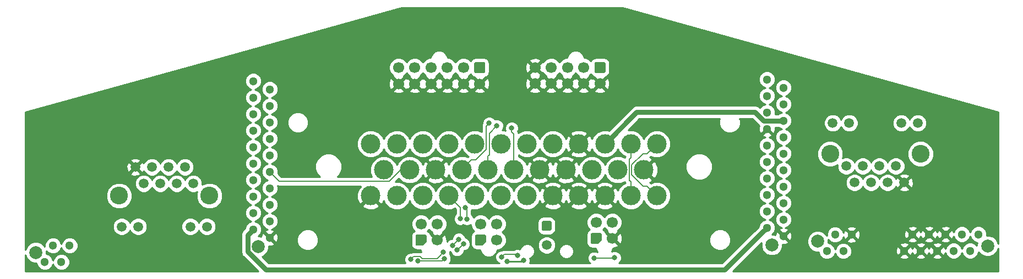
<source format=gbl>
G04 #@! TF.GenerationSoftware,KiCad,Pcbnew,5.0.2-bee76a0~70~ubuntu18.04.1*
G04 #@! TF.CreationDate,2019-11-25T08:18:34-05:00*
G04 #@! TF.ProjectId,interface,696e7465-7266-4616-9365-2e6b69636164,rev?*
G04 #@! TF.SameCoordinates,Original*
G04 #@! TF.FileFunction,Copper,L2,Bot*
G04 #@! TF.FilePolarity,Positive*
%FSLAX46Y46*%
G04 Gerber Fmt 4.6, Leading zero omitted, Abs format (unit mm)*
G04 Created by KiCad (PCBNEW 5.0.2-bee76a0~70~ubuntu18.04.1) date Mon 25 Nov 2019 08:18:34 AM EST*
%MOMM*%
%LPD*%
G01*
G04 APERTURE LIST*
G04 #@! TA.AperFunction,Conductor*
%ADD10C,0.100076*%
G04 #@! TD*
G04 #@! TA.AperFunction,ComponentPad*
%ADD11C,1.700000*%
G04 #@! TD*
G04 #@! TA.AperFunction,ComponentPad*
%ADD12C,1.417157*%
G04 #@! TD*
G04 #@! TA.AperFunction,ComponentPad*
%ADD13C,2.000000*%
G04 #@! TD*
G04 #@! TA.AperFunction,ComponentPad*
%ADD14C,1.300000*%
G04 #@! TD*
G04 #@! TA.AperFunction,ComponentPad*
%ADD15C,1.500000*%
G04 #@! TD*
G04 #@! TA.AperFunction,ComponentPad*
%ADD16C,2.750000*%
G04 #@! TD*
G04 #@! TA.AperFunction,ComponentPad*
%ADD17C,3.000000*%
G04 #@! TD*
G04 #@! TA.AperFunction,ViaPad*
%ADD18C,0.800000*%
G04 #@! TD*
G04 #@! TA.AperFunction,Conductor*
%ADD19C,0.812800*%
G04 #@! TD*
G04 #@! TA.AperFunction,Conductor*
%ADD20C,0.762000*%
G04 #@! TD*
G04 #@! TA.AperFunction,Conductor*
%ADD21C,0.152400*%
G04 #@! TD*
G04 #@! TA.AperFunction,Conductor*
%ADD22C,0.254000*%
G04 #@! TD*
G04 APERTURE END LIST*
D10*
G04 #@! TO.N,/START_BTN*
G04 #@! TO.C,U4*
G36*
X165158104Y-63199204D02*
X165182373Y-63202804D01*
X165206171Y-63208765D01*
X165229271Y-63217030D01*
X165251449Y-63227520D01*
X165272493Y-63240133D01*
X165292198Y-63254747D01*
X165310377Y-63271223D01*
X165326853Y-63289402D01*
X165341467Y-63309107D01*
X165354080Y-63330151D01*
X165364570Y-63352329D01*
X165372835Y-63375429D01*
X165378796Y-63399227D01*
X165382396Y-63423496D01*
X165383600Y-63448000D01*
X165383600Y-64648000D01*
X165382396Y-64672504D01*
X165378796Y-64696773D01*
X165372835Y-64720571D01*
X165364570Y-64743671D01*
X165354080Y-64765849D01*
X165341467Y-64786893D01*
X165326853Y-64806598D01*
X165310377Y-64824777D01*
X165292198Y-64841253D01*
X165272493Y-64855867D01*
X165251449Y-64868480D01*
X165229271Y-64878970D01*
X165206171Y-64887235D01*
X165182373Y-64893196D01*
X165158104Y-64896796D01*
X165133600Y-64898000D01*
X163933600Y-64898000D01*
X163909096Y-64896796D01*
X163884827Y-64893196D01*
X163861029Y-64887235D01*
X163837929Y-64878970D01*
X163815751Y-64868480D01*
X163794707Y-64855867D01*
X163775002Y-64841253D01*
X163756823Y-64824777D01*
X163740347Y-64806598D01*
X163725733Y-64786893D01*
X163713120Y-64765849D01*
X163702630Y-64743671D01*
X163694365Y-64720571D01*
X163688404Y-64696773D01*
X163684804Y-64672504D01*
X163683600Y-64648000D01*
X163683600Y-63448000D01*
X163684804Y-63423496D01*
X163688404Y-63399227D01*
X163694365Y-63375429D01*
X163702630Y-63352329D01*
X163713120Y-63330151D01*
X163725733Y-63309107D01*
X163740347Y-63289402D01*
X163756823Y-63271223D01*
X163775002Y-63254747D01*
X163794707Y-63240133D01*
X163815751Y-63227520D01*
X163837929Y-63217030D01*
X163861029Y-63208765D01*
X163884827Y-63202804D01*
X163909096Y-63199204D01*
X163933600Y-63198000D01*
X165133600Y-63198000D01*
X165158104Y-63199204D01*
X165158104Y-63199204D01*
G37*
D11*
G04 #@! TD*
G04 #@! TO.P,U4,1*
G04 #@! TO.N,/START_BTN*
X164533600Y-64048000D03*
G04 #@! TO.P,U4,2*
G04 #@! TO.N,/START_LED*
X162033600Y-64048000D03*
G04 #@! TO.P,U4,3*
G04 #@! TO.N,/BMS_LED*
X159533600Y-64048000D03*
G04 #@! TO.P,U4,4*
G04 #@! TO.N,/IMD_LED*
X157033600Y-64048000D03*
G04 #@! TO.P,U4,5*
G04 #@! TO.N,GND*
X154533600Y-64048000D03*
G04 #@! TO.P,U4,6*
X164533600Y-66548000D03*
G04 #@! TO.P,U4,7*
X162033600Y-66548000D03*
G04 #@! TO.P,U4,8*
X159533600Y-66548000D03*
G04 #@! TO.P,U4,9*
X157033600Y-66548000D03*
G04 #@! TO.P,U4,10*
X154533600Y-66548000D03*
G04 #@! TD*
D12*
G04 #@! TO.P,U2,1*
G04 #@! TO.N,GND*
X137007600Y-90652600D03*
D10*
G04 #@! TD*
G04 #@! TO.N,GND*
G04 #@! TO.C,U2*
G36*
X136162404Y-90003827D02*
X136176630Y-89956929D01*
X136199733Y-89913707D01*
X136230823Y-89875823D01*
X136268707Y-89844733D01*
X136311929Y-89821630D01*
X136358827Y-89807404D01*
X136407600Y-89802600D01*
X137607600Y-89802600D01*
X137656373Y-89807404D01*
X137703271Y-89821630D01*
X137746493Y-89844733D01*
X137784377Y-89875823D01*
X137815467Y-89913707D01*
X137838570Y-89956929D01*
X137852796Y-90003827D01*
X137857600Y-90052600D01*
X137857600Y-90852600D01*
X137852796Y-90901373D01*
X137838570Y-90948271D01*
X137815467Y-90991493D01*
X137784377Y-91029377D01*
X137384377Y-91429377D01*
X137346493Y-91460467D01*
X137303271Y-91483570D01*
X137256373Y-91497796D01*
X137207600Y-91502600D01*
X136407600Y-91502600D01*
X136358827Y-91497796D01*
X136311929Y-91483570D01*
X136268707Y-91460467D01*
X136230823Y-91429377D01*
X136199733Y-91391493D01*
X136176630Y-91348271D01*
X136162404Y-91301373D01*
X136157600Y-91252600D01*
X136157600Y-90052600D01*
X136162404Y-90003827D01*
X136162404Y-90003827D01*
G37*
D11*
G04 #@! TO.P,U2,2*
G04 #@! TO.N,GND*
X139507600Y-90652600D03*
G04 #@! TO.P,U2,3*
G04 #@! TO.N,/5V_LED_BARS*
X137007600Y-88152600D03*
G04 #@! TO.P,U2,4*
G04 #@! TO.N,/SPEED_LED_BAR*
X139507600Y-88152600D03*
G04 #@! TD*
D13*
G04 #@! TO.P,J5,5*
G04 #@! TO.N,N/C*
X77771800Y-92556200D03*
D14*
G04 #@! TO.P,J5,4*
G04 #@! TO.N,/5V_CAN_LOGGER*
X82981800Y-91516200D03*
G04 #@! TO.P,J5,2*
G04 #@! TO.N,/IS>BOTS*
X80441800Y-91516200D03*
G04 #@! TO.P,J5,1*
G04 #@! TO.N,/BOTS>ESTOP*
X79171800Y-94056200D03*
G04 #@! TO.P,J5,3*
G04 #@! TO.N,/ESTOP>HVD*
X81711800Y-94056200D03*
G04 #@! TD*
D11*
G04 #@! TO.P,U3,4*
G04 #@! TO.N,/SOC_LED_BAR*
X166457000Y-87898600D03*
G04 #@! TO.P,U3,3*
G04 #@! TO.N,/5V_LED_BARS*
X163957000Y-87898600D03*
G04 #@! TO.P,U3,2*
G04 #@! TO.N,GND*
X166457000Y-90398600D03*
D12*
G04 #@! TO.P,U3,1*
X163957000Y-90398600D03*
D10*
G04 #@! TD*
G04 #@! TO.N,GND*
G04 #@! TO.C,U3*
G36*
X163111804Y-89749827D02*
X163126030Y-89702929D01*
X163149133Y-89659707D01*
X163180223Y-89621823D01*
X163218107Y-89590733D01*
X163261329Y-89567630D01*
X163308227Y-89553404D01*
X163357000Y-89548600D01*
X164557000Y-89548600D01*
X164605773Y-89553404D01*
X164652671Y-89567630D01*
X164695893Y-89590733D01*
X164733777Y-89621823D01*
X164764867Y-89659707D01*
X164787970Y-89702929D01*
X164802196Y-89749827D01*
X164807000Y-89798600D01*
X164807000Y-90598600D01*
X164802196Y-90647373D01*
X164787970Y-90694271D01*
X164764867Y-90737493D01*
X164733777Y-90775377D01*
X164333777Y-91175377D01*
X164295893Y-91206467D01*
X164252671Y-91229570D01*
X164205773Y-91243796D01*
X164157000Y-91248600D01*
X163357000Y-91248600D01*
X163308227Y-91243796D01*
X163261329Y-91229570D01*
X163218107Y-91206467D01*
X163180223Y-91175377D01*
X163149133Y-91137493D01*
X163126030Y-91094271D01*
X163111804Y-91047373D01*
X163107000Y-90998600D01*
X163107000Y-89798600D01*
X163111804Y-89749827D01*
X163111804Y-89749827D01*
G37*
D15*
G04 #@! TO.P,U6,12*
G04 #@! TO.N,/RJ45_LED_G_THROTTLE*
X104082800Y-88569800D03*
G04 #@! TO.P,U6,11*
G04 #@! TO.N,Net-(U6-Pad11)*
X101542800Y-88569800D03*
G04 #@! TO.P,U6,9*
G04 #@! TO.N,Net-(U6-Pad9)*
X90982800Y-88569800D03*
G04 #@! TO.P,U6,10*
G04 #@! TO.N,/RJ45_LED_O_THROTTLE*
X93522800Y-88569800D03*
G04 #@! TO.P,U6,1*
G04 #@! TO.N,/CANH*
X101982800Y-81939800D03*
G04 #@! TO.P,U6,3*
G04 #@! TO.N,/RESET_THROTTLE*
X99442800Y-81939800D03*
G04 #@! TO.P,U6,5*
G04 #@! TO.N,/MISO_THROTTLE*
X96902800Y-81939800D03*
G04 #@! TO.P,U6,7*
G04 #@! TO.N,/5V_THROTTLE*
X94362800Y-81939800D03*
G04 #@! TO.P,U6,2*
G04 #@! TO.N,/CANL*
X100712800Y-79399800D03*
G04 #@! TO.P,U6,4*
G04 #@! TO.N,/SCK_THROTTLE*
X98172800Y-79399800D03*
G04 #@! TO.P,U6,6*
G04 #@! TO.N,/MOSI_THROTTLE*
X95632800Y-79399800D03*
G04 #@! TO.P,U6,8*
G04 #@! TO.N,GND*
X93092800Y-79399800D03*
D16*
G04 #@! TO.P,U6,13*
G04 #@! TO.N,Net-(U6-Pad13)*
X104482800Y-83819800D03*
G04 #@! TO.P,U6,14*
G04 #@! TO.N,Net-(U6-Pad14)*
X90582800Y-83819800D03*
G04 #@! TD*
D10*
G04 #@! TO.N,/LV_LED*
G04 #@! TO.C,U1*
G36*
X146674504Y-63210004D02*
X146698773Y-63213604D01*
X146722571Y-63219565D01*
X146745671Y-63227830D01*
X146767849Y-63238320D01*
X146788893Y-63250933D01*
X146808598Y-63265547D01*
X146826777Y-63282023D01*
X146843253Y-63300202D01*
X146857867Y-63319907D01*
X146870480Y-63340951D01*
X146880970Y-63363129D01*
X146889235Y-63386229D01*
X146895196Y-63410027D01*
X146898796Y-63434296D01*
X146900000Y-63458800D01*
X146900000Y-64658800D01*
X146898796Y-64683304D01*
X146895196Y-64707573D01*
X146889235Y-64731371D01*
X146880970Y-64754471D01*
X146870480Y-64776649D01*
X146857867Y-64797693D01*
X146843253Y-64817398D01*
X146826777Y-64835577D01*
X146808598Y-64852053D01*
X146788893Y-64866667D01*
X146767849Y-64879280D01*
X146745671Y-64889770D01*
X146722571Y-64898035D01*
X146698773Y-64903996D01*
X146674504Y-64907596D01*
X146650000Y-64908800D01*
X145450000Y-64908800D01*
X145425496Y-64907596D01*
X145401227Y-64903996D01*
X145377429Y-64898035D01*
X145354329Y-64889770D01*
X145332151Y-64879280D01*
X145311107Y-64866667D01*
X145291402Y-64852053D01*
X145273223Y-64835577D01*
X145256747Y-64817398D01*
X145242133Y-64797693D01*
X145229520Y-64776649D01*
X145219030Y-64754471D01*
X145210765Y-64731371D01*
X145204804Y-64707573D01*
X145201204Y-64683304D01*
X145200000Y-64658800D01*
X145200000Y-63458800D01*
X145201204Y-63434296D01*
X145204804Y-63410027D01*
X145210765Y-63386229D01*
X145219030Y-63363129D01*
X145229520Y-63340951D01*
X145242133Y-63319907D01*
X145256747Y-63300202D01*
X145273223Y-63282023D01*
X145291402Y-63265547D01*
X145311107Y-63250933D01*
X145332151Y-63238320D01*
X145354329Y-63227830D01*
X145377429Y-63219565D01*
X145401227Y-63213604D01*
X145425496Y-63210004D01*
X145450000Y-63208800D01*
X146650000Y-63208800D01*
X146674504Y-63210004D01*
X146674504Y-63210004D01*
G37*
D11*
G04 #@! TD*
G04 #@! TO.P,U1,1*
G04 #@! TO.N,/LV_LED*
X146050000Y-64058800D03*
G04 #@! TO.P,U1,2*
G04 #@! TO.N,/HV_LED*
X143550000Y-64058800D03*
G04 #@! TO.P,U1,3*
G04 #@! TO.N,/BRAKE_LED*
X141050000Y-64058800D03*
G04 #@! TO.P,U1,4*
G04 #@! TO.N,/DRIVE_MODE_+*
X138550000Y-64058800D03*
G04 #@! TO.P,U1,5*
G04 #@! TO.N,/DRIVE_MODE_SENSE*
X136050000Y-64058800D03*
G04 #@! TO.P,U1,6*
G04 #@! TO.N,/DRIVE_MODE_-*
X133550000Y-64058800D03*
G04 #@! TO.P,U1,7*
G04 #@! TO.N,GND*
X146050000Y-66558800D03*
G04 #@! TO.P,U1,8*
X143550000Y-66558800D03*
G04 #@! TO.P,U1,9*
X141050000Y-66558800D03*
G04 #@! TO.P,U1,10*
X138550000Y-66558800D03*
G04 #@! TO.P,U1,11*
X136050000Y-66558800D03*
G04 #@! TO.P,U1,12*
X133550000Y-66558800D03*
G04 #@! TD*
D14*
G04 #@! TO.P,J3,3*
G04 #@! TO.N,/5V_LED_BARS*
X201955400Y-92354400D03*
G04 #@! TO.P,J3,1*
G04 #@! TO.N,/SPEED_LED_BAR*
X199415400Y-92354400D03*
G04 #@! TO.P,J3,2*
G04 #@! TO.N,/SOC_LED_BAR*
X200685400Y-89814400D03*
G04 #@! TO.P,J3,4*
G04 #@! TO.N,GND*
X203225400Y-89814400D03*
D13*
G04 #@! TO.P,J3,5*
G04 #@! TO.N,N/C*
X198015400Y-90854400D03*
G04 #@! TD*
D17*
G04 #@! TO.P,J7,31*
G04 #@! TO.N,/CANL*
X157283600Y-75824200D03*
G04 #@! TO.P,J7,25*
G04 #@! TO.N,/THROTTLE_POT_1_SENSE*
X133283600Y-75824200D03*
G04 #@! TO.P,J7,26*
G04 #@! TO.N,/THROTTLE_POT_1_-*
X137283600Y-75824200D03*
G04 #@! TO.P,J7,27*
G04 #@! TO.N,/THROTTLE_POT_2_+*
X141283600Y-75824200D03*
G04 #@! TO.P,J7,28*
G04 #@! TO.N,/THROTTLE_POT_2_SENSE*
X145283600Y-75824200D03*
G04 #@! TO.P,J7,29*
G04 #@! TO.N,/THROTTLE_POT_2_-*
X149283600Y-75824200D03*
G04 #@! TO.P,J7,30*
G04 #@! TO.N,/CANH*
X153283600Y-75824200D03*
G04 #@! TO.P,J7,14*
G04 #@! TO.N,/CANL*
X135283600Y-79824200D03*
G04 #@! TO.P,J7,15*
G04 #@! TO.N,GND*
X139283600Y-79824200D03*
G04 #@! TO.P,J7,17*
G04 #@! TO.N,/STEERING_POT_SENSE*
X147283600Y-79824200D03*
G04 #@! TO.P,J7,16*
G04 #@! TO.N,/STEERING_POT_+*
X143283600Y-79824200D03*
G04 #@! TO.P,J7,18*
G04 #@! TO.N,/STEERING_POT_-*
X151283600Y-79824200D03*
G04 #@! TO.P,J7,19*
G04 #@! TO.N,GND*
X155283600Y-79824200D03*
G04 #@! TO.P,J7,7*
G04 #@! TO.N,/ESTOP>HVD*
X153283600Y-83824200D03*
G04 #@! TO.P,J7,6*
G04 #@! TO.N,/BOTS>ESTOP*
X149283600Y-83824200D03*
G04 #@! TO.P,J7,4*
G04 #@! TO.N,/IS>BOTS*
X141283600Y-83824200D03*
G04 #@! TO.P,J7,5*
X145283600Y-83824200D03*
G04 #@! TO.P,J7,3*
G04 #@! TO.N,/5V_CAN_LOGGER*
X137283600Y-83824200D03*
G04 #@! TO.P,J7,2*
G04 #@! TO.N,+12V*
X133283600Y-83824200D03*
G04 #@! TO.P,J7,24*
G04 #@! TO.N,/THROTTLE_POT_1_+*
X129283600Y-75824200D03*
G04 #@! TO.P,J7,13*
G04 #@! TO.N,/CANH*
X131283600Y-79824200D03*
G04 #@! TO.P,J7,1*
G04 #@! TO.N,GND*
X129283600Y-83824200D03*
G04 #@! TO.P,J7,8*
X157283600Y-83824200D03*
G04 #@! TO.P,J7,20*
X159283600Y-79824200D03*
G04 #@! TO.P,J7,32*
X161283600Y-75824200D03*
G04 #@! TO.P,J7,9*
X161283600Y-83824200D03*
G04 #@! TO.P,J7,33*
G04 #@! TO.N,/RTD_LSD*
X165283600Y-75824200D03*
G04 #@! TO.P,J7,21*
G04 #@! TO.N,+12V*
X163283600Y-79824200D03*
G04 #@! TO.P,J7,10*
G04 #@! TO.N,GND*
X165283600Y-83824200D03*
G04 #@! TO.P,J7,34*
G04 #@! TO.N,/CANH*
X169283600Y-75824200D03*
G04 #@! TO.P,J7,22*
G04 #@! TO.N,+12V*
X167283600Y-79824200D03*
G04 #@! TO.P,J7,11*
G04 #@! TO.N,/CANH*
X169283600Y-83824200D03*
G04 #@! TO.P,J7,35*
G04 #@! TO.N,/CANL*
X173283600Y-75824200D03*
G04 #@! TO.P,J7,23*
G04 #@! TO.N,GND*
X171283600Y-79824200D03*
G04 #@! TO.P,J7,12*
G04 #@! TO.N,/CANL*
X173283600Y-83824200D03*
G04 #@! TD*
D14*
G04 #@! TO.P,J1,5*
G04 #@! TO.N,/MOSI_DUX*
X192760600Y-84937600D03*
G04 #@! TO.P,J1,3*
G04 #@! TO.N,/5V_DUX*
X192760600Y-87477600D03*
G04 #@! TO.P,J1,1*
G04 #@! TO.N,GND*
X192760600Y-90017600D03*
G04 #@! TO.P,J1,7*
G04 #@! TO.N,/RESET_DUX*
X192760600Y-82397600D03*
G04 #@! TO.P,J1,2*
G04 #@! TO.N,+12V*
X190220600Y-88747600D03*
G04 #@! TO.P,J1,4*
G04 #@! TO.N,/MISO_DUX*
X190220600Y-86207600D03*
G04 #@! TO.P,J1,6*
G04 #@! TO.N,/SCK_DUX*
X190220600Y-83667600D03*
G04 #@! TO.P,J1,8*
G04 #@! TO.N,/CANH*
X190220600Y-81127600D03*
G04 #@! TO.P,J1,9*
G04 #@! TO.N,/CANL*
X192760600Y-79857600D03*
G04 #@! TO.P,J1,10*
G04 #@! TO.N,/START_BTN*
X190220600Y-78587600D03*
G04 #@! TO.P,J1,11*
G04 #@! TO.N,/START_LED*
X192760600Y-77317600D03*
G04 #@! TO.P,J1,12*
G04 #@! TO.N,/BMS_LED*
X190220600Y-76047600D03*
G04 #@! TO.P,J1,13*
G04 #@! TO.N,/IMD_LED*
X192760600Y-74777600D03*
G04 #@! TO.P,J1,14*
G04 #@! TO.N,GND*
X190220600Y-73507600D03*
G04 #@! TO.P,J1,15*
G04 #@! TO.N,/RTD_LSD*
X192760600Y-72237600D03*
G04 #@! TO.P,J1,16*
G04 #@! TO.N,/RJ45_LED_O_DUX*
X190220600Y-70967600D03*
G04 #@! TO.P,J1,17*
G04 #@! TO.N,/RJ45_LED_G_DUX*
X192760600Y-69697600D03*
G04 #@! TO.P,J1,18*
G04 #@! TO.N,/STEERING_POT_+*
X190220600Y-68427600D03*
G04 #@! TO.P,J1,19*
G04 #@! TO.N,/STEERING_POT_SENSE*
X192760600Y-67157600D03*
G04 #@! TO.P,J1,20*
G04 #@! TO.N,/STEERING_POT_-*
X190220600Y-65887600D03*
D13*
G04 #@! TO.P,J1,21*
G04 #@! TO.N,N/C*
X190960600Y-91417600D03*
G04 #@! TD*
G04 #@! TO.P,J2,21*
G04 #@! TO.N,N/C*
X111941200Y-91671600D03*
D14*
G04 #@! TO.P,J2,20*
G04 #@! TO.N,/DRIVE_MODE_-*
X111201200Y-66141600D03*
G04 #@! TO.P,J2,19*
G04 #@! TO.N,/DRIVE_MODE_SENSE*
X113741200Y-67411600D03*
G04 #@! TO.P,J2,18*
G04 #@! TO.N,/DRIVE_MODE_+*
X111201200Y-68681600D03*
G04 #@! TO.P,J2,17*
G04 #@! TO.N,/RJ45_LED_G_THROTTLE*
X113741200Y-69951600D03*
G04 #@! TO.P,J2,16*
G04 #@! TO.N,/RJ45_LED_O_THROTTLE*
X111201200Y-71221600D03*
G04 #@! TO.P,J2,15*
G04 #@! TO.N,/THROTTLE_POT_2_-*
X113741200Y-72491600D03*
G04 #@! TO.P,J2,14*
G04 #@! TO.N,/THROTTLE_POT_2_SENSE*
X111201200Y-73761600D03*
G04 #@! TO.P,J2,13*
G04 #@! TO.N,/THROTTLE_POT_2_+*
X113741200Y-75031600D03*
G04 #@! TO.P,J2,12*
G04 #@! TO.N,/THROTTLE_POT_1_-*
X111201200Y-76301600D03*
G04 #@! TO.P,J2,11*
G04 #@! TO.N,/THROTTLE_POT_1_SENSE*
X113741200Y-77571600D03*
G04 #@! TO.P,J2,10*
G04 #@! TO.N,/THROTTLE_POT_1_+*
X111201200Y-78841600D03*
G04 #@! TO.P,J2,9*
G04 #@! TO.N,/CANL*
X113741200Y-80111600D03*
G04 #@! TO.P,J2,8*
G04 #@! TO.N,/CANH*
X111201200Y-81381600D03*
G04 #@! TO.P,J2,6*
G04 #@! TO.N,/SCK_THROTTLE*
X111201200Y-83921600D03*
G04 #@! TO.P,J2,4*
G04 #@! TO.N,/MISO_THROTTLE*
X111201200Y-86461600D03*
G04 #@! TO.P,J2,2*
G04 #@! TO.N,+12V*
X111201200Y-89001600D03*
G04 #@! TO.P,J2,7*
G04 #@! TO.N,/RESET_THROTTLE*
X113741200Y-82651600D03*
G04 #@! TO.P,J2,1*
G04 #@! TO.N,GND*
X113741200Y-90271600D03*
G04 #@! TO.P,J2,3*
G04 #@! TO.N,/5V_THROTTLE*
X113741200Y-87731600D03*
G04 #@! TO.P,J2,5*
G04 #@! TO.N,/MOSI_THROTTLE*
X113741200Y-85191600D03*
G04 #@! TD*
D13*
G04 #@! TO.P,J4,11*
G04 #@! TO.N,N/C*
X224132600Y-91563600D03*
D14*
G04 #@! TO.P,J4,10*
G04 #@! TO.N,GND*
X211302600Y-92303600D03*
G04 #@! TO.P,J4,9*
X212572600Y-89763600D03*
G04 #@! TO.P,J4,8*
X213842600Y-92303600D03*
G04 #@! TO.P,J4,6*
X216382600Y-92303600D03*
G04 #@! TO.P,J4,4*
G04 #@! TO.N,/5V_STEERING*
X218922600Y-92303600D03*
G04 #@! TO.P,J4,2*
G04 #@! TO.N,/HV_LED*
X221462600Y-92303600D03*
G04 #@! TO.P,J4,7*
G04 #@! TO.N,GND*
X215112600Y-89763600D03*
G04 #@! TO.P,J4,1*
G04 #@! TO.N,/LV_LED*
X222732600Y-89763600D03*
G04 #@! TO.P,J4,3*
G04 #@! TO.N,/BRAKE_LED*
X220192600Y-89763600D03*
G04 #@! TO.P,J4,5*
G04 #@! TO.N,GND*
X217652600Y-89763600D03*
G04 #@! TD*
D12*
G04 #@! TO.P,J6,1*
G04 #@! TO.N,GND*
X146177000Y-90652600D03*
D10*
G04 #@! TD*
G04 #@! TO.N,GND*
G04 #@! TO.C,J6*
G36*
X145331804Y-90003827D02*
X145346030Y-89956929D01*
X145369133Y-89913707D01*
X145400223Y-89875823D01*
X145438107Y-89844733D01*
X145481329Y-89821630D01*
X145528227Y-89807404D01*
X145577000Y-89802600D01*
X146777000Y-89802600D01*
X146825773Y-89807404D01*
X146872671Y-89821630D01*
X146915893Y-89844733D01*
X146953777Y-89875823D01*
X146984867Y-89913707D01*
X147007970Y-89956929D01*
X147022196Y-90003827D01*
X147027000Y-90052600D01*
X147027000Y-90852600D01*
X147022196Y-90901373D01*
X147007970Y-90948271D01*
X146984867Y-90991493D01*
X146953777Y-91029377D01*
X146553777Y-91429377D01*
X146515893Y-91460467D01*
X146472671Y-91483570D01*
X146425773Y-91497796D01*
X146377000Y-91502600D01*
X145577000Y-91502600D01*
X145528227Y-91497796D01*
X145481329Y-91483570D01*
X145438107Y-91460467D01*
X145400223Y-91429377D01*
X145369133Y-91391493D01*
X145346030Y-91348271D01*
X145331804Y-91301373D01*
X145327000Y-91252600D01*
X145327000Y-90052600D01*
X145331804Y-90003827D01*
X145331804Y-90003827D01*
G37*
D11*
G04 #@! TO.P,J6,2*
G04 #@! TO.N,/5V_STEERING*
X148677000Y-90652600D03*
G04 #@! TO.P,J6,3*
G04 #@! TO.N,/CANH*
X146177000Y-88152600D03*
G04 #@! TO.P,J6,4*
G04 #@! TO.N,/CANL*
X148677000Y-88152600D03*
G04 #@! TD*
D10*
G04 #@! TO.N,/BOTS>ESTOP*
G04 #@! TO.C,J8*
G36*
X156861504Y-87694004D02*
X156885773Y-87697604D01*
X156909571Y-87703565D01*
X156932671Y-87711830D01*
X156954849Y-87722320D01*
X156975893Y-87734933D01*
X156995598Y-87749547D01*
X157013777Y-87766023D01*
X157030253Y-87784202D01*
X157044867Y-87803907D01*
X157057480Y-87824951D01*
X157067970Y-87847129D01*
X157076235Y-87870229D01*
X157082196Y-87894027D01*
X157085796Y-87918296D01*
X157087000Y-87942800D01*
X157087000Y-88942800D01*
X157085796Y-88967304D01*
X157082196Y-88991573D01*
X157076235Y-89015371D01*
X157067970Y-89038471D01*
X157057480Y-89060649D01*
X157044867Y-89081693D01*
X157030253Y-89101398D01*
X157013777Y-89119577D01*
X156995598Y-89136053D01*
X156975893Y-89150667D01*
X156954849Y-89163280D01*
X156932671Y-89173770D01*
X156909571Y-89182035D01*
X156885773Y-89187996D01*
X156861504Y-89191596D01*
X156837000Y-89192800D01*
X155837000Y-89192800D01*
X155812496Y-89191596D01*
X155788227Y-89187996D01*
X155764429Y-89182035D01*
X155741329Y-89173770D01*
X155719151Y-89163280D01*
X155698107Y-89150667D01*
X155678402Y-89136053D01*
X155660223Y-89119577D01*
X155643747Y-89101398D01*
X155629133Y-89081693D01*
X155616520Y-89060649D01*
X155606030Y-89038471D01*
X155597765Y-89015371D01*
X155591804Y-88991573D01*
X155588204Y-88967304D01*
X155587000Y-88942800D01*
X155587000Y-87942800D01*
X155588204Y-87918296D01*
X155591804Y-87894027D01*
X155597765Y-87870229D01*
X155606030Y-87847129D01*
X155616520Y-87824951D01*
X155629133Y-87803907D01*
X155643747Y-87784202D01*
X155660223Y-87766023D01*
X155678402Y-87749547D01*
X155698107Y-87734933D01*
X155719151Y-87722320D01*
X155741329Y-87711830D01*
X155764429Y-87703565D01*
X155788227Y-87697604D01*
X155812496Y-87694004D01*
X155837000Y-87692800D01*
X156837000Y-87692800D01*
X156861504Y-87694004D01*
X156861504Y-87694004D01*
G37*
D15*
G04 #@! TD*
G04 #@! TO.P,J8,1*
G04 #@! TO.N,/BOTS>ESTOP*
X156337000Y-88442800D03*
G04 #@! TO.P,J8,2*
G04 #@! TO.N,/ESTOP>HVD*
X156337000Y-91442800D03*
G04 #@! TD*
D16*
G04 #@! TO.P,U5,14*
G04 #@! TO.N,Net-(U5-Pad14)*
X213823400Y-77368400D03*
G04 #@! TO.P,U5,13*
G04 #@! TO.N,Net-(U5-Pad13)*
X199923400Y-77368400D03*
D15*
G04 #@! TO.P,U5,8*
G04 #@! TO.N,GND*
X211313400Y-81788400D03*
G04 #@! TO.P,U5,6*
G04 #@! TO.N,/MOSI_DUX*
X208773400Y-81788400D03*
G04 #@! TO.P,U5,4*
G04 #@! TO.N,/SCK_DUX*
X206233400Y-81788400D03*
G04 #@! TO.P,U5,2*
G04 #@! TO.N,/CANL*
X203693400Y-81788400D03*
G04 #@! TO.P,U5,7*
G04 #@! TO.N,/5V_DUX*
X210043400Y-79248400D03*
G04 #@! TO.P,U5,5*
G04 #@! TO.N,/MISO_DUX*
X207503400Y-79248400D03*
G04 #@! TO.P,U5,3*
G04 #@! TO.N,/RESET_DUX*
X204963400Y-79248400D03*
G04 #@! TO.P,U5,1*
G04 #@! TO.N,/CANH*
X202423400Y-79248400D03*
G04 #@! TO.P,U5,10*
G04 #@! TO.N,/RJ45_LED_O_DUX*
X210883400Y-72618400D03*
G04 #@! TO.P,U5,9*
G04 #@! TO.N,Net-(U5-Pad9)*
X213423400Y-72618400D03*
G04 #@! TO.P,U5,11*
G04 #@! TO.N,Net-(U5-Pad11)*
X202863400Y-72618400D03*
G04 #@! TO.P,U5,12*
G04 #@! TO.N,/RJ45_LED_G_DUX*
X200323400Y-72618400D03*
G04 #@! TD*
D18*
G04 #@! TO.N,GND*
X145643600Y-92557600D03*
G04 #@! TO.N,/STEERING_POT_+*
X147497800Y-72644000D03*
G04 #@! TO.N,/STEERING_POT_SENSE*
X148666200Y-73025000D03*
G04 #@! TO.N,/STEERING_POT_-*
X150952200Y-73380600D03*
G04 #@! TO.N,/5V_LED_BARS*
X150291800Y-93903800D03*
X152755600Y-93776800D03*
G04 #@! TO.N,/SPEED_LED_BAR*
X163652200Y-93421200D03*
X166801800Y-93370400D03*
X151841200Y-93040200D03*
X149402800Y-93268800D03*
G04 #@! TO.N,/ESTOP>HVD*
X135458200Y-93634000D03*
X140442469Y-92547289D03*
X142581362Y-92182655D03*
X143567146Y-91255854D03*
G04 #@! TO.N,/BOTS>ESTOP*
X136550400Y-93878401D03*
X140614400Y-93532400D03*
X141874254Y-91475546D03*
X142830546Y-90519254D03*
X144076028Y-87432310D03*
X143840201Y-85661589D03*
G04 #@! TO.N,/IS>BOTS*
X143078200Y-87366400D03*
G04 #@! TD*
D19*
G04 #@! TO.N,+12V*
X133283600Y-83824200D02*
X132401074Y-83824200D01*
D20*
X183718200Y-95250000D02*
X189570601Y-89397599D01*
X189570601Y-89397599D02*
X190220600Y-88747600D01*
X113179718Y-95250000D02*
X183718200Y-95250000D01*
X111201200Y-89001600D02*
X110360199Y-89842601D01*
X110360199Y-92430481D02*
X113179718Y-95250000D01*
X110360199Y-89842601D02*
X110360199Y-92430481D01*
D21*
G04 #@! TO.N,/CANH*
X169283600Y-75824200D02*
X169283600Y-77945520D01*
X169283600Y-77945520D02*
X169059801Y-78169319D01*
X169117319Y-81536599D02*
X169283600Y-81702880D01*
X169283600Y-81702880D02*
X169283600Y-83824200D01*
X169059801Y-78169319D02*
X169059801Y-81536599D01*
X169059801Y-81536599D02*
X169117319Y-81536599D01*
G04 #@! TO.N,/CANL*
X135283600Y-79824200D02*
X133912378Y-79824200D01*
X132136177Y-81600401D02*
X115230001Y-81600401D01*
X114391199Y-80761599D02*
X113741200Y-80111600D01*
X133912378Y-79824200D02*
X132136177Y-81600401D01*
X115230001Y-81600401D02*
X114391199Y-80761599D01*
X169412211Y-80581589D02*
X171154823Y-82324201D01*
X171154823Y-82324201D02*
X171783601Y-82324201D01*
X173283600Y-75824200D02*
X171783601Y-77324199D01*
X171783601Y-77324199D02*
X171138601Y-77324199D01*
X171138601Y-77324199D02*
X169412211Y-79050589D01*
X171783601Y-82324201D02*
X173283600Y-83824200D01*
X169412211Y-79050589D02*
X169412211Y-80581589D01*
D20*
G04 #@! TO.N,/RTD_LSD*
X165283600Y-75824200D02*
X170164601Y-70943199D01*
X170164601Y-70943199D02*
X188374317Y-70943199D01*
X188374317Y-70943199D02*
X189668718Y-72237600D01*
X191841362Y-72237600D02*
X192760600Y-72237600D01*
X189668718Y-72237600D02*
X191841362Y-72237600D01*
D21*
G04 #@! TO.N,/STEERING_POT_+*
X147497800Y-72644000D02*
X147059801Y-73081999D01*
X147059801Y-73081999D02*
X147059801Y-76676777D01*
X147059801Y-76676777D02*
X145412377Y-78324201D01*
X145412377Y-78324201D02*
X144783599Y-78324201D01*
X144783599Y-78324201D02*
X143283600Y-79824200D01*
G04 #@! TO.N,/STEERING_POT_SENSE*
X148666200Y-73025000D02*
X147507399Y-74183801D01*
X147507399Y-74183801D02*
X147507399Y-77479081D01*
X147507399Y-77479081D02*
X147283600Y-77702880D01*
X147283600Y-77702880D02*
X147283600Y-79824200D01*
G04 #@! TO.N,/STEERING_POT_-*
X150952200Y-73380600D02*
X150952200Y-73946285D01*
X150952200Y-73946285D02*
X151283600Y-74277685D01*
X151283600Y-77702880D02*
X151283600Y-79824200D01*
X151283600Y-74277685D02*
X151283600Y-77702880D01*
D22*
G04 #@! TO.N,/5V_LED_BARS*
X152628600Y-93903800D02*
X152755600Y-93776800D01*
X150291800Y-93903800D02*
X152628600Y-93903800D01*
D21*
G04 #@! TO.N,/SPEED_LED_BAR*
X163652200Y-93421200D02*
X166751000Y-93421200D01*
X166751000Y-93421200D02*
X166801800Y-93370400D01*
X151669801Y-92868801D02*
X151841200Y-93040200D01*
X149802799Y-92868801D02*
X151669801Y-92868801D01*
X149402800Y-93268800D02*
X149802799Y-92868801D01*
G04 #@! TO.N,/ESTOP>HVD*
X139797158Y-93192600D02*
X140442469Y-92547289D01*
X135458200Y-93634000D02*
X135899600Y-93192600D01*
X135899600Y-93192600D02*
X136865377Y-93192600D01*
X139466958Y-93522800D02*
X139797158Y-93192600D01*
X137185400Y-93522800D02*
X139466958Y-93522800D01*
X136865377Y-93202777D02*
X137185400Y-93522800D01*
X136865377Y-93192600D02*
X136865377Y-93202777D01*
X142581362Y-92182655D02*
X142640345Y-92182655D01*
X142640345Y-92182655D02*
X143567146Y-91255854D01*
G04 #@! TO.N,/BOTS>ESTOP*
X136550400Y-93878401D02*
X140268399Y-93878401D01*
X140268399Y-93878401D02*
X140614400Y-93532400D01*
X141874254Y-91475546D02*
X142830546Y-90519254D01*
X144076028Y-87432310D02*
X144076028Y-85897416D01*
X144076028Y-85897416D02*
X143840201Y-85661589D01*
G04 #@! TO.N,/IS>BOTS*
X143078200Y-87366400D02*
X143078200Y-85618800D01*
X143078200Y-85618800D02*
X143078200Y-85618800D01*
X143078200Y-85618800D02*
X141283600Y-83824200D01*
G04 #@! TD*
D22*
G04 #@! TO.N,GND*
G36*
X225756801Y-70941074D02*
X225756800Y-91212305D01*
X225518686Y-90637447D01*
X225058753Y-90177514D01*
X224457822Y-89928600D01*
X224017600Y-89928600D01*
X224017600Y-89507998D01*
X223821971Y-89035706D01*
X223460494Y-88674229D01*
X222988202Y-88478600D01*
X222476998Y-88478600D01*
X222004706Y-88674229D01*
X221643229Y-89035706D01*
X221462600Y-89471785D01*
X221281971Y-89035706D01*
X220920494Y-88674229D01*
X220448202Y-88478600D01*
X219936998Y-88478600D01*
X219464706Y-88674229D01*
X219103229Y-89035706D01*
X218922828Y-89471234D01*
X218920683Y-89434172D01*
X218782211Y-89099871D01*
X218551616Y-89044190D01*
X217832205Y-89763600D01*
X218551616Y-90483010D01*
X218782211Y-90427329D01*
X218916640Y-90041026D01*
X219103229Y-90491494D01*
X219464706Y-90852971D01*
X219936998Y-91048600D01*
X220448202Y-91048600D01*
X220920494Y-90852971D01*
X221281971Y-90491494D01*
X221462600Y-90055415D01*
X221643229Y-90491494D01*
X222004706Y-90852971D01*
X222476998Y-91048600D01*
X222576209Y-91048600D01*
X222497600Y-91238378D01*
X222497600Y-91521335D01*
X222190494Y-91214229D01*
X221718202Y-91018600D01*
X221206998Y-91018600D01*
X220734706Y-91214229D01*
X220373229Y-91575706D01*
X220192600Y-92011785D01*
X220011971Y-91575706D01*
X219650494Y-91214229D01*
X219178202Y-91018600D01*
X218666998Y-91018600D01*
X218194706Y-91214229D01*
X217833229Y-91575706D01*
X217652828Y-92011234D01*
X217650683Y-91974172D01*
X217512211Y-91639871D01*
X217281616Y-91584190D01*
X216562205Y-92303600D01*
X217281616Y-93023010D01*
X217512211Y-92967329D01*
X217646640Y-92581026D01*
X217833229Y-93031494D01*
X218194706Y-93392971D01*
X218666998Y-93588600D01*
X219178202Y-93588600D01*
X219650494Y-93392971D01*
X220011971Y-93031494D01*
X220192600Y-92595415D01*
X220373229Y-93031494D01*
X220734706Y-93392971D01*
X221206998Y-93588600D01*
X221718202Y-93588600D01*
X222190494Y-93392971D01*
X222551971Y-93031494D01*
X222747600Y-92559202D01*
X222747600Y-92490839D01*
X223206447Y-92949686D01*
X223807378Y-93198600D01*
X224457822Y-93198600D01*
X225058753Y-92949686D01*
X225518686Y-92489753D01*
X225756800Y-91914895D01*
X225756800Y-95480200D01*
X184924840Y-95480200D01*
X189334748Y-91070293D01*
X189325600Y-91092378D01*
X189325600Y-91742822D01*
X189574514Y-92343753D01*
X190034447Y-92803686D01*
X190635378Y-93052600D01*
X191285822Y-93052600D01*
X191886753Y-92803686D01*
X192346686Y-92343753D01*
X192595600Y-91742822D01*
X192595600Y-91314300D01*
X193090028Y-91285683D01*
X193424329Y-91147211D01*
X193480010Y-90916616D01*
X192760600Y-90197205D01*
X192746458Y-90211348D01*
X192566853Y-90031743D01*
X192580995Y-90017600D01*
X192940205Y-90017600D01*
X193659616Y-90737010D01*
X193890211Y-90681329D01*
X193943157Y-90529178D01*
X196380400Y-90529178D01*
X196380400Y-91179622D01*
X196629314Y-91780553D01*
X197089247Y-92240486D01*
X197690178Y-92489400D01*
X198130400Y-92489400D01*
X198130400Y-92610002D01*
X198326029Y-93082294D01*
X198687506Y-93443771D01*
X199159798Y-93639400D01*
X199671002Y-93639400D01*
X200143294Y-93443771D01*
X200504771Y-93082294D01*
X200685400Y-92646215D01*
X200866029Y-93082294D01*
X201227506Y-93443771D01*
X201699798Y-93639400D01*
X202211002Y-93639400D01*
X202683294Y-93443771D01*
X202924449Y-93202616D01*
X210583190Y-93202616D01*
X210638871Y-93433211D01*
X211121678Y-93601222D01*
X211632028Y-93571683D01*
X211966329Y-93433211D01*
X212022010Y-93202616D01*
X213123190Y-93202616D01*
X213178871Y-93433211D01*
X213661678Y-93601222D01*
X214172028Y-93571683D01*
X214506329Y-93433211D01*
X214562010Y-93202616D01*
X215663190Y-93202616D01*
X215718871Y-93433211D01*
X216201678Y-93601222D01*
X216712028Y-93571683D01*
X217046329Y-93433211D01*
X217102010Y-93202616D01*
X216382600Y-92483205D01*
X215663190Y-93202616D01*
X214562010Y-93202616D01*
X213842600Y-92483205D01*
X213123190Y-93202616D01*
X212022010Y-93202616D01*
X211302600Y-92483205D01*
X210583190Y-93202616D01*
X202924449Y-93202616D01*
X203044771Y-93082294D01*
X203240400Y-92610002D01*
X203240400Y-92122678D01*
X210004978Y-92122678D01*
X210034517Y-92633028D01*
X210172989Y-92967329D01*
X210403584Y-93023010D01*
X211122995Y-92303600D01*
X211482205Y-92303600D01*
X212201616Y-93023010D01*
X212432211Y-92967329D01*
X212570813Y-92569034D01*
X212574517Y-92633028D01*
X212712989Y-92967329D01*
X212943584Y-93023010D01*
X213662995Y-92303600D01*
X214022205Y-92303600D01*
X214741616Y-93023010D01*
X214972211Y-92967329D01*
X215110813Y-92569034D01*
X215114517Y-92633028D01*
X215252989Y-92967329D01*
X215483584Y-93023010D01*
X216202995Y-92303600D01*
X215483584Y-91584190D01*
X215252989Y-91639871D01*
X215114387Y-92038166D01*
X215110683Y-91974172D01*
X214972211Y-91639871D01*
X214741616Y-91584190D01*
X214022205Y-92303600D01*
X213662995Y-92303600D01*
X212943584Y-91584190D01*
X212712989Y-91639871D01*
X212574387Y-92038166D01*
X212570683Y-91974172D01*
X212432211Y-91639871D01*
X212201616Y-91584190D01*
X211482205Y-92303600D01*
X211122995Y-92303600D01*
X210403584Y-91584190D01*
X210172989Y-91639871D01*
X210004978Y-92122678D01*
X203240400Y-92122678D01*
X203240400Y-92098798D01*
X203044771Y-91626506D01*
X202822849Y-91404584D01*
X210583190Y-91404584D01*
X211302600Y-92123995D01*
X212022010Y-91404584D01*
X213123190Y-91404584D01*
X213842600Y-92123995D01*
X214562010Y-91404584D01*
X215663190Y-91404584D01*
X216382600Y-92123995D01*
X217102010Y-91404584D01*
X217046329Y-91173989D01*
X216563522Y-91005978D01*
X216053172Y-91035517D01*
X215718871Y-91173989D01*
X215663190Y-91404584D01*
X214562010Y-91404584D01*
X214506329Y-91173989D01*
X214023522Y-91005978D01*
X213513172Y-91035517D01*
X213178871Y-91173989D01*
X213123190Y-91404584D01*
X212022010Y-91404584D01*
X211966329Y-91173989D01*
X211483522Y-91005978D01*
X210973172Y-91035517D01*
X210638871Y-91173989D01*
X210583190Y-91404584D01*
X202822849Y-91404584D01*
X202683294Y-91265029D01*
X202211002Y-91069400D01*
X201699798Y-91069400D01*
X201227506Y-91265029D01*
X200866029Y-91626506D01*
X200685400Y-92062585D01*
X200504771Y-91626506D01*
X200143294Y-91265029D01*
X199671002Y-91069400D01*
X199650400Y-91069400D01*
X199650400Y-90596665D01*
X199957506Y-90903771D01*
X200429798Y-91099400D01*
X200941002Y-91099400D01*
X201413294Y-90903771D01*
X201603649Y-90713416D01*
X202505990Y-90713416D01*
X202561671Y-90944011D01*
X203044478Y-91112022D01*
X203554828Y-91082483D01*
X203889129Y-90944011D01*
X203944810Y-90713416D01*
X203894011Y-90662616D01*
X211853190Y-90662616D01*
X211908871Y-90893211D01*
X212391678Y-91061222D01*
X212902028Y-91031683D01*
X213236329Y-90893211D01*
X213292010Y-90662616D01*
X214393190Y-90662616D01*
X214448871Y-90893211D01*
X214931678Y-91061222D01*
X215442028Y-91031683D01*
X215776329Y-90893211D01*
X215832010Y-90662616D01*
X216933190Y-90662616D01*
X216988871Y-90893211D01*
X217471678Y-91061222D01*
X217982028Y-91031683D01*
X218316329Y-90893211D01*
X218372010Y-90662616D01*
X217652600Y-89943205D01*
X216933190Y-90662616D01*
X215832010Y-90662616D01*
X215112600Y-89943205D01*
X214393190Y-90662616D01*
X213292010Y-90662616D01*
X212572600Y-89943205D01*
X211853190Y-90662616D01*
X203894011Y-90662616D01*
X203225400Y-89994005D01*
X202505990Y-90713416D01*
X201603649Y-90713416D01*
X201774771Y-90542294D01*
X201955172Y-90106766D01*
X201957317Y-90143828D01*
X202095789Y-90478129D01*
X202326384Y-90533810D01*
X203045795Y-89814400D01*
X203405005Y-89814400D01*
X204124416Y-90533810D01*
X204355011Y-90478129D01*
X204523022Y-89995322D01*
X204499139Y-89582678D01*
X211274978Y-89582678D01*
X211304517Y-90093028D01*
X211442989Y-90427329D01*
X211673584Y-90483010D01*
X212392995Y-89763600D01*
X212752205Y-89763600D01*
X213471616Y-90483010D01*
X213702211Y-90427329D01*
X213840813Y-90029034D01*
X213844517Y-90093028D01*
X213982989Y-90427329D01*
X214213584Y-90483010D01*
X214932995Y-89763600D01*
X215292205Y-89763600D01*
X216011616Y-90483010D01*
X216242211Y-90427329D01*
X216380813Y-90029034D01*
X216384517Y-90093028D01*
X216522989Y-90427329D01*
X216753584Y-90483010D01*
X217472995Y-89763600D01*
X216753584Y-89044190D01*
X216522989Y-89099871D01*
X216384387Y-89498166D01*
X216380683Y-89434172D01*
X216242211Y-89099871D01*
X216011616Y-89044190D01*
X215292205Y-89763600D01*
X214932995Y-89763600D01*
X214213584Y-89044190D01*
X213982989Y-89099871D01*
X213844387Y-89498166D01*
X213840683Y-89434172D01*
X213702211Y-89099871D01*
X213471616Y-89044190D01*
X212752205Y-89763600D01*
X212392995Y-89763600D01*
X211673584Y-89044190D01*
X211442989Y-89099871D01*
X211274978Y-89582678D01*
X204499139Y-89582678D01*
X204493483Y-89484972D01*
X204355011Y-89150671D01*
X204124416Y-89094990D01*
X203405005Y-89814400D01*
X203045795Y-89814400D01*
X202326384Y-89094990D01*
X202095789Y-89150671D01*
X201961360Y-89536974D01*
X201774771Y-89086506D01*
X201603649Y-88915384D01*
X202505990Y-88915384D01*
X203225400Y-89634795D01*
X203944810Y-88915384D01*
X203932544Y-88864584D01*
X211853190Y-88864584D01*
X212572600Y-89583995D01*
X213292010Y-88864584D01*
X214393190Y-88864584D01*
X215112600Y-89583995D01*
X215832010Y-88864584D01*
X216933190Y-88864584D01*
X217652600Y-89583995D01*
X218372010Y-88864584D01*
X218316329Y-88633989D01*
X217833522Y-88465978D01*
X217323172Y-88495517D01*
X216988871Y-88633989D01*
X216933190Y-88864584D01*
X215832010Y-88864584D01*
X215776329Y-88633989D01*
X215293522Y-88465978D01*
X214783172Y-88495517D01*
X214448871Y-88633989D01*
X214393190Y-88864584D01*
X213292010Y-88864584D01*
X213236329Y-88633989D01*
X212753522Y-88465978D01*
X212243172Y-88495517D01*
X211908871Y-88633989D01*
X211853190Y-88864584D01*
X203932544Y-88864584D01*
X203889129Y-88684789D01*
X203406322Y-88516778D01*
X202895972Y-88546317D01*
X202561671Y-88684789D01*
X202505990Y-88915384D01*
X201603649Y-88915384D01*
X201413294Y-88725029D01*
X200941002Y-88529400D01*
X200429798Y-88529400D01*
X199957506Y-88725029D01*
X199596029Y-89086506D01*
X199400400Y-89558798D01*
X199400400Y-89927161D01*
X198941553Y-89468314D01*
X198340622Y-89219400D01*
X197690178Y-89219400D01*
X197089247Y-89468314D01*
X196629314Y-89928247D01*
X196380400Y-90529178D01*
X193943157Y-90529178D01*
X194058222Y-90198522D01*
X194028683Y-89688172D01*
X193890211Y-89353871D01*
X193659616Y-89298190D01*
X192940205Y-90017600D01*
X192580995Y-90017600D01*
X191861584Y-89298190D01*
X191630989Y-89353871D01*
X191462978Y-89836678D01*
X191464123Y-89856455D01*
X191285822Y-89782600D01*
X191002865Y-89782600D01*
X191309971Y-89475494D01*
X191505600Y-89003202D01*
X191505600Y-88491998D01*
X191309971Y-88019706D01*
X190948494Y-87658229D01*
X190512415Y-87477600D01*
X190948494Y-87296971D01*
X191309971Y-86935494D01*
X191505600Y-86463202D01*
X191505600Y-85951998D01*
X191309971Y-85479706D01*
X190948494Y-85118229D01*
X190512415Y-84937600D01*
X190948494Y-84756971D01*
X191309971Y-84395494D01*
X191505600Y-83923202D01*
X191505600Y-83411998D01*
X191309971Y-82939706D01*
X190948494Y-82578229D01*
X190512415Y-82397600D01*
X190948494Y-82216971D01*
X191309971Y-81855494D01*
X191505600Y-81383202D01*
X191505600Y-80871998D01*
X191309971Y-80399706D01*
X190948494Y-80038229D01*
X190512415Y-79857600D01*
X190948494Y-79676971D01*
X191309971Y-79315494D01*
X191505600Y-78843202D01*
X191505600Y-78331998D01*
X191309971Y-77859706D01*
X190948494Y-77498229D01*
X190512415Y-77317600D01*
X190948494Y-77136971D01*
X191309971Y-76775494D01*
X191505600Y-76303202D01*
X191505600Y-75791998D01*
X191309971Y-75319706D01*
X190948494Y-74958229D01*
X190512966Y-74777828D01*
X190550028Y-74775683D01*
X190884329Y-74637211D01*
X190940010Y-74406616D01*
X190220600Y-73687205D01*
X189501190Y-74406616D01*
X189556871Y-74637211D01*
X189943174Y-74771640D01*
X189492706Y-74958229D01*
X189131229Y-75319706D01*
X188935600Y-75791998D01*
X188935600Y-76303202D01*
X189131229Y-76775494D01*
X189492706Y-77136971D01*
X189928785Y-77317600D01*
X189492706Y-77498229D01*
X189131229Y-77859706D01*
X188935600Y-78331998D01*
X188935600Y-78843202D01*
X189131229Y-79315494D01*
X189492706Y-79676971D01*
X189928785Y-79857600D01*
X189492706Y-80038229D01*
X189131229Y-80399706D01*
X188935600Y-80871998D01*
X188935600Y-81383202D01*
X189131229Y-81855494D01*
X189492706Y-82216971D01*
X189928785Y-82397600D01*
X189492706Y-82578229D01*
X189131229Y-82939706D01*
X188935600Y-83411998D01*
X188935600Y-83923202D01*
X189131229Y-84395494D01*
X189492706Y-84756971D01*
X189928785Y-84937600D01*
X189492706Y-85118229D01*
X189131229Y-85479706D01*
X188935600Y-85951998D01*
X188935600Y-86463202D01*
X189131229Y-86935494D01*
X189492706Y-87296971D01*
X189928785Y-87477600D01*
X189492706Y-87658229D01*
X189131229Y-88019706D01*
X188935600Y-88491998D01*
X188935600Y-88595760D01*
X188922939Y-88608420D01*
X188922937Y-88608422D01*
X183297360Y-94234000D01*
X167401911Y-94234000D01*
X167679231Y-93956680D01*
X167836800Y-93576274D01*
X167836800Y-93164526D01*
X167679231Y-92784120D01*
X167388080Y-92492969D01*
X167007674Y-92335400D01*
X166595926Y-92335400D01*
X166299878Y-92458027D01*
X166492000Y-91994202D01*
X166492000Y-91883520D01*
X166818458Y-91868915D01*
X167241080Y-91693859D01*
X167321353Y-91442558D01*
X166457000Y-90578205D01*
X166442858Y-90592348D01*
X166263253Y-90412743D01*
X166277395Y-90398600D01*
X166636605Y-90398600D01*
X167500958Y-91262953D01*
X167752259Y-91182680D01*
X167953718Y-90627321D01*
X167939029Y-90298978D01*
X181348600Y-90298978D01*
X181348600Y-90949422D01*
X181597514Y-91550353D01*
X182057447Y-92010286D01*
X182658378Y-92259200D01*
X183308822Y-92259200D01*
X183909753Y-92010286D01*
X184369686Y-91550353D01*
X184618600Y-90949422D01*
X184618600Y-90298978D01*
X184369686Y-89698047D01*
X183909753Y-89238114D01*
X183308822Y-88989200D01*
X182658378Y-88989200D01*
X182057447Y-89238114D01*
X181597514Y-89698047D01*
X181348600Y-90298978D01*
X167939029Y-90298978D01*
X167927315Y-90037142D01*
X167752259Y-89614520D01*
X167500958Y-89534247D01*
X166636605Y-90398600D01*
X166277395Y-90398600D01*
X165413519Y-89534724D01*
X165407533Y-89514991D01*
X165358959Y-89397724D01*
X165335856Y-89354502D01*
X165265349Y-89248980D01*
X165234259Y-89211096D01*
X165144504Y-89121341D01*
X165106620Y-89090251D01*
X165001098Y-89019744D01*
X164958651Y-88997056D01*
X165207000Y-88748707D01*
X165615815Y-89157522D01*
X165650963Y-89172081D01*
X165592647Y-89354642D01*
X166457000Y-90218995D01*
X167321353Y-89354642D01*
X167263037Y-89172081D01*
X167298185Y-89157522D01*
X167715922Y-88739785D01*
X167942000Y-88193985D01*
X167942000Y-87603215D01*
X167715922Y-87057415D01*
X167298185Y-86639678D01*
X166752385Y-86413600D01*
X166161615Y-86413600D01*
X165615815Y-86639678D01*
X165207000Y-87048493D01*
X164798185Y-86639678D01*
X164252385Y-86413600D01*
X163661615Y-86413600D01*
X163115815Y-86639678D01*
X162698078Y-87057415D01*
X162472000Y-87603215D01*
X162472000Y-88193985D01*
X162698078Y-88739785D01*
X162955349Y-88997056D01*
X162912902Y-89019744D01*
X162807380Y-89090251D01*
X162769496Y-89121341D01*
X162679741Y-89211096D01*
X162648651Y-89248980D01*
X162578144Y-89354502D01*
X162555041Y-89397724D01*
X162506467Y-89514991D01*
X162492241Y-89561889D01*
X162467482Y-89686363D01*
X162462678Y-89735136D01*
X162459560Y-89798600D01*
X162459560Y-90998600D01*
X162462678Y-91062064D01*
X162467482Y-91110837D01*
X162492241Y-91235311D01*
X162506467Y-91282209D01*
X162555041Y-91399476D01*
X162578144Y-91442698D01*
X162648651Y-91548220D01*
X162679741Y-91586104D01*
X162769496Y-91675859D01*
X162807380Y-91706949D01*
X162912902Y-91777456D01*
X162956124Y-91800559D01*
X163073391Y-91849133D01*
X163120289Y-91863359D01*
X163244763Y-91888118D01*
X163293536Y-91892922D01*
X163357000Y-91896040D01*
X163922000Y-91896040D01*
X163922000Y-91994202D01*
X164117629Y-92466494D01*
X164164091Y-92512956D01*
X163858074Y-92386200D01*
X163446326Y-92386200D01*
X163065920Y-92543769D01*
X162774769Y-92834920D01*
X162617200Y-93215326D01*
X162617200Y-93627074D01*
X162774769Y-94007480D01*
X163001289Y-94234000D01*
X153686498Y-94234000D01*
X153790600Y-93982674D01*
X153790600Y-93570926D01*
X153738452Y-93445029D01*
X153979926Y-93345007D01*
X154299207Y-93025726D01*
X154472000Y-92608566D01*
X154472000Y-92157034D01*
X154299207Y-91739874D01*
X153979926Y-91420593D01*
X153562766Y-91247800D01*
X153111234Y-91247800D01*
X152694074Y-91420593D01*
X152374793Y-91739874D01*
X152232993Y-92082210D01*
X152047074Y-92005200D01*
X151635326Y-92005200D01*
X151267397Y-92157601D01*
X149872840Y-92157601D01*
X149802798Y-92143669D01*
X149732757Y-92157601D01*
X149732753Y-92157601D01*
X149525303Y-92198865D01*
X149473019Y-92233800D01*
X149196926Y-92233800D01*
X148816520Y-92391369D01*
X148536860Y-92671029D01*
X148712000Y-92248202D01*
X148712000Y-92137600D01*
X148972385Y-92137600D01*
X149518185Y-91911522D01*
X149935922Y-91493785D01*
X150071154Y-91167306D01*
X154952000Y-91167306D01*
X154952000Y-91718294D01*
X155162853Y-92227340D01*
X155552460Y-92616947D01*
X156061506Y-92827800D01*
X156612494Y-92827800D01*
X157121540Y-92616947D01*
X157511147Y-92227340D01*
X157540268Y-92157034D01*
X158202000Y-92157034D01*
X158202000Y-92608566D01*
X158374793Y-93025726D01*
X158694074Y-93345007D01*
X159111234Y-93517800D01*
X159562766Y-93517800D01*
X159979926Y-93345007D01*
X160299207Y-93025726D01*
X160472000Y-92608566D01*
X160472000Y-92157034D01*
X160299207Y-91739874D01*
X159979926Y-91420593D01*
X159562766Y-91247800D01*
X159111234Y-91247800D01*
X158694074Y-91420593D01*
X158374793Y-91739874D01*
X158202000Y-92157034D01*
X157540268Y-92157034D01*
X157722000Y-91718294D01*
X157722000Y-91167306D01*
X157511147Y-90658260D01*
X157121540Y-90268653D01*
X156612494Y-90057800D01*
X156061506Y-90057800D01*
X155552460Y-90268653D01*
X155162853Y-90658260D01*
X154952000Y-91167306D01*
X150071154Y-91167306D01*
X150162000Y-90947985D01*
X150162000Y-90357215D01*
X149935922Y-89811415D01*
X149527107Y-89402600D01*
X149935922Y-88993785D01*
X150162000Y-88447985D01*
X150162000Y-87942800D01*
X154939560Y-87942800D01*
X154939560Y-88942800D01*
X155007874Y-89286235D01*
X155202414Y-89577386D01*
X155493565Y-89771926D01*
X155837000Y-89840240D01*
X156837000Y-89840240D01*
X157180435Y-89771926D01*
X157471586Y-89577386D01*
X157666126Y-89286235D01*
X157734440Y-88942800D01*
X157734440Y-87942800D01*
X157666126Y-87599365D01*
X157471586Y-87308214D01*
X157180435Y-87113674D01*
X156837000Y-87045360D01*
X155837000Y-87045360D01*
X155493565Y-87113674D01*
X155202414Y-87308214D01*
X155007874Y-87599365D01*
X154939560Y-87942800D01*
X150162000Y-87942800D01*
X150162000Y-87857215D01*
X149935922Y-87311415D01*
X149518185Y-86893678D01*
X148972385Y-86667600D01*
X148381615Y-86667600D01*
X147835815Y-86893678D01*
X147427000Y-87302493D01*
X147018185Y-86893678D01*
X146472385Y-86667600D01*
X145881615Y-86667600D01*
X145335815Y-86893678D01*
X145079404Y-87150089D01*
X144953459Y-86846030D01*
X144787228Y-86679799D01*
X144787228Y-86079849D01*
X144840383Y-85951521D01*
X144858922Y-85959200D01*
X145708278Y-85959200D01*
X146492980Y-85634166D01*
X147093566Y-85033580D01*
X147283600Y-84574797D01*
X147473634Y-85033580D01*
X148074220Y-85634166D01*
X148858922Y-85959200D01*
X149708278Y-85959200D01*
X150492980Y-85634166D01*
X151093566Y-85033580D01*
X151283600Y-84574797D01*
X151473634Y-85033580D01*
X152074220Y-85634166D01*
X152858922Y-85959200D01*
X153708278Y-85959200D01*
X154492980Y-85634166D01*
X154788976Y-85338170D01*
X155949235Y-85338170D01*
X156109018Y-85656939D01*
X156899787Y-85966923D01*
X157748987Y-85950697D01*
X158458182Y-85656939D01*
X158617965Y-85338170D01*
X159949235Y-85338170D01*
X160109018Y-85656939D01*
X160899787Y-85966923D01*
X161748987Y-85950697D01*
X162458182Y-85656939D01*
X162617965Y-85338170D01*
X163949235Y-85338170D01*
X164109018Y-85656939D01*
X164899787Y-85966923D01*
X165748987Y-85950697D01*
X166458182Y-85656939D01*
X166617965Y-85338170D01*
X165283600Y-84003805D01*
X163949235Y-85338170D01*
X162617965Y-85338170D01*
X161283600Y-84003805D01*
X159949235Y-85338170D01*
X158617965Y-85338170D01*
X157283600Y-84003805D01*
X155949235Y-85338170D01*
X154788976Y-85338170D01*
X155093566Y-85033580D01*
X155279420Y-84584888D01*
X155450861Y-84998782D01*
X155769630Y-85158565D01*
X157103995Y-83824200D01*
X157463205Y-83824200D01*
X158797570Y-85158565D01*
X159116339Y-84998782D01*
X159278992Y-84583854D01*
X159450861Y-84998782D01*
X159769630Y-85158565D01*
X161103995Y-83824200D01*
X161463205Y-83824200D01*
X162797570Y-85158565D01*
X163116339Y-84998782D01*
X163278992Y-84583854D01*
X163450861Y-84998782D01*
X163769630Y-85158565D01*
X165103995Y-83824200D01*
X163769630Y-82489835D01*
X163450861Y-82649618D01*
X163288208Y-83064546D01*
X163116339Y-82649618D01*
X162797570Y-82489835D01*
X161463205Y-83824200D01*
X161103995Y-83824200D01*
X159769630Y-82489835D01*
X159450861Y-82649618D01*
X159288208Y-83064546D01*
X159116339Y-82649618D01*
X158797570Y-82489835D01*
X157463205Y-83824200D01*
X157103995Y-83824200D01*
X155769630Y-82489835D01*
X155450861Y-82649618D01*
X155284143Y-83074915D01*
X155093566Y-82614820D01*
X154788976Y-82310230D01*
X155949235Y-82310230D01*
X157283600Y-83644595D01*
X158617965Y-82310230D01*
X159949235Y-82310230D01*
X161283600Y-83644595D01*
X162617965Y-82310230D01*
X163949235Y-82310230D01*
X165283600Y-83644595D01*
X166617965Y-82310230D01*
X166458182Y-81991461D01*
X165667413Y-81681477D01*
X164818213Y-81697703D01*
X164109018Y-81991461D01*
X163949235Y-82310230D01*
X162617965Y-82310230D01*
X162458182Y-81991461D01*
X161667413Y-81681477D01*
X160818213Y-81697703D01*
X160109018Y-81991461D01*
X159949235Y-82310230D01*
X158617965Y-82310230D01*
X158458182Y-81991461D01*
X157667413Y-81681477D01*
X156818213Y-81697703D01*
X156109018Y-81991461D01*
X155949235Y-82310230D01*
X154788976Y-82310230D01*
X154492980Y-82014234D01*
X153708278Y-81689200D01*
X152858922Y-81689200D01*
X152074220Y-82014234D01*
X151473634Y-82614820D01*
X151283600Y-83073603D01*
X151093566Y-82614820D01*
X150492980Y-82014234D01*
X149708278Y-81689200D01*
X148858922Y-81689200D01*
X148074220Y-82014234D01*
X147473634Y-82614820D01*
X147283600Y-83073603D01*
X147093566Y-82614820D01*
X146492980Y-82014234D01*
X145708278Y-81689200D01*
X144858922Y-81689200D01*
X144074220Y-82014234D01*
X143473634Y-82614820D01*
X143283600Y-83073603D01*
X143093566Y-82614820D01*
X142492980Y-82014234D01*
X141708278Y-81689200D01*
X140858922Y-81689200D01*
X140074220Y-82014234D01*
X139473634Y-82614820D01*
X139283600Y-83073603D01*
X139093566Y-82614820D01*
X138492980Y-82014234D01*
X137708278Y-81689200D01*
X136858922Y-81689200D01*
X136074220Y-82014234D01*
X135473634Y-82614820D01*
X135283600Y-83073603D01*
X135093566Y-82614820D01*
X134492980Y-82014234D01*
X133708278Y-81689200D01*
X133053166Y-81689200D01*
X133591210Y-81151156D01*
X134074220Y-81634166D01*
X134858922Y-81959200D01*
X135708278Y-81959200D01*
X136492980Y-81634166D01*
X136788976Y-81338170D01*
X137949235Y-81338170D01*
X138109018Y-81656939D01*
X138899787Y-81966923D01*
X139748987Y-81950697D01*
X140458182Y-81656939D01*
X140617965Y-81338170D01*
X139283600Y-80003805D01*
X137949235Y-81338170D01*
X136788976Y-81338170D01*
X137093566Y-81033580D01*
X137279420Y-80584888D01*
X137450861Y-80998782D01*
X137769630Y-81158565D01*
X139103995Y-79824200D01*
X137769630Y-78489835D01*
X137450861Y-78649618D01*
X137284143Y-79074915D01*
X137093566Y-78614820D01*
X136788976Y-78310230D01*
X137949235Y-78310230D01*
X139283600Y-79644595D01*
X140617965Y-78310230D01*
X140458182Y-77991461D01*
X139667413Y-77681477D01*
X138818213Y-77697703D01*
X138109018Y-77991461D01*
X137949235Y-78310230D01*
X136788976Y-78310230D01*
X136492980Y-78014234D01*
X135708278Y-77689200D01*
X134858922Y-77689200D01*
X134074220Y-78014234D01*
X133473634Y-78614820D01*
X133283600Y-79073603D01*
X133093566Y-78614820D01*
X132492980Y-78014234D01*
X131708278Y-77689200D01*
X130858922Y-77689200D01*
X130074220Y-78014234D01*
X129473634Y-78614820D01*
X129148600Y-79399522D01*
X129148600Y-80248878D01*
X129413830Y-80889201D01*
X124131879Y-80889201D01*
X124529984Y-80491096D01*
X124843600Y-79733960D01*
X124843600Y-78914440D01*
X124529984Y-78157304D01*
X123950496Y-77577816D01*
X123193360Y-77264200D01*
X122373840Y-77264200D01*
X121616704Y-77577816D01*
X121037216Y-78157304D01*
X120723600Y-78914440D01*
X120723600Y-79733960D01*
X121037216Y-80491096D01*
X121435321Y-80889201D01*
X115524590Y-80889201D01*
X115019285Y-80383897D01*
X115026200Y-80367202D01*
X115026200Y-79855998D01*
X114830571Y-79383706D01*
X114469094Y-79022229D01*
X114033015Y-78841600D01*
X114469094Y-78660971D01*
X114830571Y-78299494D01*
X115026200Y-77827202D01*
X115026200Y-77315998D01*
X114830571Y-76843706D01*
X114469094Y-76482229D01*
X114033015Y-76301600D01*
X114469094Y-76120971D01*
X114830571Y-75759494D01*
X114979675Y-75399522D01*
X127148600Y-75399522D01*
X127148600Y-76248878D01*
X127473634Y-77033580D01*
X128074220Y-77634166D01*
X128858922Y-77959200D01*
X129708278Y-77959200D01*
X130492980Y-77634166D01*
X131093566Y-77033580D01*
X131283600Y-76574797D01*
X131473634Y-77033580D01*
X132074220Y-77634166D01*
X132858922Y-77959200D01*
X133708278Y-77959200D01*
X134492980Y-77634166D01*
X135093566Y-77033580D01*
X135283600Y-76574797D01*
X135473634Y-77033580D01*
X136074220Y-77634166D01*
X136858922Y-77959200D01*
X137708278Y-77959200D01*
X138492980Y-77634166D01*
X139093566Y-77033580D01*
X139283600Y-76574797D01*
X139473634Y-77033580D01*
X140074220Y-77634166D01*
X140858922Y-77959200D01*
X141708278Y-77959200D01*
X142492980Y-77634166D01*
X143093566Y-77033580D01*
X143283600Y-76574797D01*
X143473634Y-77033580D01*
X144074220Y-77634166D01*
X144359398Y-77752290D01*
X144330234Y-77771777D01*
X144330232Y-77771779D01*
X144270853Y-77811455D01*
X144231177Y-77870834D01*
X144206458Y-77895553D01*
X143708278Y-77689200D01*
X142858922Y-77689200D01*
X142074220Y-78014234D01*
X141473634Y-78614820D01*
X141287780Y-79063512D01*
X141116339Y-78649618D01*
X140797570Y-78489835D01*
X139463205Y-79824200D01*
X140797570Y-81158565D01*
X141116339Y-80998782D01*
X141283057Y-80573485D01*
X141473634Y-81033580D01*
X142074220Y-81634166D01*
X142858922Y-81959200D01*
X143708278Y-81959200D01*
X144492980Y-81634166D01*
X145093566Y-81033580D01*
X145283600Y-80574797D01*
X145473634Y-81033580D01*
X146074220Y-81634166D01*
X146858922Y-81959200D01*
X147708278Y-81959200D01*
X148492980Y-81634166D01*
X149093566Y-81033580D01*
X149283600Y-80574797D01*
X149473634Y-81033580D01*
X150074220Y-81634166D01*
X150858922Y-81959200D01*
X151708278Y-81959200D01*
X152492980Y-81634166D01*
X152788976Y-81338170D01*
X153949235Y-81338170D01*
X154109018Y-81656939D01*
X154899787Y-81966923D01*
X155748987Y-81950697D01*
X156458182Y-81656939D01*
X156617965Y-81338170D01*
X157949235Y-81338170D01*
X158109018Y-81656939D01*
X158899787Y-81966923D01*
X159748987Y-81950697D01*
X160458182Y-81656939D01*
X160617965Y-81338170D01*
X159283600Y-80003805D01*
X157949235Y-81338170D01*
X156617965Y-81338170D01*
X155283600Y-80003805D01*
X153949235Y-81338170D01*
X152788976Y-81338170D01*
X153093566Y-81033580D01*
X153279420Y-80584888D01*
X153450861Y-80998782D01*
X153769630Y-81158565D01*
X155103995Y-79824200D01*
X155463205Y-79824200D01*
X156797570Y-81158565D01*
X157116339Y-80998782D01*
X157278992Y-80583854D01*
X157450861Y-80998782D01*
X157769630Y-81158565D01*
X159103995Y-79824200D01*
X159463205Y-79824200D01*
X160797570Y-81158565D01*
X161116339Y-80998782D01*
X161283057Y-80573485D01*
X161473634Y-81033580D01*
X162074220Y-81634166D01*
X162858922Y-81959200D01*
X163708278Y-81959200D01*
X164492980Y-81634166D01*
X165093566Y-81033580D01*
X165283600Y-80574797D01*
X165473634Y-81033580D01*
X166074220Y-81634166D01*
X166858922Y-81959200D01*
X167708278Y-81959200D01*
X168364649Y-81687323D01*
X168389865Y-81814095D01*
X168426182Y-81868447D01*
X168074220Y-82014234D01*
X167473634Y-82614820D01*
X167287780Y-83063512D01*
X167116339Y-82649618D01*
X166797570Y-82489835D01*
X165463205Y-83824200D01*
X166797570Y-85158565D01*
X167116339Y-84998782D01*
X167283057Y-84573485D01*
X167473634Y-85033580D01*
X168074220Y-85634166D01*
X168858922Y-85959200D01*
X169708278Y-85959200D01*
X170492980Y-85634166D01*
X171093566Y-85033580D01*
X171283600Y-84574797D01*
X171473634Y-85033580D01*
X172074220Y-85634166D01*
X172858922Y-85959200D01*
X173708278Y-85959200D01*
X174492980Y-85634166D01*
X175093566Y-85033580D01*
X175418600Y-84248878D01*
X175418600Y-83399522D01*
X175093566Y-82614820D01*
X174492980Y-82014234D01*
X173708278Y-81689200D01*
X172858922Y-81689200D01*
X172360741Y-81895553D01*
X172336024Y-81870836D01*
X172296347Y-81811455D01*
X172215525Y-81757451D01*
X172458182Y-81656939D01*
X172617965Y-81338170D01*
X171283600Y-80003805D01*
X171269458Y-80017948D01*
X171089853Y-79838343D01*
X171103995Y-79824200D01*
X171463205Y-79824200D01*
X172797570Y-81158565D01*
X173116339Y-80998782D01*
X173426323Y-80208013D01*
X173410097Y-79358813D01*
X173226032Y-78914440D01*
X177723600Y-78914440D01*
X177723600Y-79733960D01*
X178037216Y-80491096D01*
X178616704Y-81070584D01*
X179373840Y-81384200D01*
X180193360Y-81384200D01*
X180950496Y-81070584D01*
X181529984Y-80491096D01*
X181843600Y-79733960D01*
X181843600Y-78914440D01*
X181529984Y-78157304D01*
X180950496Y-77577816D01*
X180193360Y-77264200D01*
X179373840Y-77264200D01*
X178616704Y-77577816D01*
X178037216Y-78157304D01*
X177723600Y-78914440D01*
X173226032Y-78914440D01*
X173116339Y-78649618D01*
X172797570Y-78489835D01*
X171463205Y-79824200D01*
X171103995Y-79824200D01*
X171089853Y-79810058D01*
X171269458Y-79630453D01*
X171283600Y-79644595D01*
X172617965Y-78310230D01*
X172458182Y-77991461D01*
X172210441Y-77894346D01*
X172296347Y-77836945D01*
X172336025Y-77777563D01*
X172360741Y-77752847D01*
X172858922Y-77959200D01*
X173708278Y-77959200D01*
X174492980Y-77634166D01*
X175093566Y-77033580D01*
X175418600Y-76248878D01*
X175418600Y-75399522D01*
X175093566Y-74614820D01*
X174492980Y-74014234D01*
X173708278Y-73689200D01*
X172858922Y-73689200D01*
X172074220Y-74014234D01*
X171473634Y-74614820D01*
X171283600Y-75073603D01*
X171093566Y-74614820D01*
X170492980Y-74014234D01*
X169708278Y-73689200D01*
X168858922Y-73689200D01*
X168852979Y-73691662D01*
X170585442Y-71959199D01*
X182947920Y-71959199D01*
X182848600Y-72198978D01*
X182848600Y-72849422D01*
X183097514Y-73450353D01*
X183557447Y-73910286D01*
X184158378Y-74159200D01*
X184808822Y-74159200D01*
X185409753Y-73910286D01*
X185869686Y-73450353D01*
X186118600Y-72849422D01*
X186118600Y-72198978D01*
X186019280Y-71959199D01*
X187953477Y-71959199D01*
X188879540Y-72885263D01*
X188936223Y-72970095D01*
X189026154Y-73030185D01*
X188922978Y-73326678D01*
X188952517Y-73837028D01*
X189090989Y-74171329D01*
X189321584Y-74227010D01*
X190040995Y-73507600D01*
X190026853Y-73493458D01*
X190206458Y-73313853D01*
X190220600Y-73327995D01*
X190234743Y-73313853D01*
X190414348Y-73493458D01*
X190400205Y-73507600D01*
X191119616Y-74227010D01*
X191350211Y-74171329D01*
X191518222Y-73688522D01*
X191493049Y-73253600D01*
X191959335Y-73253600D01*
X192032706Y-73326971D01*
X192468785Y-73507600D01*
X192032706Y-73688229D01*
X191671229Y-74049706D01*
X191475600Y-74521998D01*
X191475600Y-75033202D01*
X191671229Y-75505494D01*
X192032706Y-75866971D01*
X192468785Y-76047600D01*
X192032706Y-76228229D01*
X191671229Y-76589706D01*
X191475600Y-77061998D01*
X191475600Y-77573202D01*
X191671229Y-78045494D01*
X192032706Y-78406971D01*
X192468785Y-78587600D01*
X192032706Y-78768229D01*
X191671229Y-79129706D01*
X191475600Y-79601998D01*
X191475600Y-80113202D01*
X191671229Y-80585494D01*
X192032706Y-80946971D01*
X192468785Y-81127600D01*
X192032706Y-81308229D01*
X191671229Y-81669706D01*
X191475600Y-82141998D01*
X191475600Y-82653202D01*
X191671229Y-83125494D01*
X192032706Y-83486971D01*
X192468785Y-83667600D01*
X192032706Y-83848229D01*
X191671229Y-84209706D01*
X191475600Y-84681998D01*
X191475600Y-85193202D01*
X191671229Y-85665494D01*
X192032706Y-86026971D01*
X192468785Y-86207600D01*
X192032706Y-86388229D01*
X191671229Y-86749706D01*
X191475600Y-87221998D01*
X191475600Y-87733202D01*
X191671229Y-88205494D01*
X192032706Y-88566971D01*
X192468234Y-88747372D01*
X192431172Y-88749517D01*
X192096871Y-88887989D01*
X192041190Y-89118584D01*
X192760600Y-89837995D01*
X193480010Y-89118584D01*
X193424329Y-88887989D01*
X193038026Y-88753560D01*
X193488494Y-88566971D01*
X193849971Y-88205494D01*
X194045600Y-87733202D01*
X194045600Y-87221998D01*
X193849971Y-86749706D01*
X193488494Y-86388229D01*
X193052415Y-86207600D01*
X193488494Y-86026971D01*
X193849971Y-85665494D01*
X194045600Y-85193202D01*
X194045600Y-84681998D01*
X193849971Y-84209706D01*
X193488494Y-83848229D01*
X193052415Y-83667600D01*
X193488494Y-83486971D01*
X193849971Y-83125494D01*
X194045600Y-82653202D01*
X194045600Y-82141998D01*
X193849971Y-81669706D01*
X193693171Y-81512906D01*
X202308400Y-81512906D01*
X202308400Y-82063894D01*
X202519253Y-82572940D01*
X202908860Y-82962547D01*
X203417906Y-83173400D01*
X203968894Y-83173400D01*
X204477940Y-82962547D01*
X204867547Y-82572940D01*
X204963400Y-82341530D01*
X205059253Y-82572940D01*
X205448860Y-82962547D01*
X205957906Y-83173400D01*
X206508894Y-83173400D01*
X207017940Y-82962547D01*
X207407547Y-82572940D01*
X207503400Y-82341530D01*
X207599253Y-82572940D01*
X207988860Y-82962547D01*
X208497906Y-83173400D01*
X209048894Y-83173400D01*
X209557940Y-82962547D01*
X209760570Y-82759917D01*
X210521488Y-82759917D01*
X210589477Y-83000860D01*
X211108571Y-83185601D01*
X211658848Y-83157630D01*
X212037323Y-83000860D01*
X212105312Y-82759917D01*
X211313400Y-81968005D01*
X210521488Y-82759917D01*
X209760570Y-82759917D01*
X209947547Y-82572940D01*
X210036797Y-82357470D01*
X210100940Y-82512323D01*
X210341883Y-82580312D01*
X211133795Y-81788400D01*
X211493005Y-81788400D01*
X212284917Y-82580312D01*
X212525860Y-82512323D01*
X212710601Y-81993229D01*
X212682630Y-81442952D01*
X212525860Y-81064477D01*
X212284917Y-80996488D01*
X211493005Y-81788400D01*
X211133795Y-81788400D01*
X210341883Y-80996488D01*
X210100940Y-81064477D01*
X210041655Y-81231058D01*
X209947547Y-81003860D01*
X209760570Y-80816883D01*
X210521488Y-80816883D01*
X211313400Y-81608795D01*
X212105312Y-80816883D01*
X212037323Y-80575940D01*
X211518229Y-80391199D01*
X210967952Y-80419170D01*
X210589477Y-80575940D01*
X210521488Y-80816883D01*
X209760570Y-80816883D01*
X209557940Y-80614253D01*
X209048894Y-80403400D01*
X208497906Y-80403400D01*
X207988860Y-80614253D01*
X207599253Y-81003860D01*
X207503400Y-81235270D01*
X207407547Y-81003860D01*
X207017940Y-80614253D01*
X206508894Y-80403400D01*
X205957906Y-80403400D01*
X205448860Y-80614253D01*
X205059253Y-81003860D01*
X204963400Y-81235270D01*
X204867547Y-81003860D01*
X204477940Y-80614253D01*
X203968894Y-80403400D01*
X203417906Y-80403400D01*
X202908860Y-80614253D01*
X202519253Y-81003860D01*
X202308400Y-81512906D01*
X193693171Y-81512906D01*
X193488494Y-81308229D01*
X193052415Y-81127600D01*
X193488494Y-80946971D01*
X193849971Y-80585494D01*
X194045600Y-80113202D01*
X194045600Y-79601998D01*
X193849971Y-79129706D01*
X193488494Y-78768229D01*
X193052415Y-78587600D01*
X193488494Y-78406971D01*
X193849971Y-78045494D01*
X194045600Y-77573202D01*
X194045600Y-77061998D01*
X194006908Y-76968586D01*
X197913400Y-76968586D01*
X197913400Y-77768214D01*
X198219404Y-78506973D01*
X198784827Y-79072396D01*
X199523586Y-79378400D01*
X200323214Y-79378400D01*
X201038400Y-79082160D01*
X201038400Y-79523894D01*
X201249253Y-80032940D01*
X201638860Y-80422547D01*
X202147906Y-80633400D01*
X202698894Y-80633400D01*
X203207940Y-80422547D01*
X203597547Y-80032940D01*
X203693400Y-79801530D01*
X203789253Y-80032940D01*
X204178860Y-80422547D01*
X204687906Y-80633400D01*
X205238894Y-80633400D01*
X205747940Y-80422547D01*
X206137547Y-80032940D01*
X206233400Y-79801530D01*
X206329253Y-80032940D01*
X206718860Y-80422547D01*
X207227906Y-80633400D01*
X207778894Y-80633400D01*
X208287940Y-80422547D01*
X208677547Y-80032940D01*
X208773400Y-79801530D01*
X208869253Y-80032940D01*
X209258860Y-80422547D01*
X209767906Y-80633400D01*
X210318894Y-80633400D01*
X210827940Y-80422547D01*
X211217547Y-80032940D01*
X211428400Y-79523894D01*
X211428400Y-78972906D01*
X211217547Y-78463860D01*
X210827940Y-78074253D01*
X210318894Y-77863400D01*
X209767906Y-77863400D01*
X209258860Y-78074253D01*
X208869253Y-78463860D01*
X208773400Y-78695270D01*
X208677547Y-78463860D01*
X208287940Y-78074253D01*
X207778894Y-77863400D01*
X207227906Y-77863400D01*
X206718860Y-78074253D01*
X206329253Y-78463860D01*
X206233400Y-78695270D01*
X206137547Y-78463860D01*
X205747940Y-78074253D01*
X205238894Y-77863400D01*
X204687906Y-77863400D01*
X204178860Y-78074253D01*
X203789253Y-78463860D01*
X203693400Y-78695270D01*
X203597547Y-78463860D01*
X203207940Y-78074253D01*
X202698894Y-77863400D01*
X202147906Y-77863400D01*
X201841382Y-77990366D01*
X201933400Y-77768214D01*
X201933400Y-76968586D01*
X211813400Y-76968586D01*
X211813400Y-77768214D01*
X212119404Y-78506973D01*
X212684827Y-79072396D01*
X213423586Y-79378400D01*
X214223214Y-79378400D01*
X214961973Y-79072396D01*
X215527396Y-78506973D01*
X215833400Y-77768214D01*
X215833400Y-76968586D01*
X215527396Y-76229827D01*
X214961973Y-75664404D01*
X214223214Y-75358400D01*
X213423586Y-75358400D01*
X212684827Y-75664404D01*
X212119404Y-76229827D01*
X211813400Y-76968586D01*
X201933400Y-76968586D01*
X201627396Y-76229827D01*
X201061973Y-75664404D01*
X200323214Y-75358400D01*
X199523586Y-75358400D01*
X198784827Y-75664404D01*
X198219404Y-76229827D01*
X197913400Y-76968586D01*
X194006908Y-76968586D01*
X193849971Y-76589706D01*
X193488494Y-76228229D01*
X193052415Y-76047600D01*
X193488494Y-75866971D01*
X193849971Y-75505494D01*
X194045600Y-75033202D01*
X194045600Y-74521998D01*
X193849971Y-74049706D01*
X193488494Y-73688229D01*
X193052415Y-73507600D01*
X193488494Y-73326971D01*
X193849971Y-72965494D01*
X194045600Y-72493202D01*
X194045600Y-72342906D01*
X198938400Y-72342906D01*
X198938400Y-72893894D01*
X199149253Y-73402940D01*
X199538860Y-73792547D01*
X200047906Y-74003400D01*
X200598894Y-74003400D01*
X201107940Y-73792547D01*
X201497547Y-73402940D01*
X201593400Y-73171530D01*
X201689253Y-73402940D01*
X202078860Y-73792547D01*
X202587906Y-74003400D01*
X203138894Y-74003400D01*
X203647940Y-73792547D01*
X204037547Y-73402940D01*
X204248400Y-72893894D01*
X204248400Y-72342906D01*
X209498400Y-72342906D01*
X209498400Y-72893894D01*
X209709253Y-73402940D01*
X210098860Y-73792547D01*
X210607906Y-74003400D01*
X211158894Y-74003400D01*
X211667940Y-73792547D01*
X212057547Y-73402940D01*
X212153400Y-73171530D01*
X212249253Y-73402940D01*
X212638860Y-73792547D01*
X213147906Y-74003400D01*
X213698894Y-74003400D01*
X214207940Y-73792547D01*
X214597547Y-73402940D01*
X214808400Y-72893894D01*
X214808400Y-72342906D01*
X214597547Y-71833860D01*
X214207940Y-71444253D01*
X213698894Y-71233400D01*
X213147906Y-71233400D01*
X212638860Y-71444253D01*
X212249253Y-71833860D01*
X212153400Y-72065270D01*
X212057547Y-71833860D01*
X211667940Y-71444253D01*
X211158894Y-71233400D01*
X210607906Y-71233400D01*
X210098860Y-71444253D01*
X209709253Y-71833860D01*
X209498400Y-72342906D01*
X204248400Y-72342906D01*
X204037547Y-71833860D01*
X203647940Y-71444253D01*
X203138894Y-71233400D01*
X202587906Y-71233400D01*
X202078860Y-71444253D01*
X201689253Y-71833860D01*
X201593400Y-72065270D01*
X201497547Y-71833860D01*
X201107940Y-71444253D01*
X200598894Y-71233400D01*
X200047906Y-71233400D01*
X199538860Y-71444253D01*
X199149253Y-71833860D01*
X198938400Y-72342906D01*
X194045600Y-72342906D01*
X194045600Y-71981998D01*
X193849971Y-71509706D01*
X193488494Y-71148229D01*
X193052415Y-70967600D01*
X193488494Y-70786971D01*
X193849971Y-70425494D01*
X194045600Y-69953202D01*
X194045600Y-69441998D01*
X193849971Y-68969706D01*
X193488494Y-68608229D01*
X193052415Y-68427600D01*
X193488494Y-68246971D01*
X193849971Y-67885494D01*
X194045600Y-67413202D01*
X194045600Y-66901998D01*
X193849971Y-66429706D01*
X193488494Y-66068229D01*
X193016202Y-65872600D01*
X192504998Y-65872600D01*
X192032706Y-66068229D01*
X191671229Y-66429706D01*
X191475600Y-66901998D01*
X191475600Y-67413202D01*
X191671229Y-67885494D01*
X192032706Y-68246971D01*
X192468785Y-68427600D01*
X192032706Y-68608229D01*
X191671229Y-68969706D01*
X191475600Y-69441998D01*
X191475600Y-69953202D01*
X191671229Y-70425494D01*
X192032706Y-70786971D01*
X192468785Y-70967600D01*
X192032706Y-71148229D01*
X191959335Y-71221600D01*
X191505600Y-71221600D01*
X191505600Y-70711998D01*
X191309971Y-70239706D01*
X190948494Y-69878229D01*
X190512415Y-69697600D01*
X190948494Y-69516971D01*
X191309971Y-69155494D01*
X191505600Y-68683202D01*
X191505600Y-68171998D01*
X191309971Y-67699706D01*
X190948494Y-67338229D01*
X190512415Y-67157600D01*
X190948494Y-66976971D01*
X191309971Y-66615494D01*
X191505600Y-66143202D01*
X191505600Y-65631998D01*
X191309971Y-65159706D01*
X190948494Y-64798229D01*
X190476202Y-64602600D01*
X189964998Y-64602600D01*
X189492706Y-64798229D01*
X189131229Y-65159706D01*
X188935600Y-65631998D01*
X188935600Y-66143202D01*
X189131229Y-66615494D01*
X189492706Y-66976971D01*
X189928785Y-67157600D01*
X189492706Y-67338229D01*
X189131229Y-67699706D01*
X188935600Y-68171998D01*
X188935600Y-68683202D01*
X189131229Y-69155494D01*
X189492706Y-69516971D01*
X189928785Y-69697600D01*
X189492706Y-69878229D01*
X189131229Y-70239706D01*
X189129301Y-70244361D01*
X189106812Y-70210704D01*
X188770740Y-69986148D01*
X188474382Y-69927199D01*
X188474380Y-69927199D01*
X188374317Y-69907295D01*
X188274254Y-69927199D01*
X170264664Y-69927199D01*
X170164601Y-69907295D01*
X170064537Y-69927199D01*
X170064536Y-69927199D01*
X169768178Y-69986148D01*
X169432106Y-70210704D01*
X169375423Y-70295536D01*
X165901659Y-73769301D01*
X165708278Y-73689200D01*
X164858922Y-73689200D01*
X164074220Y-74014234D01*
X163473634Y-74614820D01*
X163287780Y-75063512D01*
X163116339Y-74649618D01*
X162797570Y-74489835D01*
X161463205Y-75824200D01*
X162797570Y-77158565D01*
X163116339Y-76998782D01*
X163283057Y-76573485D01*
X163473634Y-77033580D01*
X164074220Y-77634166D01*
X164858922Y-77959200D01*
X165708278Y-77959200D01*
X166492980Y-77634166D01*
X167093566Y-77033580D01*
X167283600Y-76574797D01*
X167473634Y-77033580D01*
X168074220Y-77634166D01*
X168456284Y-77792422D01*
X168443566Y-77811455D01*
X168389865Y-77891824D01*
X168375219Y-77965456D01*
X167708278Y-77689200D01*
X166858922Y-77689200D01*
X166074220Y-78014234D01*
X165473634Y-78614820D01*
X165283600Y-79073603D01*
X165093566Y-78614820D01*
X164492980Y-78014234D01*
X163708278Y-77689200D01*
X162858922Y-77689200D01*
X162074220Y-78014234D01*
X161473634Y-78614820D01*
X161287780Y-79063512D01*
X161116339Y-78649618D01*
X160797570Y-78489835D01*
X159463205Y-79824200D01*
X159103995Y-79824200D01*
X157769630Y-78489835D01*
X157450861Y-78649618D01*
X157288208Y-79064546D01*
X157116339Y-78649618D01*
X156797570Y-78489835D01*
X155463205Y-79824200D01*
X155103995Y-79824200D01*
X153769630Y-78489835D01*
X153450861Y-78649618D01*
X153284143Y-79074915D01*
X153093566Y-78614820D01*
X152788976Y-78310230D01*
X153949235Y-78310230D01*
X155283600Y-79644595D01*
X156617965Y-78310230D01*
X157949235Y-78310230D01*
X159283600Y-79644595D01*
X160617965Y-78310230D01*
X160458182Y-77991461D01*
X159667413Y-77681477D01*
X158818213Y-77697703D01*
X158109018Y-77991461D01*
X157949235Y-78310230D01*
X156617965Y-78310230D01*
X156458182Y-77991461D01*
X155667413Y-77681477D01*
X154818213Y-77697703D01*
X154109018Y-77991461D01*
X153949235Y-78310230D01*
X152788976Y-78310230D01*
X152492980Y-78014234D01*
X151994800Y-77807881D01*
X151994800Y-77554746D01*
X152074220Y-77634166D01*
X152858922Y-77959200D01*
X153708278Y-77959200D01*
X154492980Y-77634166D01*
X155093566Y-77033580D01*
X155283600Y-76574797D01*
X155473634Y-77033580D01*
X156074220Y-77634166D01*
X156858922Y-77959200D01*
X157708278Y-77959200D01*
X158492980Y-77634166D01*
X158788976Y-77338170D01*
X159949235Y-77338170D01*
X160109018Y-77656939D01*
X160899787Y-77966923D01*
X161748987Y-77950697D01*
X162458182Y-77656939D01*
X162617965Y-77338170D01*
X161283600Y-76003805D01*
X159949235Y-77338170D01*
X158788976Y-77338170D01*
X159093566Y-77033580D01*
X159279420Y-76584888D01*
X159450861Y-76998782D01*
X159769630Y-77158565D01*
X161103995Y-75824200D01*
X159769630Y-74489835D01*
X159450861Y-74649618D01*
X159284143Y-75074915D01*
X159093566Y-74614820D01*
X158788976Y-74310230D01*
X159949235Y-74310230D01*
X161283600Y-75644595D01*
X162617965Y-74310230D01*
X162458182Y-73991461D01*
X161667413Y-73681477D01*
X160818213Y-73697703D01*
X160109018Y-73991461D01*
X159949235Y-74310230D01*
X158788976Y-74310230D01*
X158492980Y-74014234D01*
X157708278Y-73689200D01*
X156858922Y-73689200D01*
X156074220Y-74014234D01*
X155473634Y-74614820D01*
X155283600Y-75073603D01*
X155093566Y-74614820D01*
X154492980Y-74014234D01*
X153708278Y-73689200D01*
X152858922Y-73689200D01*
X152074220Y-74014234D01*
X151975889Y-74112565D01*
X151953536Y-74000189D01*
X151947704Y-73991461D01*
X151868530Y-73872969D01*
X151987200Y-73586474D01*
X151987200Y-73174726D01*
X151829631Y-72794320D01*
X151538480Y-72503169D01*
X151158074Y-72345600D01*
X150746326Y-72345600D01*
X150365920Y-72503169D01*
X150074769Y-72794320D01*
X149917200Y-73174726D01*
X149917200Y-73586474D01*
X150011832Y-73814936D01*
X149708278Y-73689200D01*
X149465711Y-73689200D01*
X149543631Y-73611280D01*
X149701200Y-73230874D01*
X149701200Y-72819126D01*
X149543631Y-72438720D01*
X149252480Y-72147569D01*
X148872074Y-71990000D01*
X148460326Y-71990000D01*
X148352269Y-72034758D01*
X148084080Y-71766569D01*
X147703674Y-71609000D01*
X147291926Y-71609000D01*
X146911520Y-71766569D01*
X146620369Y-72057720D01*
X146462800Y-72438126D01*
X146462800Y-72695349D01*
X146452567Y-72710664D01*
X146389865Y-72804504D01*
X146348601Y-73011954D01*
X146348601Y-73011958D01*
X146334669Y-73081999D01*
X146348601Y-73152041D01*
X146348601Y-73954430D01*
X145708278Y-73689200D01*
X144858922Y-73689200D01*
X144074220Y-74014234D01*
X143473634Y-74614820D01*
X143283600Y-75073603D01*
X143093566Y-74614820D01*
X142492980Y-74014234D01*
X141708278Y-73689200D01*
X140858922Y-73689200D01*
X140074220Y-74014234D01*
X139473634Y-74614820D01*
X139283600Y-75073603D01*
X139093566Y-74614820D01*
X138492980Y-74014234D01*
X137708278Y-73689200D01*
X136858922Y-73689200D01*
X136074220Y-74014234D01*
X135473634Y-74614820D01*
X135283600Y-75073603D01*
X135093566Y-74614820D01*
X134492980Y-74014234D01*
X133708278Y-73689200D01*
X132858922Y-73689200D01*
X132074220Y-74014234D01*
X131473634Y-74614820D01*
X131283600Y-75073603D01*
X131093566Y-74614820D01*
X130492980Y-74014234D01*
X129708278Y-73689200D01*
X128858922Y-73689200D01*
X128074220Y-74014234D01*
X127473634Y-74614820D01*
X127148600Y-75399522D01*
X114979675Y-75399522D01*
X115026200Y-75287202D01*
X115026200Y-74775998D01*
X114830571Y-74303706D01*
X114469094Y-73942229D01*
X114033015Y-73761600D01*
X114469094Y-73580971D01*
X114830571Y-73219494D01*
X115026200Y-72747202D01*
X115026200Y-72235998D01*
X115010866Y-72198978D01*
X116448600Y-72198978D01*
X116448600Y-72849422D01*
X116697514Y-73450353D01*
X117157447Y-73910286D01*
X117758378Y-74159200D01*
X118408822Y-74159200D01*
X119009753Y-73910286D01*
X119469686Y-73450353D01*
X119718600Y-72849422D01*
X119718600Y-72198978D01*
X119469686Y-71598047D01*
X119009753Y-71138114D01*
X118408822Y-70889200D01*
X117758378Y-70889200D01*
X117157447Y-71138114D01*
X116697514Y-71598047D01*
X116448600Y-72198978D01*
X115010866Y-72198978D01*
X114830571Y-71763706D01*
X114469094Y-71402229D01*
X114033015Y-71221600D01*
X114469094Y-71040971D01*
X114830571Y-70679494D01*
X115026200Y-70207202D01*
X115026200Y-69695998D01*
X114830571Y-69223706D01*
X114469094Y-68862229D01*
X114033015Y-68681600D01*
X114469094Y-68500971D01*
X114830571Y-68139494D01*
X115026200Y-67667202D01*
X115026200Y-67602758D01*
X132685647Y-67602758D01*
X132765920Y-67854059D01*
X133321279Y-68055518D01*
X133911458Y-68029115D01*
X134334080Y-67854059D01*
X134414353Y-67602758D01*
X135185647Y-67602758D01*
X135265920Y-67854059D01*
X135821279Y-68055518D01*
X136411458Y-68029115D01*
X136834080Y-67854059D01*
X136914353Y-67602758D01*
X137685647Y-67602758D01*
X137765920Y-67854059D01*
X138321279Y-68055518D01*
X138911458Y-68029115D01*
X139334080Y-67854059D01*
X139414353Y-67602758D01*
X140185647Y-67602758D01*
X140265920Y-67854059D01*
X140821279Y-68055518D01*
X141411458Y-68029115D01*
X141834080Y-67854059D01*
X141914353Y-67602758D01*
X142685647Y-67602758D01*
X142765920Y-67854059D01*
X143321279Y-68055518D01*
X143911458Y-68029115D01*
X144334080Y-67854059D01*
X144414353Y-67602758D01*
X145185647Y-67602758D01*
X145265920Y-67854059D01*
X145821279Y-68055518D01*
X146411458Y-68029115D01*
X146834080Y-67854059D01*
X146914353Y-67602758D01*
X146903553Y-67591958D01*
X153669247Y-67591958D01*
X153749520Y-67843259D01*
X154304879Y-68044718D01*
X154895058Y-68018315D01*
X155317680Y-67843259D01*
X155397953Y-67591958D01*
X156169247Y-67591958D01*
X156249520Y-67843259D01*
X156804879Y-68044718D01*
X157395058Y-68018315D01*
X157817680Y-67843259D01*
X157897953Y-67591958D01*
X158669247Y-67591958D01*
X158749520Y-67843259D01*
X159304879Y-68044718D01*
X159895058Y-68018315D01*
X160317680Y-67843259D01*
X160397953Y-67591958D01*
X161169247Y-67591958D01*
X161249520Y-67843259D01*
X161804879Y-68044718D01*
X162395058Y-68018315D01*
X162817680Y-67843259D01*
X162897953Y-67591958D01*
X163669247Y-67591958D01*
X163749520Y-67843259D01*
X164304879Y-68044718D01*
X164895058Y-68018315D01*
X165317680Y-67843259D01*
X165397953Y-67591958D01*
X164533600Y-66727605D01*
X163669247Y-67591958D01*
X162897953Y-67591958D01*
X162033600Y-66727605D01*
X161169247Y-67591958D01*
X160397953Y-67591958D01*
X159533600Y-66727605D01*
X158669247Y-67591958D01*
X157897953Y-67591958D01*
X157033600Y-66727605D01*
X156169247Y-67591958D01*
X155397953Y-67591958D01*
X154533600Y-66727605D01*
X153669247Y-67591958D01*
X146903553Y-67591958D01*
X146050000Y-66738405D01*
X145185647Y-67602758D01*
X144414353Y-67602758D01*
X143550000Y-66738405D01*
X142685647Y-67602758D01*
X141914353Y-67602758D01*
X141050000Y-66738405D01*
X140185647Y-67602758D01*
X139414353Y-67602758D01*
X138550000Y-66738405D01*
X137685647Y-67602758D01*
X136914353Y-67602758D01*
X136050000Y-66738405D01*
X135185647Y-67602758D01*
X134414353Y-67602758D01*
X133550000Y-66738405D01*
X132685647Y-67602758D01*
X115026200Y-67602758D01*
X115026200Y-67155998D01*
X114830571Y-66683706D01*
X114476944Y-66330079D01*
X132053282Y-66330079D01*
X132079685Y-66920258D01*
X132254741Y-67342880D01*
X132506042Y-67423153D01*
X133370395Y-66558800D01*
X133729605Y-66558800D01*
X134593958Y-67423153D01*
X134800000Y-67357337D01*
X135006042Y-67423153D01*
X135870395Y-66558800D01*
X136229605Y-66558800D01*
X137093958Y-67423153D01*
X137300000Y-67357337D01*
X137506042Y-67423153D01*
X138370395Y-66558800D01*
X138729605Y-66558800D01*
X139593958Y-67423153D01*
X139800000Y-67357337D01*
X140006042Y-67423153D01*
X140870395Y-66558800D01*
X141229605Y-66558800D01*
X142093958Y-67423153D01*
X142300000Y-67357337D01*
X142506042Y-67423153D01*
X143370395Y-66558800D01*
X143729605Y-66558800D01*
X144593958Y-67423153D01*
X144800000Y-67357337D01*
X145006042Y-67423153D01*
X145870395Y-66558800D01*
X146229605Y-66558800D01*
X147093958Y-67423153D01*
X147345259Y-67342880D01*
X147546718Y-66787521D01*
X147525771Y-66319279D01*
X153036882Y-66319279D01*
X153063285Y-66909458D01*
X153238341Y-67332080D01*
X153489642Y-67412353D01*
X154353995Y-66548000D01*
X154713205Y-66548000D01*
X155577558Y-67412353D01*
X155783600Y-67346537D01*
X155989642Y-67412353D01*
X156853995Y-66548000D01*
X157213205Y-66548000D01*
X158077558Y-67412353D01*
X158283600Y-67346537D01*
X158489642Y-67412353D01*
X159353995Y-66548000D01*
X159713205Y-66548000D01*
X160577558Y-67412353D01*
X160783600Y-67346537D01*
X160989642Y-67412353D01*
X161853995Y-66548000D01*
X162213205Y-66548000D01*
X163077558Y-67412353D01*
X163283600Y-67346537D01*
X163489642Y-67412353D01*
X164353995Y-66548000D01*
X164713205Y-66548000D01*
X165577558Y-67412353D01*
X165828859Y-67332080D01*
X166030318Y-66776721D01*
X166003915Y-66186542D01*
X165828859Y-65763920D01*
X165577558Y-65683647D01*
X164713205Y-66548000D01*
X164353995Y-66548000D01*
X163489642Y-65683647D01*
X163283600Y-65749463D01*
X163077558Y-65683647D01*
X162213205Y-66548000D01*
X161853995Y-66548000D01*
X160989642Y-65683647D01*
X160783600Y-65749463D01*
X160577558Y-65683647D01*
X159713205Y-66548000D01*
X159353995Y-66548000D01*
X158489642Y-65683647D01*
X158283600Y-65749463D01*
X158077558Y-65683647D01*
X157213205Y-66548000D01*
X156853995Y-66548000D01*
X155989642Y-65683647D01*
X155783600Y-65749463D01*
X155577558Y-65683647D01*
X154713205Y-66548000D01*
X154353995Y-66548000D01*
X153489642Y-65683647D01*
X153238341Y-65763920D01*
X153036882Y-66319279D01*
X147525771Y-66319279D01*
X147520315Y-66197342D01*
X147345259Y-65774720D01*
X147093958Y-65694447D01*
X146229605Y-66558800D01*
X145870395Y-66558800D01*
X145006042Y-65694447D01*
X144800000Y-65760263D01*
X144593958Y-65694447D01*
X143729605Y-66558800D01*
X143370395Y-66558800D01*
X142506042Y-65694447D01*
X142300000Y-65760263D01*
X142093958Y-65694447D01*
X141229605Y-66558800D01*
X140870395Y-66558800D01*
X140006042Y-65694447D01*
X139800000Y-65760263D01*
X139593958Y-65694447D01*
X138729605Y-66558800D01*
X138370395Y-66558800D01*
X137506042Y-65694447D01*
X137300000Y-65760263D01*
X137093958Y-65694447D01*
X136229605Y-66558800D01*
X135870395Y-66558800D01*
X135006042Y-65694447D01*
X134800000Y-65760263D01*
X134593958Y-65694447D01*
X133729605Y-66558800D01*
X133370395Y-66558800D01*
X132506042Y-65694447D01*
X132254741Y-65774720D01*
X132053282Y-66330079D01*
X114476944Y-66330079D01*
X114469094Y-66322229D01*
X113996802Y-66126600D01*
X113485598Y-66126600D01*
X113013306Y-66322229D01*
X112651829Y-66683706D01*
X112456200Y-67155998D01*
X112456200Y-67667202D01*
X112651829Y-68139494D01*
X113013306Y-68500971D01*
X113449385Y-68681600D01*
X113013306Y-68862229D01*
X112651829Y-69223706D01*
X112456200Y-69695998D01*
X112456200Y-70207202D01*
X112651829Y-70679494D01*
X113013306Y-71040971D01*
X113449385Y-71221600D01*
X113013306Y-71402229D01*
X112651829Y-71763706D01*
X112456200Y-72235998D01*
X112456200Y-72747202D01*
X112651829Y-73219494D01*
X113013306Y-73580971D01*
X113449385Y-73761600D01*
X113013306Y-73942229D01*
X112651829Y-74303706D01*
X112456200Y-74775998D01*
X112456200Y-75287202D01*
X112651829Y-75759494D01*
X113013306Y-76120971D01*
X113449385Y-76301600D01*
X113013306Y-76482229D01*
X112651829Y-76843706D01*
X112456200Y-77315998D01*
X112456200Y-77827202D01*
X112651829Y-78299494D01*
X113013306Y-78660971D01*
X113449385Y-78841600D01*
X113013306Y-79022229D01*
X112651829Y-79383706D01*
X112456200Y-79855998D01*
X112456200Y-80367202D01*
X112651829Y-80839494D01*
X113013306Y-81200971D01*
X113449385Y-81381600D01*
X113013306Y-81562229D01*
X112651829Y-81923706D01*
X112456200Y-82395998D01*
X112456200Y-82907202D01*
X112651829Y-83379494D01*
X113013306Y-83740971D01*
X113449385Y-83921600D01*
X113013306Y-84102229D01*
X112651829Y-84463706D01*
X112456200Y-84935998D01*
X112456200Y-85447202D01*
X112651829Y-85919494D01*
X113013306Y-86280971D01*
X113449385Y-86461600D01*
X113013306Y-86642229D01*
X112651829Y-87003706D01*
X112456200Y-87475998D01*
X112456200Y-87987202D01*
X112651829Y-88459494D01*
X113013306Y-88820971D01*
X113448834Y-89001372D01*
X113411772Y-89003517D01*
X113077471Y-89141989D01*
X113021790Y-89372584D01*
X113741200Y-90091995D01*
X114460610Y-89372584D01*
X114404929Y-89141989D01*
X114018626Y-89007560D01*
X114469094Y-88820971D01*
X114830571Y-88459494D01*
X115026200Y-87987202D01*
X115026200Y-87475998D01*
X114830571Y-87003706D01*
X114469094Y-86642229D01*
X114033015Y-86461600D01*
X114469094Y-86280971D01*
X114830571Y-85919494D01*
X115026200Y-85447202D01*
X115026200Y-85338170D01*
X127949235Y-85338170D01*
X128109018Y-85656939D01*
X128899787Y-85966923D01*
X129748987Y-85950697D01*
X130458182Y-85656939D01*
X130617965Y-85338170D01*
X129283600Y-84003805D01*
X127949235Y-85338170D01*
X115026200Y-85338170D01*
X115026200Y-84935998D01*
X114830571Y-84463706D01*
X114469094Y-84102229D01*
X114033015Y-83921600D01*
X114469094Y-83740971D01*
X114830571Y-83379494D01*
X115026200Y-82907202D01*
X115026200Y-82395998D01*
X114976093Y-82275029D01*
X115159955Y-82311601D01*
X115159958Y-82311601D01*
X115230000Y-82325533D01*
X115300042Y-82311601D01*
X127721219Y-82311601D01*
X127656306Y-82376514D01*
X127769628Y-82489836D01*
X127450861Y-82649618D01*
X127140877Y-83440387D01*
X127157103Y-84289587D01*
X127450861Y-84998782D01*
X127769630Y-85158565D01*
X129103995Y-83824200D01*
X129089853Y-83810058D01*
X129269458Y-83630453D01*
X129283600Y-83644595D01*
X129297743Y-83630453D01*
X129477348Y-83810058D01*
X129463205Y-83824200D01*
X130797570Y-85158565D01*
X131116339Y-84998782D01*
X131283057Y-84573485D01*
X131473634Y-85033580D01*
X132074220Y-85634166D01*
X132858922Y-85959200D01*
X133708278Y-85959200D01*
X134492980Y-85634166D01*
X135093566Y-85033580D01*
X135283600Y-84574797D01*
X135473634Y-85033580D01*
X136074220Y-85634166D01*
X136858922Y-85959200D01*
X137708278Y-85959200D01*
X138492980Y-85634166D01*
X139093566Y-85033580D01*
X139283600Y-84574797D01*
X139473634Y-85033580D01*
X140074220Y-85634166D01*
X140858922Y-85959200D01*
X141708278Y-85959200D01*
X142206458Y-85752847D01*
X142367001Y-85913390D01*
X142367000Y-86613889D01*
X142200769Y-86780120D01*
X142043200Y-87160526D01*
X142043200Y-87572274D01*
X142200769Y-87952680D01*
X142491920Y-88243831D01*
X142872326Y-88401400D01*
X143284074Y-88401400D01*
X143497553Y-88312974D01*
X143870154Y-88467310D01*
X144281902Y-88467310D01*
X144662308Y-88309741D01*
X144692000Y-88280049D01*
X144692000Y-88447985D01*
X144918078Y-88993785D01*
X145175349Y-89251056D01*
X145132902Y-89273744D01*
X145027380Y-89344251D01*
X144989496Y-89375341D01*
X144899741Y-89465096D01*
X144868651Y-89502980D01*
X144798144Y-89608502D01*
X144775041Y-89651724D01*
X144726467Y-89768991D01*
X144712241Y-89815889D01*
X144687482Y-89940363D01*
X144682678Y-89989136D01*
X144679560Y-90052600D01*
X144679560Y-91252600D01*
X144682678Y-91316064D01*
X144687482Y-91364837D01*
X144712241Y-91489311D01*
X144726467Y-91536209D01*
X144775041Y-91653476D01*
X144798144Y-91696698D01*
X144868651Y-91802220D01*
X144899741Y-91840104D01*
X144989496Y-91929859D01*
X145027380Y-91960949D01*
X145132902Y-92031456D01*
X145176124Y-92054559D01*
X145293391Y-92103133D01*
X145340289Y-92117359D01*
X145464763Y-92142118D01*
X145513536Y-92146922D01*
X145577000Y-92150040D01*
X146142000Y-92150040D01*
X146142000Y-92248202D01*
X146337629Y-92720494D01*
X146699106Y-93081971D01*
X147171398Y-93277600D01*
X147682602Y-93277600D01*
X148154894Y-93081971D01*
X148504880Y-92731985D01*
X148367800Y-93062926D01*
X148367800Y-93474674D01*
X148525369Y-93855080D01*
X148816520Y-94146231D01*
X149028414Y-94234000D01*
X141376511Y-94234000D01*
X141491831Y-94118680D01*
X141649400Y-93738274D01*
X141649400Y-93326526D01*
X141491831Y-92946120D01*
X141425160Y-92879449D01*
X141477469Y-92753163D01*
X141477469Y-92431468D01*
X141582100Y-92474808D01*
X141703931Y-92768935D01*
X141995082Y-93060086D01*
X142375488Y-93217655D01*
X142787236Y-93217655D01*
X143167642Y-93060086D01*
X143458793Y-92768935D01*
X143616362Y-92388529D01*
X143616362Y-92290854D01*
X143773020Y-92290854D01*
X144153426Y-92133285D01*
X144444577Y-91842134D01*
X144602146Y-91461728D01*
X144602146Y-91049980D01*
X144444577Y-90669574D01*
X144153426Y-90378423D01*
X143838446Y-90247954D01*
X143707977Y-89932974D01*
X143416826Y-89641823D01*
X143036420Y-89484254D01*
X142624672Y-89484254D01*
X142244266Y-89641823D01*
X141953115Y-89932974D01*
X141795546Y-90313380D01*
X141795546Y-90440546D01*
X141668380Y-90440546D01*
X141287974Y-90598115D01*
X141004062Y-90882027D01*
X141004318Y-90881321D01*
X140977915Y-90291142D01*
X140802859Y-89868520D01*
X140551558Y-89788247D01*
X139687205Y-90652600D01*
X139701348Y-90666743D01*
X139521743Y-90846348D01*
X139507600Y-90832205D01*
X139493458Y-90846348D01*
X139313853Y-90666743D01*
X139327995Y-90652600D01*
X138464119Y-89788724D01*
X138458133Y-89768991D01*
X138409559Y-89651724D01*
X138386456Y-89608502D01*
X138315949Y-89502980D01*
X138284859Y-89465096D01*
X138195104Y-89375341D01*
X138157220Y-89344251D01*
X138051698Y-89273744D01*
X138009251Y-89251056D01*
X138257600Y-89002707D01*
X138666415Y-89411522D01*
X138701563Y-89426081D01*
X138643247Y-89608642D01*
X139507600Y-90472995D01*
X140371953Y-89608642D01*
X140313637Y-89426081D01*
X140348785Y-89411522D01*
X140766522Y-88993785D01*
X140992600Y-88447985D01*
X140992600Y-87857215D01*
X140766522Y-87311415D01*
X140348785Y-86893678D01*
X139802985Y-86667600D01*
X139212215Y-86667600D01*
X138666415Y-86893678D01*
X138257600Y-87302493D01*
X137848785Y-86893678D01*
X137302985Y-86667600D01*
X136712215Y-86667600D01*
X136166415Y-86893678D01*
X135748678Y-87311415D01*
X135522600Y-87857215D01*
X135522600Y-88447985D01*
X135748678Y-88993785D01*
X136005949Y-89251056D01*
X135963502Y-89273744D01*
X135857980Y-89344251D01*
X135820096Y-89375341D01*
X135730341Y-89465096D01*
X135699251Y-89502980D01*
X135628744Y-89608502D01*
X135605641Y-89651724D01*
X135557067Y-89768991D01*
X135542841Y-89815889D01*
X135518082Y-89940363D01*
X135513278Y-89989136D01*
X135510160Y-90052600D01*
X135510160Y-91252600D01*
X135513278Y-91316064D01*
X135518082Y-91364837D01*
X135542841Y-91489311D01*
X135557067Y-91536209D01*
X135605641Y-91653476D01*
X135628744Y-91696698D01*
X135699251Y-91802220D01*
X135730341Y-91840104D01*
X135820096Y-91929859D01*
X135857980Y-91960949D01*
X135963502Y-92031456D01*
X136006724Y-92054559D01*
X136123991Y-92103133D01*
X136170889Y-92117359D01*
X136295363Y-92142118D01*
X136344136Y-92146922D01*
X136407600Y-92150040D01*
X136972600Y-92150040D01*
X136972600Y-92248202D01*
X137081205Y-92510397D01*
X136963873Y-92487059D01*
X136865377Y-92467467D01*
X136795331Y-92481400D01*
X135969642Y-92481400D01*
X135899600Y-92467468D01*
X135829558Y-92481400D01*
X135829554Y-92481400D01*
X135622104Y-92522664D01*
X135507860Y-92599000D01*
X135252326Y-92599000D01*
X134871920Y-92756569D01*
X134580769Y-93047720D01*
X134423200Y-93428126D01*
X134423200Y-93839874D01*
X134580769Y-94220280D01*
X134594489Y-94234000D01*
X113600559Y-94234000D01*
X112554028Y-93187470D01*
X112867353Y-93057686D01*
X113327286Y-92597753D01*
X113576200Y-91996822D01*
X113576200Y-91568300D01*
X114070628Y-91539683D01*
X114404929Y-91401211D01*
X114460610Y-91170616D01*
X113741200Y-90451205D01*
X113727058Y-90465348D01*
X113547453Y-90285743D01*
X113561595Y-90271600D01*
X113920805Y-90271600D01*
X114640216Y-90991010D01*
X114870811Y-90935329D01*
X115038822Y-90452522D01*
X115029935Y-90298978D01*
X117948600Y-90298978D01*
X117948600Y-90949422D01*
X118197514Y-91550353D01*
X118657447Y-92010286D01*
X119258378Y-92259200D01*
X119908822Y-92259200D01*
X120509753Y-92010286D01*
X120969686Y-91550353D01*
X121218600Y-90949422D01*
X121218600Y-90298978D01*
X120969686Y-89698047D01*
X120509753Y-89238114D01*
X119908822Y-88989200D01*
X119258378Y-88989200D01*
X118657447Y-89238114D01*
X118197514Y-89698047D01*
X117948600Y-90298978D01*
X115029935Y-90298978D01*
X115009283Y-89942172D01*
X114870811Y-89607871D01*
X114640216Y-89552190D01*
X113920805Y-90271600D01*
X113561595Y-90271600D01*
X112842184Y-89552190D01*
X112611589Y-89607871D01*
X112443578Y-90090678D01*
X112444723Y-90110455D01*
X112266422Y-90036600D01*
X111983465Y-90036600D01*
X112290571Y-89729494D01*
X112486200Y-89257202D01*
X112486200Y-88745998D01*
X112290571Y-88273706D01*
X111929094Y-87912229D01*
X111493015Y-87731600D01*
X111929094Y-87550971D01*
X112290571Y-87189494D01*
X112486200Y-86717202D01*
X112486200Y-86205998D01*
X112290571Y-85733706D01*
X111929094Y-85372229D01*
X111493015Y-85191600D01*
X111929094Y-85010971D01*
X112290571Y-84649494D01*
X112486200Y-84177202D01*
X112486200Y-83665998D01*
X112290571Y-83193706D01*
X111929094Y-82832229D01*
X111493015Y-82651600D01*
X111929094Y-82470971D01*
X112290571Y-82109494D01*
X112486200Y-81637202D01*
X112486200Y-81125998D01*
X112290571Y-80653706D01*
X111929094Y-80292229D01*
X111493015Y-80111600D01*
X111929094Y-79930971D01*
X112290571Y-79569494D01*
X112486200Y-79097202D01*
X112486200Y-78585998D01*
X112290571Y-78113706D01*
X111929094Y-77752229D01*
X111493015Y-77571600D01*
X111929094Y-77390971D01*
X112290571Y-77029494D01*
X112486200Y-76557202D01*
X112486200Y-76045998D01*
X112290571Y-75573706D01*
X111929094Y-75212229D01*
X111493015Y-75031600D01*
X111929094Y-74850971D01*
X112290571Y-74489494D01*
X112486200Y-74017202D01*
X112486200Y-73505998D01*
X112290571Y-73033706D01*
X111929094Y-72672229D01*
X111493015Y-72491600D01*
X111929094Y-72310971D01*
X112290571Y-71949494D01*
X112486200Y-71477202D01*
X112486200Y-70965998D01*
X112290571Y-70493706D01*
X111929094Y-70132229D01*
X111493015Y-69951600D01*
X111929094Y-69770971D01*
X112290571Y-69409494D01*
X112486200Y-68937202D01*
X112486200Y-68425998D01*
X112290571Y-67953706D01*
X111929094Y-67592229D01*
X111493015Y-67411600D01*
X111929094Y-67230971D01*
X112290571Y-66869494D01*
X112486200Y-66397202D01*
X112486200Y-65885998D01*
X112290571Y-65413706D01*
X111929094Y-65052229D01*
X111456802Y-64856600D01*
X110945598Y-64856600D01*
X110473306Y-65052229D01*
X110111829Y-65413706D01*
X109916200Y-65885998D01*
X109916200Y-66397202D01*
X110111829Y-66869494D01*
X110473306Y-67230971D01*
X110909385Y-67411600D01*
X110473306Y-67592229D01*
X110111829Y-67953706D01*
X109916200Y-68425998D01*
X109916200Y-68937202D01*
X110111829Y-69409494D01*
X110473306Y-69770971D01*
X110909385Y-69951600D01*
X110473306Y-70132229D01*
X110111829Y-70493706D01*
X109916200Y-70965998D01*
X109916200Y-71477202D01*
X110111829Y-71949494D01*
X110473306Y-72310971D01*
X110909385Y-72491600D01*
X110473306Y-72672229D01*
X110111829Y-73033706D01*
X109916200Y-73505998D01*
X109916200Y-74017202D01*
X110111829Y-74489494D01*
X110473306Y-74850971D01*
X110909385Y-75031600D01*
X110473306Y-75212229D01*
X110111829Y-75573706D01*
X109916200Y-76045998D01*
X109916200Y-76557202D01*
X110111829Y-77029494D01*
X110473306Y-77390971D01*
X110909385Y-77571600D01*
X110473306Y-77752229D01*
X110111829Y-78113706D01*
X109916200Y-78585998D01*
X109916200Y-79097202D01*
X110111829Y-79569494D01*
X110473306Y-79930971D01*
X110909385Y-80111600D01*
X110473306Y-80292229D01*
X110111829Y-80653706D01*
X109916200Y-81125998D01*
X109916200Y-81637202D01*
X110111829Y-82109494D01*
X110473306Y-82470971D01*
X110909385Y-82651600D01*
X110473306Y-82832229D01*
X110111829Y-83193706D01*
X109916200Y-83665998D01*
X109916200Y-84177202D01*
X110111829Y-84649494D01*
X110473306Y-85010971D01*
X110909385Y-85191600D01*
X110473306Y-85372229D01*
X110111829Y-85733706D01*
X109916200Y-86205998D01*
X109916200Y-86717202D01*
X110111829Y-87189494D01*
X110473306Y-87550971D01*
X110909385Y-87731600D01*
X110473306Y-87912229D01*
X110111829Y-88273706D01*
X109916200Y-88745998D01*
X109916200Y-88849760D01*
X109712538Y-89053422D01*
X109627704Y-89110106D01*
X109403148Y-89446179D01*
X109345671Y-89735136D01*
X109324295Y-89842601D01*
X109344199Y-89942665D01*
X109344200Y-92330413D01*
X109324295Y-92430481D01*
X109403149Y-92826904D01*
X109557353Y-93057686D01*
X109627705Y-93162976D01*
X109712537Y-93219659D01*
X111973077Y-95480200D01*
X76147600Y-95480200D01*
X76147600Y-92907495D01*
X76385714Y-93482353D01*
X76845647Y-93942286D01*
X77446578Y-94191200D01*
X77886800Y-94191200D01*
X77886800Y-94311802D01*
X78082429Y-94784094D01*
X78443906Y-95145571D01*
X78916198Y-95341200D01*
X79427402Y-95341200D01*
X79899694Y-95145571D01*
X80261171Y-94784094D01*
X80441800Y-94348015D01*
X80622429Y-94784094D01*
X80983906Y-95145571D01*
X81456198Y-95341200D01*
X81967402Y-95341200D01*
X82439694Y-95145571D01*
X82801171Y-94784094D01*
X82996800Y-94311802D01*
X82996800Y-93800598D01*
X82801171Y-93328306D01*
X82439694Y-92966829D01*
X81967402Y-92771200D01*
X81456198Y-92771200D01*
X80983906Y-92966829D01*
X80622429Y-93328306D01*
X80441800Y-93764385D01*
X80261171Y-93328306D01*
X79899694Y-92966829D01*
X79427402Y-92771200D01*
X79406800Y-92771200D01*
X79406800Y-92298465D01*
X79713906Y-92605571D01*
X80186198Y-92801200D01*
X80697402Y-92801200D01*
X81169694Y-92605571D01*
X81531171Y-92244094D01*
X81711800Y-91808015D01*
X81892429Y-92244094D01*
X82253906Y-92605571D01*
X82726198Y-92801200D01*
X83237402Y-92801200D01*
X83709694Y-92605571D01*
X84071171Y-92244094D01*
X84266800Y-91771802D01*
X84266800Y-91260598D01*
X84071171Y-90788306D01*
X83709694Y-90426829D01*
X83237402Y-90231200D01*
X82726198Y-90231200D01*
X82253906Y-90426829D01*
X81892429Y-90788306D01*
X81711800Y-91224385D01*
X81531171Y-90788306D01*
X81169694Y-90426829D01*
X80697402Y-90231200D01*
X80186198Y-90231200D01*
X79713906Y-90426829D01*
X79352429Y-90788306D01*
X79156800Y-91260598D01*
X79156800Y-91628961D01*
X78697953Y-91170114D01*
X78097022Y-90921200D01*
X77446578Y-90921200D01*
X76845647Y-91170114D01*
X76385714Y-91630047D01*
X76147600Y-92204905D01*
X76147600Y-88294306D01*
X89597800Y-88294306D01*
X89597800Y-88845294D01*
X89808653Y-89354340D01*
X90198260Y-89743947D01*
X90707306Y-89954800D01*
X91258294Y-89954800D01*
X91767340Y-89743947D01*
X92156947Y-89354340D01*
X92252800Y-89122930D01*
X92348653Y-89354340D01*
X92738260Y-89743947D01*
X93247306Y-89954800D01*
X93798294Y-89954800D01*
X94307340Y-89743947D01*
X94696947Y-89354340D01*
X94907800Y-88845294D01*
X94907800Y-88294306D01*
X100157800Y-88294306D01*
X100157800Y-88845294D01*
X100368653Y-89354340D01*
X100758260Y-89743947D01*
X101267306Y-89954800D01*
X101818294Y-89954800D01*
X102327340Y-89743947D01*
X102716947Y-89354340D01*
X102812800Y-89122930D01*
X102908653Y-89354340D01*
X103298260Y-89743947D01*
X103807306Y-89954800D01*
X104358294Y-89954800D01*
X104867340Y-89743947D01*
X105256947Y-89354340D01*
X105467800Y-88845294D01*
X105467800Y-88294306D01*
X105256947Y-87785260D01*
X104867340Y-87395653D01*
X104358294Y-87184800D01*
X103807306Y-87184800D01*
X103298260Y-87395653D01*
X102908653Y-87785260D01*
X102812800Y-88016670D01*
X102716947Y-87785260D01*
X102327340Y-87395653D01*
X101818294Y-87184800D01*
X101267306Y-87184800D01*
X100758260Y-87395653D01*
X100368653Y-87785260D01*
X100157800Y-88294306D01*
X94907800Y-88294306D01*
X94696947Y-87785260D01*
X94307340Y-87395653D01*
X93798294Y-87184800D01*
X93247306Y-87184800D01*
X92738260Y-87395653D01*
X92348653Y-87785260D01*
X92252800Y-88016670D01*
X92156947Y-87785260D01*
X91767340Y-87395653D01*
X91258294Y-87184800D01*
X90707306Y-87184800D01*
X90198260Y-87395653D01*
X89808653Y-87785260D01*
X89597800Y-88294306D01*
X76147600Y-88294306D01*
X76147600Y-83419986D01*
X88572800Y-83419986D01*
X88572800Y-84219614D01*
X88878804Y-84958373D01*
X89444227Y-85523796D01*
X90182986Y-85829800D01*
X90982614Y-85829800D01*
X91721373Y-85523796D01*
X92286796Y-84958373D01*
X92592800Y-84219614D01*
X92592800Y-83419986D01*
X92286796Y-82681227D01*
X91721373Y-82115804D01*
X90982614Y-81809800D01*
X90182986Y-81809800D01*
X89444227Y-82115804D01*
X88878804Y-82681227D01*
X88572800Y-83419986D01*
X76147600Y-83419986D01*
X76147600Y-81664306D01*
X92977800Y-81664306D01*
X92977800Y-82215294D01*
X93188653Y-82724340D01*
X93578260Y-83113947D01*
X94087306Y-83324800D01*
X94638294Y-83324800D01*
X95147340Y-83113947D01*
X95536947Y-82724340D01*
X95632800Y-82492930D01*
X95728653Y-82724340D01*
X96118260Y-83113947D01*
X96627306Y-83324800D01*
X97178294Y-83324800D01*
X97687340Y-83113947D01*
X98076947Y-82724340D01*
X98172800Y-82492930D01*
X98268653Y-82724340D01*
X98658260Y-83113947D01*
X99167306Y-83324800D01*
X99718294Y-83324800D01*
X100227340Y-83113947D01*
X100616947Y-82724340D01*
X100712800Y-82492930D01*
X100808653Y-82724340D01*
X101198260Y-83113947D01*
X101707306Y-83324800D01*
X102258294Y-83324800D01*
X102564818Y-83197834D01*
X102472800Y-83419986D01*
X102472800Y-84219614D01*
X102778804Y-84958373D01*
X103344227Y-85523796D01*
X104082986Y-85829800D01*
X104882614Y-85829800D01*
X105621373Y-85523796D01*
X106186796Y-84958373D01*
X106492800Y-84219614D01*
X106492800Y-83419986D01*
X106186796Y-82681227D01*
X105621373Y-82115804D01*
X104882614Y-81809800D01*
X104082986Y-81809800D01*
X103367800Y-82106040D01*
X103367800Y-81664306D01*
X103156947Y-81155260D01*
X102767340Y-80765653D01*
X102258294Y-80554800D01*
X101707306Y-80554800D01*
X101198260Y-80765653D01*
X100808653Y-81155260D01*
X100712800Y-81386670D01*
X100616947Y-81155260D01*
X100227340Y-80765653D01*
X99718294Y-80554800D01*
X99167306Y-80554800D01*
X98658260Y-80765653D01*
X98268653Y-81155260D01*
X98172800Y-81386670D01*
X98076947Y-81155260D01*
X97687340Y-80765653D01*
X97178294Y-80554800D01*
X96627306Y-80554800D01*
X96118260Y-80765653D01*
X95728653Y-81155260D01*
X95632800Y-81386670D01*
X95536947Y-81155260D01*
X95147340Y-80765653D01*
X94638294Y-80554800D01*
X94087306Y-80554800D01*
X93578260Y-80765653D01*
X93188653Y-81155260D01*
X92977800Y-81664306D01*
X76147600Y-81664306D01*
X76147600Y-80371317D01*
X92300888Y-80371317D01*
X92368877Y-80612260D01*
X92887971Y-80797001D01*
X93438248Y-80769030D01*
X93816723Y-80612260D01*
X93884712Y-80371317D01*
X93092800Y-79579405D01*
X92300888Y-80371317D01*
X76147600Y-80371317D01*
X76147600Y-79194971D01*
X91695599Y-79194971D01*
X91723570Y-79745248D01*
X91880340Y-80123723D01*
X92121283Y-80191712D01*
X92913195Y-79399800D01*
X93272405Y-79399800D01*
X94064317Y-80191712D01*
X94305260Y-80123723D01*
X94364545Y-79957142D01*
X94458653Y-80184340D01*
X94848260Y-80573947D01*
X95357306Y-80784800D01*
X95908294Y-80784800D01*
X96417340Y-80573947D01*
X96806947Y-80184340D01*
X96902800Y-79952930D01*
X96998653Y-80184340D01*
X97388260Y-80573947D01*
X97897306Y-80784800D01*
X98448294Y-80784800D01*
X98957340Y-80573947D01*
X99346947Y-80184340D01*
X99442800Y-79952930D01*
X99538653Y-80184340D01*
X99928260Y-80573947D01*
X100437306Y-80784800D01*
X100988294Y-80784800D01*
X101497340Y-80573947D01*
X101886947Y-80184340D01*
X102097800Y-79675294D01*
X102097800Y-79124306D01*
X101886947Y-78615260D01*
X101497340Y-78225653D01*
X100988294Y-78014800D01*
X100437306Y-78014800D01*
X99928260Y-78225653D01*
X99538653Y-78615260D01*
X99442800Y-78846670D01*
X99346947Y-78615260D01*
X98957340Y-78225653D01*
X98448294Y-78014800D01*
X97897306Y-78014800D01*
X97388260Y-78225653D01*
X96998653Y-78615260D01*
X96902800Y-78846670D01*
X96806947Y-78615260D01*
X96417340Y-78225653D01*
X95908294Y-78014800D01*
X95357306Y-78014800D01*
X94848260Y-78225653D01*
X94458653Y-78615260D01*
X94369403Y-78830730D01*
X94305260Y-78675877D01*
X94064317Y-78607888D01*
X93272405Y-79399800D01*
X92913195Y-79399800D01*
X92121283Y-78607888D01*
X91880340Y-78675877D01*
X91695599Y-79194971D01*
X76147600Y-79194971D01*
X76147600Y-78428283D01*
X92300888Y-78428283D01*
X93092800Y-79220195D01*
X93884712Y-78428283D01*
X93816723Y-78187340D01*
X93297629Y-78002599D01*
X92747352Y-78030570D01*
X92368877Y-78187340D01*
X92300888Y-78428283D01*
X76147600Y-78428283D01*
X76147600Y-70941465D01*
X101885718Y-63763415D01*
X132065000Y-63763415D01*
X132065000Y-64354185D01*
X132291078Y-64899985D01*
X132708815Y-65317722D01*
X132743963Y-65332281D01*
X132685647Y-65514842D01*
X133550000Y-66379195D01*
X134414353Y-65514842D01*
X134356037Y-65332281D01*
X134391185Y-65317722D01*
X134800000Y-64908907D01*
X135208815Y-65317722D01*
X135243963Y-65332281D01*
X135185647Y-65514842D01*
X136050000Y-66379195D01*
X136914353Y-65514842D01*
X136856037Y-65332281D01*
X136891185Y-65317722D01*
X137300000Y-64908907D01*
X137708815Y-65317722D01*
X137743963Y-65332281D01*
X137685647Y-65514842D01*
X138550000Y-66379195D01*
X139414353Y-65514842D01*
X139356037Y-65332281D01*
X139391185Y-65317722D01*
X139800000Y-64908907D01*
X140208815Y-65317722D01*
X140243963Y-65332281D01*
X140185647Y-65514842D01*
X141050000Y-66379195D01*
X141914353Y-65514842D01*
X141856037Y-65332281D01*
X141891185Y-65317722D01*
X142300000Y-64908907D01*
X142708815Y-65317722D01*
X142743963Y-65332281D01*
X142685647Y-65514842D01*
X143550000Y-66379195D01*
X144414353Y-65514842D01*
X144356037Y-65332281D01*
X144391185Y-65317722D01*
X144655240Y-65053667D01*
X144815414Y-65293386D01*
X145106565Y-65487926D01*
X145189007Y-65504325D01*
X145185647Y-65514842D01*
X146050000Y-66379195D01*
X146914353Y-65514842D01*
X146910993Y-65504325D01*
X146993435Y-65487926D01*
X147284586Y-65293386D01*
X147419175Y-65091958D01*
X153669247Y-65091958D01*
X153735063Y-65298000D01*
X153669247Y-65504042D01*
X154533600Y-66368395D01*
X155397953Y-65504042D01*
X155332137Y-65298000D01*
X155397953Y-65091958D01*
X154533600Y-64227605D01*
X153669247Y-65091958D01*
X147419175Y-65091958D01*
X147479126Y-65002235D01*
X147547440Y-64658800D01*
X147547440Y-63819279D01*
X153036882Y-63819279D01*
X153063285Y-64409458D01*
X153238341Y-64832080D01*
X153489642Y-64912353D01*
X154353995Y-64048000D01*
X154713205Y-64048000D01*
X155577558Y-64912353D01*
X155760119Y-64854037D01*
X155774678Y-64889185D01*
X156192415Y-65306922D01*
X156227563Y-65321481D01*
X156169247Y-65504042D01*
X157033600Y-66368395D01*
X157897953Y-65504042D01*
X157839637Y-65321481D01*
X157874785Y-65306922D01*
X158283600Y-64898107D01*
X158692415Y-65306922D01*
X158727563Y-65321481D01*
X158669247Y-65504042D01*
X159533600Y-66368395D01*
X160397953Y-65504042D01*
X160339637Y-65321481D01*
X160374785Y-65306922D01*
X160783600Y-64898107D01*
X161192415Y-65306922D01*
X161227563Y-65321481D01*
X161169247Y-65504042D01*
X162033600Y-66368395D01*
X162897953Y-65504042D01*
X162839637Y-65321481D01*
X162874785Y-65306922D01*
X163138840Y-65042867D01*
X163299014Y-65282586D01*
X163590165Y-65477126D01*
X163672607Y-65493525D01*
X163669247Y-65504042D01*
X164533600Y-66368395D01*
X165397953Y-65504042D01*
X165394593Y-65493525D01*
X165477035Y-65477126D01*
X165768186Y-65282586D01*
X165962726Y-64991435D01*
X166031040Y-64648000D01*
X166031040Y-63448000D01*
X165962726Y-63104565D01*
X165768186Y-62813414D01*
X165477035Y-62618874D01*
X165133600Y-62550560D01*
X163933600Y-62550560D01*
X163590165Y-62618874D01*
X163299014Y-62813414D01*
X163138840Y-63053133D01*
X162874785Y-62789078D01*
X162328985Y-62563000D01*
X162068600Y-62563000D01*
X162068600Y-62452398D01*
X161872971Y-61980106D01*
X161511494Y-61618629D01*
X161039202Y-61423000D01*
X160527998Y-61423000D01*
X160055706Y-61618629D01*
X159694229Y-61980106D01*
X159498600Y-62452398D01*
X159498600Y-62563000D01*
X159238215Y-62563000D01*
X158692415Y-62789078D01*
X158283600Y-63197893D01*
X157874785Y-62789078D01*
X157328985Y-62563000D01*
X156738215Y-62563000D01*
X156192415Y-62789078D01*
X155774678Y-63206815D01*
X155760119Y-63241963D01*
X155577558Y-63183647D01*
X154713205Y-64048000D01*
X154353995Y-64048000D01*
X153489642Y-63183647D01*
X153238341Y-63263920D01*
X153036882Y-63819279D01*
X147547440Y-63819279D01*
X147547440Y-63458800D01*
X147479126Y-63115365D01*
X147404743Y-63004042D01*
X153669247Y-63004042D01*
X154533600Y-63868395D01*
X155397953Y-63004042D01*
X155317680Y-62752741D01*
X154762321Y-62551282D01*
X154172142Y-62577685D01*
X153749520Y-62752741D01*
X153669247Y-63004042D01*
X147404743Y-63004042D01*
X147284586Y-62824214D01*
X146993435Y-62629674D01*
X146650000Y-62561360D01*
X145450000Y-62561360D01*
X145106565Y-62629674D01*
X144815414Y-62824214D01*
X144655240Y-63063933D01*
X144391185Y-62799878D01*
X143845385Y-62573800D01*
X143254615Y-62573800D01*
X142708815Y-62799878D01*
X142300000Y-63208693D01*
X141891185Y-62799878D01*
X141345385Y-62573800D01*
X141085000Y-62573800D01*
X141085000Y-62463198D01*
X140889371Y-61990906D01*
X140527894Y-61629429D01*
X140055602Y-61433800D01*
X139544398Y-61433800D01*
X139072106Y-61629429D01*
X138710629Y-61990906D01*
X138515000Y-62463198D01*
X138515000Y-62573800D01*
X138254615Y-62573800D01*
X137708815Y-62799878D01*
X137300000Y-63208693D01*
X136891185Y-62799878D01*
X136345385Y-62573800D01*
X135754615Y-62573800D01*
X135208815Y-62799878D01*
X134800000Y-63208693D01*
X134391185Y-62799878D01*
X133845385Y-62573800D01*
X133254615Y-62573800D01*
X132708815Y-62799878D01*
X132291078Y-63217615D01*
X132065000Y-63763415D01*
X101885718Y-63763415D01*
X133983973Y-54811600D01*
X168072578Y-54811600D01*
X225756801Y-70941074D01*
X225756801Y-70941074D01*
G37*
X225756801Y-70941074D02*
X225756800Y-91212305D01*
X225518686Y-90637447D01*
X225058753Y-90177514D01*
X224457822Y-89928600D01*
X224017600Y-89928600D01*
X224017600Y-89507998D01*
X223821971Y-89035706D01*
X223460494Y-88674229D01*
X222988202Y-88478600D01*
X222476998Y-88478600D01*
X222004706Y-88674229D01*
X221643229Y-89035706D01*
X221462600Y-89471785D01*
X221281971Y-89035706D01*
X220920494Y-88674229D01*
X220448202Y-88478600D01*
X219936998Y-88478600D01*
X219464706Y-88674229D01*
X219103229Y-89035706D01*
X218922828Y-89471234D01*
X218920683Y-89434172D01*
X218782211Y-89099871D01*
X218551616Y-89044190D01*
X217832205Y-89763600D01*
X218551616Y-90483010D01*
X218782211Y-90427329D01*
X218916640Y-90041026D01*
X219103229Y-90491494D01*
X219464706Y-90852971D01*
X219936998Y-91048600D01*
X220448202Y-91048600D01*
X220920494Y-90852971D01*
X221281971Y-90491494D01*
X221462600Y-90055415D01*
X221643229Y-90491494D01*
X222004706Y-90852971D01*
X222476998Y-91048600D01*
X222576209Y-91048600D01*
X222497600Y-91238378D01*
X222497600Y-91521335D01*
X222190494Y-91214229D01*
X221718202Y-91018600D01*
X221206998Y-91018600D01*
X220734706Y-91214229D01*
X220373229Y-91575706D01*
X220192600Y-92011785D01*
X220011971Y-91575706D01*
X219650494Y-91214229D01*
X219178202Y-91018600D01*
X218666998Y-91018600D01*
X218194706Y-91214229D01*
X217833229Y-91575706D01*
X217652828Y-92011234D01*
X217650683Y-91974172D01*
X217512211Y-91639871D01*
X217281616Y-91584190D01*
X216562205Y-92303600D01*
X217281616Y-93023010D01*
X217512211Y-92967329D01*
X217646640Y-92581026D01*
X217833229Y-93031494D01*
X218194706Y-93392971D01*
X218666998Y-93588600D01*
X219178202Y-93588600D01*
X219650494Y-93392971D01*
X220011971Y-93031494D01*
X220192600Y-92595415D01*
X220373229Y-93031494D01*
X220734706Y-93392971D01*
X221206998Y-93588600D01*
X221718202Y-93588600D01*
X222190494Y-93392971D01*
X222551971Y-93031494D01*
X222747600Y-92559202D01*
X222747600Y-92490839D01*
X223206447Y-92949686D01*
X223807378Y-93198600D01*
X224457822Y-93198600D01*
X225058753Y-92949686D01*
X225518686Y-92489753D01*
X225756800Y-91914895D01*
X225756800Y-95480200D01*
X184924840Y-95480200D01*
X189334748Y-91070293D01*
X189325600Y-91092378D01*
X189325600Y-91742822D01*
X189574514Y-92343753D01*
X190034447Y-92803686D01*
X190635378Y-93052600D01*
X191285822Y-93052600D01*
X191886753Y-92803686D01*
X192346686Y-92343753D01*
X192595600Y-91742822D01*
X192595600Y-91314300D01*
X193090028Y-91285683D01*
X193424329Y-91147211D01*
X193480010Y-90916616D01*
X192760600Y-90197205D01*
X192746458Y-90211348D01*
X192566853Y-90031743D01*
X192580995Y-90017600D01*
X192940205Y-90017600D01*
X193659616Y-90737010D01*
X193890211Y-90681329D01*
X193943157Y-90529178D01*
X196380400Y-90529178D01*
X196380400Y-91179622D01*
X196629314Y-91780553D01*
X197089247Y-92240486D01*
X197690178Y-92489400D01*
X198130400Y-92489400D01*
X198130400Y-92610002D01*
X198326029Y-93082294D01*
X198687506Y-93443771D01*
X199159798Y-93639400D01*
X199671002Y-93639400D01*
X200143294Y-93443771D01*
X200504771Y-93082294D01*
X200685400Y-92646215D01*
X200866029Y-93082294D01*
X201227506Y-93443771D01*
X201699798Y-93639400D01*
X202211002Y-93639400D01*
X202683294Y-93443771D01*
X202924449Y-93202616D01*
X210583190Y-93202616D01*
X210638871Y-93433211D01*
X211121678Y-93601222D01*
X211632028Y-93571683D01*
X211966329Y-93433211D01*
X212022010Y-93202616D01*
X213123190Y-93202616D01*
X213178871Y-93433211D01*
X213661678Y-93601222D01*
X214172028Y-93571683D01*
X214506329Y-93433211D01*
X214562010Y-93202616D01*
X215663190Y-93202616D01*
X215718871Y-93433211D01*
X216201678Y-93601222D01*
X216712028Y-93571683D01*
X217046329Y-93433211D01*
X217102010Y-93202616D01*
X216382600Y-92483205D01*
X215663190Y-93202616D01*
X214562010Y-93202616D01*
X213842600Y-92483205D01*
X213123190Y-93202616D01*
X212022010Y-93202616D01*
X211302600Y-92483205D01*
X210583190Y-93202616D01*
X202924449Y-93202616D01*
X203044771Y-93082294D01*
X203240400Y-92610002D01*
X203240400Y-92122678D01*
X210004978Y-92122678D01*
X210034517Y-92633028D01*
X210172989Y-92967329D01*
X210403584Y-93023010D01*
X211122995Y-92303600D01*
X211482205Y-92303600D01*
X212201616Y-93023010D01*
X212432211Y-92967329D01*
X212570813Y-92569034D01*
X212574517Y-92633028D01*
X212712989Y-92967329D01*
X212943584Y-93023010D01*
X213662995Y-92303600D01*
X214022205Y-92303600D01*
X214741616Y-93023010D01*
X214972211Y-92967329D01*
X215110813Y-92569034D01*
X215114517Y-92633028D01*
X215252989Y-92967329D01*
X215483584Y-93023010D01*
X216202995Y-92303600D01*
X215483584Y-91584190D01*
X215252989Y-91639871D01*
X215114387Y-92038166D01*
X215110683Y-91974172D01*
X214972211Y-91639871D01*
X214741616Y-91584190D01*
X214022205Y-92303600D01*
X213662995Y-92303600D01*
X212943584Y-91584190D01*
X212712989Y-91639871D01*
X212574387Y-92038166D01*
X212570683Y-91974172D01*
X212432211Y-91639871D01*
X212201616Y-91584190D01*
X211482205Y-92303600D01*
X211122995Y-92303600D01*
X210403584Y-91584190D01*
X210172989Y-91639871D01*
X210004978Y-92122678D01*
X203240400Y-92122678D01*
X203240400Y-92098798D01*
X203044771Y-91626506D01*
X202822849Y-91404584D01*
X210583190Y-91404584D01*
X211302600Y-92123995D01*
X212022010Y-91404584D01*
X213123190Y-91404584D01*
X213842600Y-92123995D01*
X214562010Y-91404584D01*
X215663190Y-91404584D01*
X216382600Y-92123995D01*
X217102010Y-91404584D01*
X217046329Y-91173989D01*
X216563522Y-91005978D01*
X216053172Y-91035517D01*
X215718871Y-91173989D01*
X215663190Y-91404584D01*
X214562010Y-91404584D01*
X214506329Y-91173989D01*
X214023522Y-91005978D01*
X213513172Y-91035517D01*
X213178871Y-91173989D01*
X213123190Y-91404584D01*
X212022010Y-91404584D01*
X211966329Y-91173989D01*
X211483522Y-91005978D01*
X210973172Y-91035517D01*
X210638871Y-91173989D01*
X210583190Y-91404584D01*
X202822849Y-91404584D01*
X202683294Y-91265029D01*
X202211002Y-91069400D01*
X201699798Y-91069400D01*
X201227506Y-91265029D01*
X200866029Y-91626506D01*
X200685400Y-92062585D01*
X200504771Y-91626506D01*
X200143294Y-91265029D01*
X199671002Y-91069400D01*
X199650400Y-91069400D01*
X199650400Y-90596665D01*
X199957506Y-90903771D01*
X200429798Y-91099400D01*
X200941002Y-91099400D01*
X201413294Y-90903771D01*
X201603649Y-90713416D01*
X202505990Y-90713416D01*
X202561671Y-90944011D01*
X203044478Y-91112022D01*
X203554828Y-91082483D01*
X203889129Y-90944011D01*
X203944810Y-90713416D01*
X203894011Y-90662616D01*
X211853190Y-90662616D01*
X211908871Y-90893211D01*
X212391678Y-91061222D01*
X212902028Y-91031683D01*
X213236329Y-90893211D01*
X213292010Y-90662616D01*
X214393190Y-90662616D01*
X214448871Y-90893211D01*
X214931678Y-91061222D01*
X215442028Y-91031683D01*
X215776329Y-90893211D01*
X215832010Y-90662616D01*
X216933190Y-90662616D01*
X216988871Y-90893211D01*
X217471678Y-91061222D01*
X217982028Y-91031683D01*
X218316329Y-90893211D01*
X218372010Y-90662616D01*
X217652600Y-89943205D01*
X216933190Y-90662616D01*
X215832010Y-90662616D01*
X215112600Y-89943205D01*
X214393190Y-90662616D01*
X213292010Y-90662616D01*
X212572600Y-89943205D01*
X211853190Y-90662616D01*
X203894011Y-90662616D01*
X203225400Y-89994005D01*
X202505990Y-90713416D01*
X201603649Y-90713416D01*
X201774771Y-90542294D01*
X201955172Y-90106766D01*
X201957317Y-90143828D01*
X202095789Y-90478129D01*
X202326384Y-90533810D01*
X203045795Y-89814400D01*
X203405005Y-89814400D01*
X204124416Y-90533810D01*
X204355011Y-90478129D01*
X204523022Y-89995322D01*
X204499139Y-89582678D01*
X211274978Y-89582678D01*
X211304517Y-90093028D01*
X211442989Y-90427329D01*
X211673584Y-90483010D01*
X212392995Y-89763600D01*
X212752205Y-89763600D01*
X213471616Y-90483010D01*
X213702211Y-90427329D01*
X213840813Y-90029034D01*
X213844517Y-90093028D01*
X213982989Y-90427329D01*
X214213584Y-90483010D01*
X214932995Y-89763600D01*
X215292205Y-89763600D01*
X216011616Y-90483010D01*
X216242211Y-90427329D01*
X216380813Y-90029034D01*
X216384517Y-90093028D01*
X216522989Y-90427329D01*
X216753584Y-90483010D01*
X217472995Y-89763600D01*
X216753584Y-89044190D01*
X216522989Y-89099871D01*
X216384387Y-89498166D01*
X216380683Y-89434172D01*
X216242211Y-89099871D01*
X216011616Y-89044190D01*
X215292205Y-89763600D01*
X214932995Y-89763600D01*
X214213584Y-89044190D01*
X213982989Y-89099871D01*
X213844387Y-89498166D01*
X213840683Y-89434172D01*
X213702211Y-89099871D01*
X213471616Y-89044190D01*
X212752205Y-89763600D01*
X212392995Y-89763600D01*
X211673584Y-89044190D01*
X211442989Y-89099871D01*
X211274978Y-89582678D01*
X204499139Y-89582678D01*
X204493483Y-89484972D01*
X204355011Y-89150671D01*
X204124416Y-89094990D01*
X203405005Y-89814400D01*
X203045795Y-89814400D01*
X202326384Y-89094990D01*
X202095789Y-89150671D01*
X201961360Y-89536974D01*
X201774771Y-89086506D01*
X201603649Y-88915384D01*
X202505990Y-88915384D01*
X203225400Y-89634795D01*
X203944810Y-88915384D01*
X203932544Y-88864584D01*
X211853190Y-88864584D01*
X212572600Y-89583995D01*
X213292010Y-88864584D01*
X214393190Y-88864584D01*
X215112600Y-89583995D01*
X215832010Y-88864584D01*
X216933190Y-88864584D01*
X217652600Y-89583995D01*
X218372010Y-88864584D01*
X218316329Y-88633989D01*
X217833522Y-88465978D01*
X217323172Y-88495517D01*
X216988871Y-88633989D01*
X216933190Y-88864584D01*
X215832010Y-88864584D01*
X215776329Y-88633989D01*
X215293522Y-88465978D01*
X214783172Y-88495517D01*
X214448871Y-88633989D01*
X214393190Y-88864584D01*
X213292010Y-88864584D01*
X213236329Y-88633989D01*
X212753522Y-88465978D01*
X212243172Y-88495517D01*
X211908871Y-88633989D01*
X211853190Y-88864584D01*
X203932544Y-88864584D01*
X203889129Y-88684789D01*
X203406322Y-88516778D01*
X202895972Y-88546317D01*
X202561671Y-88684789D01*
X202505990Y-88915384D01*
X201603649Y-88915384D01*
X201413294Y-88725029D01*
X200941002Y-88529400D01*
X200429798Y-88529400D01*
X199957506Y-88725029D01*
X199596029Y-89086506D01*
X199400400Y-89558798D01*
X199400400Y-89927161D01*
X198941553Y-89468314D01*
X198340622Y-89219400D01*
X197690178Y-89219400D01*
X197089247Y-89468314D01*
X196629314Y-89928247D01*
X196380400Y-90529178D01*
X193943157Y-90529178D01*
X194058222Y-90198522D01*
X194028683Y-89688172D01*
X193890211Y-89353871D01*
X193659616Y-89298190D01*
X192940205Y-90017600D01*
X192580995Y-90017600D01*
X191861584Y-89298190D01*
X191630989Y-89353871D01*
X191462978Y-89836678D01*
X191464123Y-89856455D01*
X191285822Y-89782600D01*
X191002865Y-89782600D01*
X191309971Y-89475494D01*
X191505600Y-89003202D01*
X191505600Y-88491998D01*
X191309971Y-88019706D01*
X190948494Y-87658229D01*
X190512415Y-87477600D01*
X190948494Y-87296971D01*
X191309971Y-86935494D01*
X191505600Y-86463202D01*
X191505600Y-85951998D01*
X191309971Y-85479706D01*
X190948494Y-85118229D01*
X190512415Y-84937600D01*
X190948494Y-84756971D01*
X191309971Y-84395494D01*
X191505600Y-83923202D01*
X191505600Y-83411998D01*
X191309971Y-82939706D01*
X190948494Y-82578229D01*
X190512415Y-82397600D01*
X190948494Y-82216971D01*
X191309971Y-81855494D01*
X191505600Y-81383202D01*
X191505600Y-80871998D01*
X191309971Y-80399706D01*
X190948494Y-80038229D01*
X190512415Y-79857600D01*
X190948494Y-79676971D01*
X191309971Y-79315494D01*
X191505600Y-78843202D01*
X191505600Y-78331998D01*
X191309971Y-77859706D01*
X190948494Y-77498229D01*
X190512415Y-77317600D01*
X190948494Y-77136971D01*
X191309971Y-76775494D01*
X191505600Y-76303202D01*
X191505600Y-75791998D01*
X191309971Y-75319706D01*
X190948494Y-74958229D01*
X190512966Y-74777828D01*
X190550028Y-74775683D01*
X190884329Y-74637211D01*
X190940010Y-74406616D01*
X190220600Y-73687205D01*
X189501190Y-74406616D01*
X189556871Y-74637211D01*
X189943174Y-74771640D01*
X189492706Y-74958229D01*
X189131229Y-75319706D01*
X188935600Y-75791998D01*
X188935600Y-76303202D01*
X189131229Y-76775494D01*
X189492706Y-77136971D01*
X189928785Y-77317600D01*
X189492706Y-77498229D01*
X189131229Y-77859706D01*
X188935600Y-78331998D01*
X188935600Y-78843202D01*
X189131229Y-79315494D01*
X189492706Y-79676971D01*
X189928785Y-79857600D01*
X189492706Y-80038229D01*
X189131229Y-80399706D01*
X188935600Y-80871998D01*
X188935600Y-81383202D01*
X189131229Y-81855494D01*
X189492706Y-82216971D01*
X189928785Y-82397600D01*
X189492706Y-82578229D01*
X189131229Y-82939706D01*
X188935600Y-83411998D01*
X188935600Y-83923202D01*
X189131229Y-84395494D01*
X189492706Y-84756971D01*
X189928785Y-84937600D01*
X189492706Y-85118229D01*
X189131229Y-85479706D01*
X188935600Y-85951998D01*
X188935600Y-86463202D01*
X189131229Y-86935494D01*
X189492706Y-87296971D01*
X189928785Y-87477600D01*
X189492706Y-87658229D01*
X189131229Y-88019706D01*
X188935600Y-88491998D01*
X188935600Y-88595760D01*
X188922939Y-88608420D01*
X188922937Y-88608422D01*
X183297360Y-94234000D01*
X167401911Y-94234000D01*
X167679231Y-93956680D01*
X167836800Y-93576274D01*
X167836800Y-93164526D01*
X167679231Y-92784120D01*
X167388080Y-92492969D01*
X167007674Y-92335400D01*
X166595926Y-92335400D01*
X166299878Y-92458027D01*
X166492000Y-91994202D01*
X166492000Y-91883520D01*
X166818458Y-91868915D01*
X167241080Y-91693859D01*
X167321353Y-91442558D01*
X166457000Y-90578205D01*
X166442858Y-90592348D01*
X166263253Y-90412743D01*
X166277395Y-90398600D01*
X166636605Y-90398600D01*
X167500958Y-91262953D01*
X167752259Y-91182680D01*
X167953718Y-90627321D01*
X167939029Y-90298978D01*
X181348600Y-90298978D01*
X181348600Y-90949422D01*
X181597514Y-91550353D01*
X182057447Y-92010286D01*
X182658378Y-92259200D01*
X183308822Y-92259200D01*
X183909753Y-92010286D01*
X184369686Y-91550353D01*
X184618600Y-90949422D01*
X184618600Y-90298978D01*
X184369686Y-89698047D01*
X183909753Y-89238114D01*
X183308822Y-88989200D01*
X182658378Y-88989200D01*
X182057447Y-89238114D01*
X181597514Y-89698047D01*
X181348600Y-90298978D01*
X167939029Y-90298978D01*
X167927315Y-90037142D01*
X167752259Y-89614520D01*
X167500958Y-89534247D01*
X166636605Y-90398600D01*
X166277395Y-90398600D01*
X165413519Y-89534724D01*
X165407533Y-89514991D01*
X165358959Y-89397724D01*
X165335856Y-89354502D01*
X165265349Y-89248980D01*
X165234259Y-89211096D01*
X165144504Y-89121341D01*
X165106620Y-89090251D01*
X165001098Y-89019744D01*
X164958651Y-88997056D01*
X165207000Y-88748707D01*
X165615815Y-89157522D01*
X165650963Y-89172081D01*
X165592647Y-89354642D01*
X166457000Y-90218995D01*
X167321353Y-89354642D01*
X167263037Y-89172081D01*
X167298185Y-89157522D01*
X167715922Y-88739785D01*
X167942000Y-88193985D01*
X167942000Y-87603215D01*
X167715922Y-87057415D01*
X167298185Y-86639678D01*
X166752385Y-86413600D01*
X166161615Y-86413600D01*
X165615815Y-86639678D01*
X165207000Y-87048493D01*
X164798185Y-86639678D01*
X164252385Y-86413600D01*
X163661615Y-86413600D01*
X163115815Y-86639678D01*
X162698078Y-87057415D01*
X162472000Y-87603215D01*
X162472000Y-88193985D01*
X162698078Y-88739785D01*
X162955349Y-88997056D01*
X162912902Y-89019744D01*
X162807380Y-89090251D01*
X162769496Y-89121341D01*
X162679741Y-89211096D01*
X162648651Y-89248980D01*
X162578144Y-89354502D01*
X162555041Y-89397724D01*
X162506467Y-89514991D01*
X162492241Y-89561889D01*
X162467482Y-89686363D01*
X162462678Y-89735136D01*
X162459560Y-89798600D01*
X162459560Y-90998600D01*
X162462678Y-91062064D01*
X162467482Y-91110837D01*
X162492241Y-91235311D01*
X162506467Y-91282209D01*
X162555041Y-91399476D01*
X162578144Y-91442698D01*
X162648651Y-91548220D01*
X162679741Y-91586104D01*
X162769496Y-91675859D01*
X162807380Y-91706949D01*
X162912902Y-91777456D01*
X162956124Y-91800559D01*
X163073391Y-91849133D01*
X163120289Y-91863359D01*
X163244763Y-91888118D01*
X163293536Y-91892922D01*
X163357000Y-91896040D01*
X163922000Y-91896040D01*
X163922000Y-91994202D01*
X164117629Y-92466494D01*
X164164091Y-92512956D01*
X163858074Y-92386200D01*
X163446326Y-92386200D01*
X163065920Y-92543769D01*
X162774769Y-92834920D01*
X162617200Y-93215326D01*
X162617200Y-93627074D01*
X162774769Y-94007480D01*
X163001289Y-94234000D01*
X153686498Y-94234000D01*
X153790600Y-93982674D01*
X153790600Y-93570926D01*
X153738452Y-93445029D01*
X153979926Y-93345007D01*
X154299207Y-93025726D01*
X154472000Y-92608566D01*
X154472000Y-92157034D01*
X154299207Y-91739874D01*
X153979926Y-91420593D01*
X153562766Y-91247800D01*
X153111234Y-91247800D01*
X152694074Y-91420593D01*
X152374793Y-91739874D01*
X152232993Y-92082210D01*
X152047074Y-92005200D01*
X151635326Y-92005200D01*
X151267397Y-92157601D01*
X149872840Y-92157601D01*
X149802798Y-92143669D01*
X149732757Y-92157601D01*
X149732753Y-92157601D01*
X149525303Y-92198865D01*
X149473019Y-92233800D01*
X149196926Y-92233800D01*
X148816520Y-92391369D01*
X148536860Y-92671029D01*
X148712000Y-92248202D01*
X148712000Y-92137600D01*
X148972385Y-92137600D01*
X149518185Y-91911522D01*
X149935922Y-91493785D01*
X150071154Y-91167306D01*
X154952000Y-91167306D01*
X154952000Y-91718294D01*
X155162853Y-92227340D01*
X155552460Y-92616947D01*
X156061506Y-92827800D01*
X156612494Y-92827800D01*
X157121540Y-92616947D01*
X157511147Y-92227340D01*
X157540268Y-92157034D01*
X158202000Y-92157034D01*
X158202000Y-92608566D01*
X158374793Y-93025726D01*
X158694074Y-93345007D01*
X159111234Y-93517800D01*
X159562766Y-93517800D01*
X159979926Y-93345007D01*
X160299207Y-93025726D01*
X160472000Y-92608566D01*
X160472000Y-92157034D01*
X160299207Y-91739874D01*
X159979926Y-91420593D01*
X159562766Y-91247800D01*
X159111234Y-91247800D01*
X158694074Y-91420593D01*
X158374793Y-91739874D01*
X158202000Y-92157034D01*
X157540268Y-92157034D01*
X157722000Y-91718294D01*
X157722000Y-91167306D01*
X157511147Y-90658260D01*
X157121540Y-90268653D01*
X156612494Y-90057800D01*
X156061506Y-90057800D01*
X155552460Y-90268653D01*
X155162853Y-90658260D01*
X154952000Y-91167306D01*
X150071154Y-91167306D01*
X150162000Y-90947985D01*
X150162000Y-90357215D01*
X149935922Y-89811415D01*
X149527107Y-89402600D01*
X149935922Y-88993785D01*
X150162000Y-88447985D01*
X150162000Y-87942800D01*
X154939560Y-87942800D01*
X154939560Y-88942800D01*
X155007874Y-89286235D01*
X155202414Y-89577386D01*
X155493565Y-89771926D01*
X155837000Y-89840240D01*
X156837000Y-89840240D01*
X157180435Y-89771926D01*
X157471586Y-89577386D01*
X157666126Y-89286235D01*
X157734440Y-88942800D01*
X157734440Y-87942800D01*
X157666126Y-87599365D01*
X157471586Y-87308214D01*
X157180435Y-87113674D01*
X156837000Y-87045360D01*
X155837000Y-87045360D01*
X155493565Y-87113674D01*
X155202414Y-87308214D01*
X155007874Y-87599365D01*
X154939560Y-87942800D01*
X150162000Y-87942800D01*
X150162000Y-87857215D01*
X149935922Y-87311415D01*
X149518185Y-86893678D01*
X148972385Y-86667600D01*
X148381615Y-86667600D01*
X147835815Y-86893678D01*
X147427000Y-87302493D01*
X147018185Y-86893678D01*
X146472385Y-86667600D01*
X145881615Y-86667600D01*
X145335815Y-86893678D01*
X145079404Y-87150089D01*
X144953459Y-86846030D01*
X144787228Y-86679799D01*
X144787228Y-86079849D01*
X144840383Y-85951521D01*
X144858922Y-85959200D01*
X145708278Y-85959200D01*
X146492980Y-85634166D01*
X147093566Y-85033580D01*
X147283600Y-84574797D01*
X147473634Y-85033580D01*
X148074220Y-85634166D01*
X148858922Y-85959200D01*
X149708278Y-85959200D01*
X150492980Y-85634166D01*
X151093566Y-85033580D01*
X151283600Y-84574797D01*
X151473634Y-85033580D01*
X152074220Y-85634166D01*
X152858922Y-85959200D01*
X153708278Y-85959200D01*
X154492980Y-85634166D01*
X154788976Y-85338170D01*
X155949235Y-85338170D01*
X156109018Y-85656939D01*
X156899787Y-85966923D01*
X157748987Y-85950697D01*
X158458182Y-85656939D01*
X158617965Y-85338170D01*
X159949235Y-85338170D01*
X160109018Y-85656939D01*
X160899787Y-85966923D01*
X161748987Y-85950697D01*
X162458182Y-85656939D01*
X162617965Y-85338170D01*
X163949235Y-85338170D01*
X164109018Y-85656939D01*
X164899787Y-85966923D01*
X165748987Y-85950697D01*
X166458182Y-85656939D01*
X166617965Y-85338170D01*
X165283600Y-84003805D01*
X163949235Y-85338170D01*
X162617965Y-85338170D01*
X161283600Y-84003805D01*
X159949235Y-85338170D01*
X158617965Y-85338170D01*
X157283600Y-84003805D01*
X155949235Y-85338170D01*
X154788976Y-85338170D01*
X155093566Y-85033580D01*
X155279420Y-84584888D01*
X155450861Y-84998782D01*
X155769630Y-85158565D01*
X157103995Y-83824200D01*
X157463205Y-83824200D01*
X158797570Y-85158565D01*
X159116339Y-84998782D01*
X159278992Y-84583854D01*
X159450861Y-84998782D01*
X159769630Y-85158565D01*
X161103995Y-83824200D01*
X161463205Y-83824200D01*
X162797570Y-85158565D01*
X163116339Y-84998782D01*
X163278992Y-84583854D01*
X163450861Y-84998782D01*
X163769630Y-85158565D01*
X165103995Y-83824200D01*
X163769630Y-82489835D01*
X163450861Y-82649618D01*
X163288208Y-83064546D01*
X163116339Y-82649618D01*
X162797570Y-82489835D01*
X161463205Y-83824200D01*
X161103995Y-83824200D01*
X159769630Y-82489835D01*
X159450861Y-82649618D01*
X159288208Y-83064546D01*
X159116339Y-82649618D01*
X158797570Y-82489835D01*
X157463205Y-83824200D01*
X157103995Y-83824200D01*
X155769630Y-82489835D01*
X155450861Y-82649618D01*
X155284143Y-83074915D01*
X155093566Y-82614820D01*
X154788976Y-82310230D01*
X155949235Y-82310230D01*
X157283600Y-83644595D01*
X158617965Y-82310230D01*
X159949235Y-82310230D01*
X161283600Y-83644595D01*
X162617965Y-82310230D01*
X163949235Y-82310230D01*
X165283600Y-83644595D01*
X166617965Y-82310230D01*
X166458182Y-81991461D01*
X165667413Y-81681477D01*
X164818213Y-81697703D01*
X164109018Y-81991461D01*
X163949235Y-82310230D01*
X162617965Y-82310230D01*
X162458182Y-81991461D01*
X161667413Y-81681477D01*
X160818213Y-81697703D01*
X160109018Y-81991461D01*
X159949235Y-82310230D01*
X158617965Y-82310230D01*
X158458182Y-81991461D01*
X157667413Y-81681477D01*
X156818213Y-81697703D01*
X156109018Y-81991461D01*
X155949235Y-82310230D01*
X154788976Y-82310230D01*
X154492980Y-82014234D01*
X153708278Y-81689200D01*
X152858922Y-81689200D01*
X152074220Y-82014234D01*
X151473634Y-82614820D01*
X151283600Y-83073603D01*
X151093566Y-82614820D01*
X150492980Y-82014234D01*
X149708278Y-81689200D01*
X148858922Y-81689200D01*
X148074220Y-82014234D01*
X147473634Y-82614820D01*
X147283600Y-83073603D01*
X147093566Y-82614820D01*
X146492980Y-82014234D01*
X145708278Y-81689200D01*
X144858922Y-81689200D01*
X144074220Y-82014234D01*
X143473634Y-82614820D01*
X143283600Y-83073603D01*
X143093566Y-82614820D01*
X142492980Y-82014234D01*
X141708278Y-81689200D01*
X140858922Y-81689200D01*
X140074220Y-82014234D01*
X139473634Y-82614820D01*
X139283600Y-83073603D01*
X139093566Y-82614820D01*
X138492980Y-82014234D01*
X137708278Y-81689200D01*
X136858922Y-81689200D01*
X136074220Y-82014234D01*
X135473634Y-82614820D01*
X135283600Y-83073603D01*
X135093566Y-82614820D01*
X134492980Y-82014234D01*
X133708278Y-81689200D01*
X133053166Y-81689200D01*
X133591210Y-81151156D01*
X134074220Y-81634166D01*
X134858922Y-81959200D01*
X135708278Y-81959200D01*
X136492980Y-81634166D01*
X136788976Y-81338170D01*
X137949235Y-81338170D01*
X138109018Y-81656939D01*
X138899787Y-81966923D01*
X139748987Y-81950697D01*
X140458182Y-81656939D01*
X140617965Y-81338170D01*
X139283600Y-80003805D01*
X137949235Y-81338170D01*
X136788976Y-81338170D01*
X137093566Y-81033580D01*
X137279420Y-80584888D01*
X137450861Y-80998782D01*
X137769630Y-81158565D01*
X139103995Y-79824200D01*
X137769630Y-78489835D01*
X137450861Y-78649618D01*
X137284143Y-79074915D01*
X137093566Y-78614820D01*
X136788976Y-78310230D01*
X137949235Y-78310230D01*
X139283600Y-79644595D01*
X140617965Y-78310230D01*
X140458182Y-77991461D01*
X139667413Y-77681477D01*
X138818213Y-77697703D01*
X138109018Y-77991461D01*
X137949235Y-78310230D01*
X136788976Y-78310230D01*
X136492980Y-78014234D01*
X135708278Y-77689200D01*
X134858922Y-77689200D01*
X134074220Y-78014234D01*
X133473634Y-78614820D01*
X133283600Y-79073603D01*
X133093566Y-78614820D01*
X132492980Y-78014234D01*
X131708278Y-77689200D01*
X130858922Y-77689200D01*
X130074220Y-78014234D01*
X129473634Y-78614820D01*
X129148600Y-79399522D01*
X129148600Y-80248878D01*
X129413830Y-80889201D01*
X124131879Y-80889201D01*
X124529984Y-80491096D01*
X124843600Y-79733960D01*
X124843600Y-78914440D01*
X124529984Y-78157304D01*
X123950496Y-77577816D01*
X123193360Y-77264200D01*
X122373840Y-77264200D01*
X121616704Y-77577816D01*
X121037216Y-78157304D01*
X120723600Y-78914440D01*
X120723600Y-79733960D01*
X121037216Y-80491096D01*
X121435321Y-80889201D01*
X115524590Y-80889201D01*
X115019285Y-80383897D01*
X115026200Y-80367202D01*
X115026200Y-79855998D01*
X114830571Y-79383706D01*
X114469094Y-79022229D01*
X114033015Y-78841600D01*
X114469094Y-78660971D01*
X114830571Y-78299494D01*
X115026200Y-77827202D01*
X115026200Y-77315998D01*
X114830571Y-76843706D01*
X114469094Y-76482229D01*
X114033015Y-76301600D01*
X114469094Y-76120971D01*
X114830571Y-75759494D01*
X114979675Y-75399522D01*
X127148600Y-75399522D01*
X127148600Y-76248878D01*
X127473634Y-77033580D01*
X128074220Y-77634166D01*
X128858922Y-77959200D01*
X129708278Y-77959200D01*
X130492980Y-77634166D01*
X131093566Y-77033580D01*
X131283600Y-76574797D01*
X131473634Y-77033580D01*
X132074220Y-77634166D01*
X132858922Y-77959200D01*
X133708278Y-77959200D01*
X134492980Y-77634166D01*
X135093566Y-77033580D01*
X135283600Y-76574797D01*
X135473634Y-77033580D01*
X136074220Y-77634166D01*
X136858922Y-77959200D01*
X137708278Y-77959200D01*
X138492980Y-77634166D01*
X139093566Y-77033580D01*
X139283600Y-76574797D01*
X139473634Y-77033580D01*
X140074220Y-77634166D01*
X140858922Y-77959200D01*
X141708278Y-77959200D01*
X142492980Y-77634166D01*
X143093566Y-77033580D01*
X143283600Y-76574797D01*
X143473634Y-77033580D01*
X144074220Y-77634166D01*
X144359398Y-77752290D01*
X144330234Y-77771777D01*
X144330232Y-77771779D01*
X144270853Y-77811455D01*
X144231177Y-77870834D01*
X144206458Y-77895553D01*
X143708278Y-77689200D01*
X142858922Y-77689200D01*
X142074220Y-78014234D01*
X141473634Y-78614820D01*
X141287780Y-79063512D01*
X141116339Y-78649618D01*
X140797570Y-78489835D01*
X139463205Y-79824200D01*
X140797570Y-81158565D01*
X141116339Y-80998782D01*
X141283057Y-80573485D01*
X141473634Y-81033580D01*
X142074220Y-81634166D01*
X142858922Y-81959200D01*
X143708278Y-81959200D01*
X144492980Y-81634166D01*
X145093566Y-81033580D01*
X145283600Y-80574797D01*
X145473634Y-81033580D01*
X146074220Y-81634166D01*
X146858922Y-81959200D01*
X147708278Y-81959200D01*
X148492980Y-81634166D01*
X149093566Y-81033580D01*
X149283600Y-80574797D01*
X149473634Y-81033580D01*
X150074220Y-81634166D01*
X150858922Y-81959200D01*
X151708278Y-81959200D01*
X152492980Y-81634166D01*
X152788976Y-81338170D01*
X153949235Y-81338170D01*
X154109018Y-81656939D01*
X154899787Y-81966923D01*
X155748987Y-81950697D01*
X156458182Y-81656939D01*
X156617965Y-81338170D01*
X157949235Y-81338170D01*
X158109018Y-81656939D01*
X158899787Y-81966923D01*
X159748987Y-81950697D01*
X160458182Y-81656939D01*
X160617965Y-81338170D01*
X159283600Y-80003805D01*
X157949235Y-81338170D01*
X156617965Y-81338170D01*
X155283600Y-80003805D01*
X153949235Y-81338170D01*
X152788976Y-81338170D01*
X153093566Y-81033580D01*
X153279420Y-80584888D01*
X153450861Y-80998782D01*
X153769630Y-81158565D01*
X155103995Y-79824200D01*
X155463205Y-79824200D01*
X156797570Y-81158565D01*
X157116339Y-80998782D01*
X157278992Y-80583854D01*
X157450861Y-80998782D01*
X157769630Y-81158565D01*
X159103995Y-79824200D01*
X159463205Y-79824200D01*
X160797570Y-81158565D01*
X161116339Y-80998782D01*
X161283057Y-80573485D01*
X161473634Y-81033580D01*
X162074220Y-81634166D01*
X162858922Y-81959200D01*
X163708278Y-81959200D01*
X164492980Y-81634166D01*
X165093566Y-81033580D01*
X165283600Y-80574797D01*
X165473634Y-81033580D01*
X166074220Y-81634166D01*
X166858922Y-81959200D01*
X167708278Y-81959200D01*
X168364649Y-81687323D01*
X168389865Y-81814095D01*
X168426182Y-81868447D01*
X168074220Y-82014234D01*
X167473634Y-82614820D01*
X167287780Y-83063512D01*
X167116339Y-82649618D01*
X166797570Y-82489835D01*
X165463205Y-83824200D01*
X166797570Y-85158565D01*
X167116339Y-84998782D01*
X167283057Y-84573485D01*
X167473634Y-85033580D01*
X168074220Y-85634166D01*
X168858922Y-85959200D01*
X169708278Y-85959200D01*
X170492980Y-85634166D01*
X171093566Y-85033580D01*
X171283600Y-84574797D01*
X171473634Y-85033580D01*
X172074220Y-85634166D01*
X172858922Y-85959200D01*
X173708278Y-85959200D01*
X174492980Y-85634166D01*
X175093566Y-85033580D01*
X175418600Y-84248878D01*
X175418600Y-83399522D01*
X175093566Y-82614820D01*
X174492980Y-82014234D01*
X173708278Y-81689200D01*
X172858922Y-81689200D01*
X172360741Y-81895553D01*
X172336024Y-81870836D01*
X172296347Y-81811455D01*
X172215525Y-81757451D01*
X172458182Y-81656939D01*
X172617965Y-81338170D01*
X171283600Y-80003805D01*
X171269458Y-80017948D01*
X171089853Y-79838343D01*
X171103995Y-79824200D01*
X171463205Y-79824200D01*
X172797570Y-81158565D01*
X173116339Y-80998782D01*
X173426323Y-80208013D01*
X173410097Y-79358813D01*
X173226032Y-78914440D01*
X177723600Y-78914440D01*
X177723600Y-79733960D01*
X178037216Y-80491096D01*
X178616704Y-81070584D01*
X179373840Y-81384200D01*
X180193360Y-81384200D01*
X180950496Y-81070584D01*
X181529984Y-80491096D01*
X181843600Y-79733960D01*
X181843600Y-78914440D01*
X181529984Y-78157304D01*
X180950496Y-77577816D01*
X180193360Y-77264200D01*
X179373840Y-77264200D01*
X178616704Y-77577816D01*
X178037216Y-78157304D01*
X177723600Y-78914440D01*
X173226032Y-78914440D01*
X173116339Y-78649618D01*
X172797570Y-78489835D01*
X171463205Y-79824200D01*
X171103995Y-79824200D01*
X171089853Y-79810058D01*
X171269458Y-79630453D01*
X171283600Y-79644595D01*
X172617965Y-78310230D01*
X172458182Y-77991461D01*
X172210441Y-77894346D01*
X172296347Y-77836945D01*
X172336025Y-77777563D01*
X172360741Y-77752847D01*
X172858922Y-77959200D01*
X173708278Y-77959200D01*
X174492980Y-77634166D01*
X175093566Y-77033580D01*
X175418600Y-76248878D01*
X175418600Y-75399522D01*
X175093566Y-74614820D01*
X174492980Y-74014234D01*
X173708278Y-73689200D01*
X172858922Y-73689200D01*
X172074220Y-74014234D01*
X171473634Y-74614820D01*
X171283600Y-75073603D01*
X171093566Y-74614820D01*
X170492980Y-74014234D01*
X169708278Y-73689200D01*
X168858922Y-73689200D01*
X168852979Y-73691662D01*
X170585442Y-71959199D01*
X182947920Y-71959199D01*
X182848600Y-72198978D01*
X182848600Y-72849422D01*
X183097514Y-73450353D01*
X183557447Y-73910286D01*
X184158378Y-74159200D01*
X184808822Y-74159200D01*
X185409753Y-73910286D01*
X185869686Y-73450353D01*
X186118600Y-72849422D01*
X186118600Y-72198978D01*
X186019280Y-71959199D01*
X187953477Y-71959199D01*
X188879540Y-72885263D01*
X188936223Y-72970095D01*
X189026154Y-73030185D01*
X188922978Y-73326678D01*
X188952517Y-73837028D01*
X189090989Y-74171329D01*
X189321584Y-74227010D01*
X190040995Y-73507600D01*
X190026853Y-73493458D01*
X190206458Y-73313853D01*
X190220600Y-73327995D01*
X190234743Y-73313853D01*
X190414348Y-73493458D01*
X190400205Y-73507600D01*
X191119616Y-74227010D01*
X191350211Y-74171329D01*
X191518222Y-73688522D01*
X191493049Y-73253600D01*
X191959335Y-73253600D01*
X192032706Y-73326971D01*
X192468785Y-73507600D01*
X192032706Y-73688229D01*
X191671229Y-74049706D01*
X191475600Y-74521998D01*
X191475600Y-75033202D01*
X191671229Y-75505494D01*
X192032706Y-75866971D01*
X192468785Y-76047600D01*
X192032706Y-76228229D01*
X191671229Y-76589706D01*
X191475600Y-77061998D01*
X191475600Y-77573202D01*
X191671229Y-78045494D01*
X192032706Y-78406971D01*
X192468785Y-78587600D01*
X192032706Y-78768229D01*
X191671229Y-79129706D01*
X191475600Y-79601998D01*
X191475600Y-80113202D01*
X191671229Y-80585494D01*
X192032706Y-80946971D01*
X192468785Y-81127600D01*
X192032706Y-81308229D01*
X191671229Y-81669706D01*
X191475600Y-82141998D01*
X191475600Y-82653202D01*
X191671229Y-83125494D01*
X192032706Y-83486971D01*
X192468785Y-83667600D01*
X192032706Y-83848229D01*
X191671229Y-84209706D01*
X191475600Y-84681998D01*
X191475600Y-85193202D01*
X191671229Y-85665494D01*
X192032706Y-86026971D01*
X192468785Y-86207600D01*
X192032706Y-86388229D01*
X191671229Y-86749706D01*
X191475600Y-87221998D01*
X191475600Y-87733202D01*
X191671229Y-88205494D01*
X192032706Y-88566971D01*
X192468234Y-88747372D01*
X192431172Y-88749517D01*
X192096871Y-88887989D01*
X192041190Y-89118584D01*
X192760600Y-89837995D01*
X193480010Y-89118584D01*
X193424329Y-88887989D01*
X193038026Y-88753560D01*
X193488494Y-88566971D01*
X193849971Y-88205494D01*
X194045600Y-87733202D01*
X194045600Y-87221998D01*
X193849971Y-86749706D01*
X193488494Y-86388229D01*
X193052415Y-86207600D01*
X193488494Y-86026971D01*
X193849971Y-85665494D01*
X194045600Y-85193202D01*
X194045600Y-84681998D01*
X193849971Y-84209706D01*
X193488494Y-83848229D01*
X193052415Y-83667600D01*
X193488494Y-83486971D01*
X193849971Y-83125494D01*
X194045600Y-82653202D01*
X194045600Y-82141998D01*
X193849971Y-81669706D01*
X193693171Y-81512906D01*
X202308400Y-81512906D01*
X202308400Y-82063894D01*
X202519253Y-82572940D01*
X202908860Y-82962547D01*
X203417906Y-83173400D01*
X203968894Y-83173400D01*
X204477940Y-82962547D01*
X204867547Y-82572940D01*
X204963400Y-82341530D01*
X205059253Y-82572940D01*
X205448860Y-82962547D01*
X205957906Y-83173400D01*
X206508894Y-83173400D01*
X207017940Y-82962547D01*
X207407547Y-82572940D01*
X207503400Y-82341530D01*
X207599253Y-82572940D01*
X207988860Y-82962547D01*
X208497906Y-83173400D01*
X209048894Y-83173400D01*
X209557940Y-82962547D01*
X209760570Y-82759917D01*
X210521488Y-82759917D01*
X210589477Y-83000860D01*
X211108571Y-83185601D01*
X211658848Y-83157630D01*
X212037323Y-83000860D01*
X212105312Y-82759917D01*
X211313400Y-81968005D01*
X210521488Y-82759917D01*
X209760570Y-82759917D01*
X209947547Y-82572940D01*
X210036797Y-82357470D01*
X210100940Y-82512323D01*
X210341883Y-82580312D01*
X211133795Y-81788400D01*
X211493005Y-81788400D01*
X212284917Y-82580312D01*
X212525860Y-82512323D01*
X212710601Y-81993229D01*
X212682630Y-81442952D01*
X212525860Y-81064477D01*
X212284917Y-80996488D01*
X211493005Y-81788400D01*
X211133795Y-81788400D01*
X210341883Y-80996488D01*
X210100940Y-81064477D01*
X210041655Y-81231058D01*
X209947547Y-81003860D01*
X209760570Y-80816883D01*
X210521488Y-80816883D01*
X211313400Y-81608795D01*
X212105312Y-80816883D01*
X212037323Y-80575940D01*
X211518229Y-80391199D01*
X210967952Y-80419170D01*
X210589477Y-80575940D01*
X210521488Y-80816883D01*
X209760570Y-80816883D01*
X209557940Y-80614253D01*
X209048894Y-80403400D01*
X208497906Y-80403400D01*
X207988860Y-80614253D01*
X207599253Y-81003860D01*
X207503400Y-81235270D01*
X207407547Y-81003860D01*
X207017940Y-80614253D01*
X206508894Y-80403400D01*
X205957906Y-80403400D01*
X205448860Y-80614253D01*
X205059253Y-81003860D01*
X204963400Y-81235270D01*
X204867547Y-81003860D01*
X204477940Y-80614253D01*
X203968894Y-80403400D01*
X203417906Y-80403400D01*
X202908860Y-80614253D01*
X202519253Y-81003860D01*
X202308400Y-81512906D01*
X193693171Y-81512906D01*
X193488494Y-81308229D01*
X193052415Y-81127600D01*
X193488494Y-80946971D01*
X193849971Y-80585494D01*
X194045600Y-80113202D01*
X194045600Y-79601998D01*
X193849971Y-79129706D01*
X193488494Y-78768229D01*
X193052415Y-78587600D01*
X193488494Y-78406971D01*
X193849971Y-78045494D01*
X194045600Y-77573202D01*
X194045600Y-77061998D01*
X194006908Y-76968586D01*
X197913400Y-76968586D01*
X197913400Y-77768214D01*
X198219404Y-78506973D01*
X198784827Y-79072396D01*
X199523586Y-79378400D01*
X200323214Y-79378400D01*
X201038400Y-79082160D01*
X201038400Y-79523894D01*
X201249253Y-80032940D01*
X201638860Y-80422547D01*
X202147906Y-80633400D01*
X202698894Y-80633400D01*
X203207940Y-80422547D01*
X203597547Y-80032940D01*
X203693400Y-79801530D01*
X203789253Y-80032940D01*
X204178860Y-80422547D01*
X204687906Y-80633400D01*
X205238894Y-80633400D01*
X205747940Y-80422547D01*
X206137547Y-80032940D01*
X206233400Y-79801530D01*
X206329253Y-80032940D01*
X206718860Y-80422547D01*
X207227906Y-80633400D01*
X207778894Y-80633400D01*
X208287940Y-80422547D01*
X208677547Y-80032940D01*
X208773400Y-79801530D01*
X208869253Y-80032940D01*
X209258860Y-80422547D01*
X209767906Y-80633400D01*
X210318894Y-80633400D01*
X210827940Y-80422547D01*
X211217547Y-80032940D01*
X211428400Y-79523894D01*
X211428400Y-78972906D01*
X211217547Y-78463860D01*
X210827940Y-78074253D01*
X210318894Y-77863400D01*
X209767906Y-77863400D01*
X209258860Y-78074253D01*
X208869253Y-78463860D01*
X208773400Y-78695270D01*
X208677547Y-78463860D01*
X208287940Y-78074253D01*
X207778894Y-77863400D01*
X207227906Y-77863400D01*
X206718860Y-78074253D01*
X206329253Y-78463860D01*
X206233400Y-78695270D01*
X206137547Y-78463860D01*
X205747940Y-78074253D01*
X205238894Y-77863400D01*
X204687906Y-77863400D01*
X204178860Y-78074253D01*
X203789253Y-78463860D01*
X203693400Y-78695270D01*
X203597547Y-78463860D01*
X203207940Y-78074253D01*
X202698894Y-77863400D01*
X202147906Y-77863400D01*
X201841382Y-77990366D01*
X201933400Y-77768214D01*
X201933400Y-76968586D01*
X211813400Y-76968586D01*
X211813400Y-77768214D01*
X212119404Y-78506973D01*
X212684827Y-79072396D01*
X213423586Y-79378400D01*
X214223214Y-79378400D01*
X214961973Y-79072396D01*
X215527396Y-78506973D01*
X215833400Y-77768214D01*
X215833400Y-76968586D01*
X215527396Y-76229827D01*
X214961973Y-75664404D01*
X214223214Y-75358400D01*
X213423586Y-75358400D01*
X212684827Y-75664404D01*
X212119404Y-76229827D01*
X211813400Y-76968586D01*
X201933400Y-76968586D01*
X201627396Y-76229827D01*
X201061973Y-75664404D01*
X200323214Y-75358400D01*
X199523586Y-75358400D01*
X198784827Y-75664404D01*
X198219404Y-76229827D01*
X197913400Y-76968586D01*
X194006908Y-76968586D01*
X193849971Y-76589706D01*
X193488494Y-76228229D01*
X193052415Y-76047600D01*
X193488494Y-75866971D01*
X193849971Y-75505494D01*
X194045600Y-75033202D01*
X194045600Y-74521998D01*
X193849971Y-74049706D01*
X193488494Y-73688229D01*
X193052415Y-73507600D01*
X193488494Y-73326971D01*
X193849971Y-72965494D01*
X194045600Y-72493202D01*
X194045600Y-72342906D01*
X198938400Y-72342906D01*
X198938400Y-72893894D01*
X199149253Y-73402940D01*
X199538860Y-73792547D01*
X200047906Y-74003400D01*
X200598894Y-74003400D01*
X201107940Y-73792547D01*
X201497547Y-73402940D01*
X201593400Y-73171530D01*
X201689253Y-73402940D01*
X202078860Y-73792547D01*
X202587906Y-74003400D01*
X203138894Y-74003400D01*
X203647940Y-73792547D01*
X204037547Y-73402940D01*
X204248400Y-72893894D01*
X204248400Y-72342906D01*
X209498400Y-72342906D01*
X209498400Y-72893894D01*
X209709253Y-73402940D01*
X210098860Y-73792547D01*
X210607906Y-74003400D01*
X211158894Y-74003400D01*
X211667940Y-73792547D01*
X212057547Y-73402940D01*
X212153400Y-73171530D01*
X212249253Y-73402940D01*
X212638860Y-73792547D01*
X213147906Y-74003400D01*
X213698894Y-74003400D01*
X214207940Y-73792547D01*
X214597547Y-73402940D01*
X214808400Y-72893894D01*
X214808400Y-72342906D01*
X214597547Y-71833860D01*
X214207940Y-71444253D01*
X213698894Y-71233400D01*
X213147906Y-71233400D01*
X212638860Y-71444253D01*
X212249253Y-71833860D01*
X212153400Y-72065270D01*
X212057547Y-71833860D01*
X211667940Y-71444253D01*
X211158894Y-71233400D01*
X210607906Y-71233400D01*
X210098860Y-71444253D01*
X209709253Y-71833860D01*
X209498400Y-72342906D01*
X204248400Y-72342906D01*
X204037547Y-71833860D01*
X203647940Y-71444253D01*
X203138894Y-71233400D01*
X202587906Y-71233400D01*
X202078860Y-71444253D01*
X201689253Y-71833860D01*
X201593400Y-72065270D01*
X201497547Y-71833860D01*
X201107940Y-71444253D01*
X200598894Y-71233400D01*
X200047906Y-71233400D01*
X199538860Y-71444253D01*
X199149253Y-71833860D01*
X198938400Y-72342906D01*
X194045600Y-72342906D01*
X194045600Y-71981998D01*
X193849971Y-71509706D01*
X193488494Y-71148229D01*
X193052415Y-70967600D01*
X193488494Y-70786971D01*
X193849971Y-70425494D01*
X194045600Y-69953202D01*
X194045600Y-69441998D01*
X193849971Y-68969706D01*
X193488494Y-68608229D01*
X193052415Y-68427600D01*
X193488494Y-68246971D01*
X193849971Y-67885494D01*
X194045600Y-67413202D01*
X194045600Y-66901998D01*
X193849971Y-66429706D01*
X193488494Y-66068229D01*
X193016202Y-65872600D01*
X192504998Y-65872600D01*
X192032706Y-66068229D01*
X191671229Y-66429706D01*
X191475600Y-66901998D01*
X191475600Y-67413202D01*
X191671229Y-67885494D01*
X192032706Y-68246971D01*
X192468785Y-68427600D01*
X192032706Y-68608229D01*
X191671229Y-68969706D01*
X191475600Y-69441998D01*
X191475600Y-69953202D01*
X191671229Y-70425494D01*
X192032706Y-70786971D01*
X192468785Y-70967600D01*
X192032706Y-71148229D01*
X191959335Y-71221600D01*
X191505600Y-71221600D01*
X191505600Y-70711998D01*
X191309971Y-70239706D01*
X190948494Y-69878229D01*
X190512415Y-69697600D01*
X190948494Y-69516971D01*
X191309971Y-69155494D01*
X191505600Y-68683202D01*
X191505600Y-68171998D01*
X191309971Y-67699706D01*
X190948494Y-67338229D01*
X190512415Y-67157600D01*
X190948494Y-66976971D01*
X191309971Y-66615494D01*
X191505600Y-66143202D01*
X191505600Y-65631998D01*
X191309971Y-65159706D01*
X190948494Y-64798229D01*
X190476202Y-64602600D01*
X189964998Y-64602600D01*
X189492706Y-64798229D01*
X189131229Y-65159706D01*
X188935600Y-65631998D01*
X188935600Y-66143202D01*
X189131229Y-66615494D01*
X189492706Y-66976971D01*
X189928785Y-67157600D01*
X189492706Y-67338229D01*
X189131229Y-67699706D01*
X188935600Y-68171998D01*
X188935600Y-68683202D01*
X189131229Y-69155494D01*
X189492706Y-69516971D01*
X189928785Y-69697600D01*
X189492706Y-69878229D01*
X189131229Y-70239706D01*
X189129301Y-70244361D01*
X189106812Y-70210704D01*
X188770740Y-69986148D01*
X188474382Y-69927199D01*
X188474380Y-69927199D01*
X188374317Y-69907295D01*
X188274254Y-69927199D01*
X170264664Y-69927199D01*
X170164601Y-69907295D01*
X170064537Y-69927199D01*
X170064536Y-69927199D01*
X169768178Y-69986148D01*
X169432106Y-70210704D01*
X169375423Y-70295536D01*
X165901659Y-73769301D01*
X165708278Y-73689200D01*
X164858922Y-73689200D01*
X164074220Y-74014234D01*
X163473634Y-74614820D01*
X163287780Y-75063512D01*
X163116339Y-74649618D01*
X162797570Y-74489835D01*
X161463205Y-75824200D01*
X162797570Y-77158565D01*
X163116339Y-76998782D01*
X163283057Y-76573485D01*
X163473634Y-77033580D01*
X164074220Y-77634166D01*
X164858922Y-77959200D01*
X165708278Y-77959200D01*
X166492980Y-77634166D01*
X167093566Y-77033580D01*
X167283600Y-76574797D01*
X167473634Y-77033580D01*
X168074220Y-77634166D01*
X168456284Y-77792422D01*
X168443566Y-77811455D01*
X168389865Y-77891824D01*
X168375219Y-77965456D01*
X167708278Y-77689200D01*
X166858922Y-77689200D01*
X166074220Y-78014234D01*
X165473634Y-78614820D01*
X165283600Y-79073603D01*
X165093566Y-78614820D01*
X164492980Y-78014234D01*
X163708278Y-77689200D01*
X162858922Y-77689200D01*
X162074220Y-78014234D01*
X161473634Y-78614820D01*
X161287780Y-79063512D01*
X161116339Y-78649618D01*
X160797570Y-78489835D01*
X159463205Y-79824200D01*
X159103995Y-79824200D01*
X157769630Y-78489835D01*
X157450861Y-78649618D01*
X157288208Y-79064546D01*
X157116339Y-78649618D01*
X156797570Y-78489835D01*
X155463205Y-79824200D01*
X155103995Y-79824200D01*
X153769630Y-78489835D01*
X153450861Y-78649618D01*
X153284143Y-79074915D01*
X153093566Y-78614820D01*
X152788976Y-78310230D01*
X153949235Y-78310230D01*
X155283600Y-79644595D01*
X156617965Y-78310230D01*
X157949235Y-78310230D01*
X159283600Y-79644595D01*
X160617965Y-78310230D01*
X160458182Y-77991461D01*
X159667413Y-77681477D01*
X158818213Y-77697703D01*
X158109018Y-77991461D01*
X157949235Y-78310230D01*
X156617965Y-78310230D01*
X156458182Y-77991461D01*
X155667413Y-77681477D01*
X154818213Y-77697703D01*
X154109018Y-77991461D01*
X153949235Y-78310230D01*
X152788976Y-78310230D01*
X152492980Y-78014234D01*
X151994800Y-77807881D01*
X151994800Y-77554746D01*
X152074220Y-77634166D01*
X152858922Y-77959200D01*
X153708278Y-77959200D01*
X154492980Y-77634166D01*
X155093566Y-77033580D01*
X155283600Y-76574797D01*
X155473634Y-77033580D01*
X156074220Y-77634166D01*
X156858922Y-77959200D01*
X157708278Y-77959200D01*
X158492980Y-77634166D01*
X158788976Y-77338170D01*
X159949235Y-77338170D01*
X160109018Y-77656939D01*
X160899787Y-77966923D01*
X161748987Y-77950697D01*
X162458182Y-77656939D01*
X162617965Y-77338170D01*
X161283600Y-76003805D01*
X159949235Y-77338170D01*
X158788976Y-77338170D01*
X159093566Y-77033580D01*
X159279420Y-76584888D01*
X159450861Y-76998782D01*
X159769630Y-77158565D01*
X161103995Y-75824200D01*
X159769630Y-74489835D01*
X159450861Y-74649618D01*
X159284143Y-75074915D01*
X159093566Y-74614820D01*
X158788976Y-74310230D01*
X159949235Y-74310230D01*
X161283600Y-75644595D01*
X162617965Y-74310230D01*
X162458182Y-73991461D01*
X161667413Y-73681477D01*
X160818213Y-73697703D01*
X160109018Y-73991461D01*
X159949235Y-74310230D01*
X158788976Y-74310230D01*
X158492980Y-74014234D01*
X157708278Y-73689200D01*
X156858922Y-73689200D01*
X156074220Y-74014234D01*
X155473634Y-74614820D01*
X155283600Y-75073603D01*
X155093566Y-74614820D01*
X154492980Y-74014234D01*
X153708278Y-73689200D01*
X152858922Y-73689200D01*
X152074220Y-74014234D01*
X151975889Y-74112565D01*
X151953536Y-74000189D01*
X151947704Y-73991461D01*
X151868530Y-73872969D01*
X151987200Y-73586474D01*
X151987200Y-73174726D01*
X151829631Y-72794320D01*
X151538480Y-72503169D01*
X151158074Y-72345600D01*
X150746326Y-72345600D01*
X150365920Y-72503169D01*
X150074769Y-72794320D01*
X149917200Y-73174726D01*
X149917200Y-73586474D01*
X150011832Y-73814936D01*
X149708278Y-73689200D01*
X149465711Y-73689200D01*
X149543631Y-73611280D01*
X149701200Y-73230874D01*
X149701200Y-72819126D01*
X149543631Y-72438720D01*
X149252480Y-72147569D01*
X148872074Y-71990000D01*
X148460326Y-71990000D01*
X148352269Y-72034758D01*
X148084080Y-71766569D01*
X147703674Y-71609000D01*
X147291926Y-71609000D01*
X146911520Y-71766569D01*
X146620369Y-72057720D01*
X146462800Y-72438126D01*
X146462800Y-72695349D01*
X146452567Y-72710664D01*
X146389865Y-72804504D01*
X146348601Y-73011954D01*
X146348601Y-73011958D01*
X146334669Y-73081999D01*
X146348601Y-73152041D01*
X146348601Y-73954430D01*
X145708278Y-73689200D01*
X144858922Y-73689200D01*
X144074220Y-74014234D01*
X143473634Y-74614820D01*
X143283600Y-75073603D01*
X143093566Y-74614820D01*
X142492980Y-74014234D01*
X141708278Y-73689200D01*
X140858922Y-73689200D01*
X140074220Y-74014234D01*
X139473634Y-74614820D01*
X139283600Y-75073603D01*
X139093566Y-74614820D01*
X138492980Y-74014234D01*
X137708278Y-73689200D01*
X136858922Y-73689200D01*
X136074220Y-74014234D01*
X135473634Y-74614820D01*
X135283600Y-75073603D01*
X135093566Y-74614820D01*
X134492980Y-74014234D01*
X133708278Y-73689200D01*
X132858922Y-73689200D01*
X132074220Y-74014234D01*
X131473634Y-74614820D01*
X131283600Y-75073603D01*
X131093566Y-74614820D01*
X130492980Y-74014234D01*
X129708278Y-73689200D01*
X128858922Y-73689200D01*
X128074220Y-74014234D01*
X127473634Y-74614820D01*
X127148600Y-75399522D01*
X114979675Y-75399522D01*
X115026200Y-75287202D01*
X115026200Y-74775998D01*
X114830571Y-74303706D01*
X114469094Y-73942229D01*
X114033015Y-73761600D01*
X114469094Y-73580971D01*
X114830571Y-73219494D01*
X115026200Y-72747202D01*
X115026200Y-72235998D01*
X115010866Y-72198978D01*
X116448600Y-72198978D01*
X116448600Y-72849422D01*
X116697514Y-73450353D01*
X117157447Y-73910286D01*
X117758378Y-74159200D01*
X118408822Y-74159200D01*
X119009753Y-73910286D01*
X119469686Y-73450353D01*
X119718600Y-72849422D01*
X119718600Y-72198978D01*
X119469686Y-71598047D01*
X119009753Y-71138114D01*
X118408822Y-70889200D01*
X117758378Y-70889200D01*
X117157447Y-71138114D01*
X116697514Y-71598047D01*
X116448600Y-72198978D01*
X115010866Y-72198978D01*
X114830571Y-71763706D01*
X114469094Y-71402229D01*
X114033015Y-71221600D01*
X114469094Y-71040971D01*
X114830571Y-70679494D01*
X115026200Y-70207202D01*
X115026200Y-69695998D01*
X114830571Y-69223706D01*
X114469094Y-68862229D01*
X114033015Y-68681600D01*
X114469094Y-68500971D01*
X114830571Y-68139494D01*
X115026200Y-67667202D01*
X115026200Y-67602758D01*
X132685647Y-67602758D01*
X132765920Y-67854059D01*
X133321279Y-68055518D01*
X133911458Y-68029115D01*
X134334080Y-67854059D01*
X134414353Y-67602758D01*
X135185647Y-67602758D01*
X135265920Y-67854059D01*
X135821279Y-68055518D01*
X136411458Y-68029115D01*
X136834080Y-67854059D01*
X136914353Y-67602758D01*
X137685647Y-67602758D01*
X137765920Y-67854059D01*
X138321279Y-68055518D01*
X138911458Y-68029115D01*
X139334080Y-67854059D01*
X139414353Y-67602758D01*
X140185647Y-67602758D01*
X140265920Y-67854059D01*
X140821279Y-68055518D01*
X141411458Y-68029115D01*
X141834080Y-67854059D01*
X141914353Y-67602758D01*
X142685647Y-67602758D01*
X142765920Y-67854059D01*
X143321279Y-68055518D01*
X143911458Y-68029115D01*
X144334080Y-67854059D01*
X144414353Y-67602758D01*
X145185647Y-67602758D01*
X145265920Y-67854059D01*
X145821279Y-68055518D01*
X146411458Y-68029115D01*
X146834080Y-67854059D01*
X146914353Y-67602758D01*
X146903553Y-67591958D01*
X153669247Y-67591958D01*
X153749520Y-67843259D01*
X154304879Y-68044718D01*
X154895058Y-68018315D01*
X155317680Y-67843259D01*
X155397953Y-67591958D01*
X156169247Y-67591958D01*
X156249520Y-67843259D01*
X156804879Y-68044718D01*
X157395058Y-68018315D01*
X157817680Y-67843259D01*
X157897953Y-67591958D01*
X158669247Y-67591958D01*
X158749520Y-67843259D01*
X159304879Y-68044718D01*
X159895058Y-68018315D01*
X160317680Y-67843259D01*
X160397953Y-67591958D01*
X161169247Y-67591958D01*
X161249520Y-67843259D01*
X161804879Y-68044718D01*
X162395058Y-68018315D01*
X162817680Y-67843259D01*
X162897953Y-67591958D01*
X163669247Y-67591958D01*
X163749520Y-67843259D01*
X164304879Y-68044718D01*
X164895058Y-68018315D01*
X165317680Y-67843259D01*
X165397953Y-67591958D01*
X164533600Y-66727605D01*
X163669247Y-67591958D01*
X162897953Y-67591958D01*
X162033600Y-66727605D01*
X161169247Y-67591958D01*
X160397953Y-67591958D01*
X159533600Y-66727605D01*
X158669247Y-67591958D01*
X157897953Y-67591958D01*
X157033600Y-66727605D01*
X156169247Y-67591958D01*
X155397953Y-67591958D01*
X154533600Y-66727605D01*
X153669247Y-67591958D01*
X146903553Y-67591958D01*
X146050000Y-66738405D01*
X145185647Y-67602758D01*
X144414353Y-67602758D01*
X143550000Y-66738405D01*
X142685647Y-67602758D01*
X141914353Y-67602758D01*
X141050000Y-66738405D01*
X140185647Y-67602758D01*
X139414353Y-67602758D01*
X138550000Y-66738405D01*
X137685647Y-67602758D01*
X136914353Y-67602758D01*
X136050000Y-66738405D01*
X135185647Y-67602758D01*
X134414353Y-67602758D01*
X133550000Y-66738405D01*
X132685647Y-67602758D01*
X115026200Y-67602758D01*
X115026200Y-67155998D01*
X114830571Y-66683706D01*
X114476944Y-66330079D01*
X132053282Y-66330079D01*
X132079685Y-66920258D01*
X132254741Y-67342880D01*
X132506042Y-67423153D01*
X133370395Y-66558800D01*
X133729605Y-66558800D01*
X134593958Y-67423153D01*
X134800000Y-67357337D01*
X135006042Y-67423153D01*
X135870395Y-66558800D01*
X136229605Y-66558800D01*
X137093958Y-67423153D01*
X137300000Y-67357337D01*
X137506042Y-67423153D01*
X138370395Y-66558800D01*
X138729605Y-66558800D01*
X139593958Y-67423153D01*
X139800000Y-67357337D01*
X140006042Y-67423153D01*
X140870395Y-66558800D01*
X141229605Y-66558800D01*
X142093958Y-67423153D01*
X142300000Y-67357337D01*
X142506042Y-67423153D01*
X143370395Y-66558800D01*
X143729605Y-66558800D01*
X144593958Y-67423153D01*
X144800000Y-67357337D01*
X145006042Y-67423153D01*
X145870395Y-66558800D01*
X146229605Y-66558800D01*
X147093958Y-67423153D01*
X147345259Y-67342880D01*
X147546718Y-66787521D01*
X147525771Y-66319279D01*
X153036882Y-66319279D01*
X153063285Y-66909458D01*
X153238341Y-67332080D01*
X153489642Y-67412353D01*
X154353995Y-66548000D01*
X154713205Y-66548000D01*
X155577558Y-67412353D01*
X155783600Y-67346537D01*
X155989642Y-67412353D01*
X156853995Y-66548000D01*
X157213205Y-66548000D01*
X158077558Y-67412353D01*
X158283600Y-67346537D01*
X158489642Y-67412353D01*
X159353995Y-66548000D01*
X159713205Y-66548000D01*
X160577558Y-67412353D01*
X160783600Y-67346537D01*
X160989642Y-67412353D01*
X161853995Y-66548000D01*
X162213205Y-66548000D01*
X163077558Y-67412353D01*
X163283600Y-67346537D01*
X163489642Y-67412353D01*
X164353995Y-66548000D01*
X164713205Y-66548000D01*
X165577558Y-67412353D01*
X165828859Y-67332080D01*
X166030318Y-66776721D01*
X166003915Y-66186542D01*
X165828859Y-65763920D01*
X165577558Y-65683647D01*
X164713205Y-66548000D01*
X164353995Y-66548000D01*
X163489642Y-65683647D01*
X163283600Y-65749463D01*
X163077558Y-65683647D01*
X162213205Y-66548000D01*
X161853995Y-66548000D01*
X160989642Y-65683647D01*
X160783600Y-65749463D01*
X160577558Y-65683647D01*
X159713205Y-66548000D01*
X159353995Y-66548000D01*
X158489642Y-65683647D01*
X158283600Y-65749463D01*
X158077558Y-65683647D01*
X157213205Y-66548000D01*
X156853995Y-66548000D01*
X155989642Y-65683647D01*
X155783600Y-65749463D01*
X155577558Y-65683647D01*
X154713205Y-66548000D01*
X154353995Y-66548000D01*
X153489642Y-65683647D01*
X153238341Y-65763920D01*
X153036882Y-66319279D01*
X147525771Y-66319279D01*
X147520315Y-66197342D01*
X147345259Y-65774720D01*
X147093958Y-65694447D01*
X146229605Y-66558800D01*
X145870395Y-66558800D01*
X145006042Y-65694447D01*
X144800000Y-65760263D01*
X144593958Y-65694447D01*
X143729605Y-66558800D01*
X143370395Y-66558800D01*
X142506042Y-65694447D01*
X142300000Y-65760263D01*
X142093958Y-65694447D01*
X141229605Y-66558800D01*
X140870395Y-66558800D01*
X140006042Y-65694447D01*
X139800000Y-65760263D01*
X139593958Y-65694447D01*
X138729605Y-66558800D01*
X138370395Y-66558800D01*
X137506042Y-65694447D01*
X137300000Y-65760263D01*
X137093958Y-65694447D01*
X136229605Y-66558800D01*
X135870395Y-66558800D01*
X135006042Y-65694447D01*
X134800000Y-65760263D01*
X134593958Y-65694447D01*
X133729605Y-66558800D01*
X133370395Y-66558800D01*
X132506042Y-65694447D01*
X132254741Y-65774720D01*
X132053282Y-66330079D01*
X114476944Y-66330079D01*
X114469094Y-66322229D01*
X113996802Y-66126600D01*
X113485598Y-66126600D01*
X113013306Y-66322229D01*
X112651829Y-66683706D01*
X112456200Y-67155998D01*
X112456200Y-67667202D01*
X112651829Y-68139494D01*
X113013306Y-68500971D01*
X113449385Y-68681600D01*
X113013306Y-68862229D01*
X112651829Y-69223706D01*
X112456200Y-69695998D01*
X112456200Y-70207202D01*
X112651829Y-70679494D01*
X113013306Y-71040971D01*
X113449385Y-71221600D01*
X113013306Y-71402229D01*
X112651829Y-71763706D01*
X112456200Y-72235998D01*
X112456200Y-72747202D01*
X112651829Y-73219494D01*
X113013306Y-73580971D01*
X113449385Y-73761600D01*
X113013306Y-73942229D01*
X112651829Y-74303706D01*
X112456200Y-74775998D01*
X112456200Y-75287202D01*
X112651829Y-75759494D01*
X113013306Y-76120971D01*
X113449385Y-76301600D01*
X113013306Y-76482229D01*
X112651829Y-76843706D01*
X112456200Y-77315998D01*
X112456200Y-77827202D01*
X112651829Y-78299494D01*
X113013306Y-78660971D01*
X113449385Y-78841600D01*
X113013306Y-79022229D01*
X112651829Y-79383706D01*
X112456200Y-79855998D01*
X112456200Y-80367202D01*
X112651829Y-80839494D01*
X113013306Y-81200971D01*
X113449385Y-81381600D01*
X113013306Y-81562229D01*
X112651829Y-81923706D01*
X112456200Y-82395998D01*
X112456200Y-82907202D01*
X112651829Y-83379494D01*
X113013306Y-83740971D01*
X113449385Y-83921600D01*
X113013306Y-84102229D01*
X112651829Y-84463706D01*
X112456200Y-84935998D01*
X112456200Y-85447202D01*
X112651829Y-85919494D01*
X113013306Y-86280971D01*
X113449385Y-86461600D01*
X113013306Y-86642229D01*
X112651829Y-87003706D01*
X112456200Y-87475998D01*
X112456200Y-87987202D01*
X112651829Y-88459494D01*
X113013306Y-88820971D01*
X113448834Y-89001372D01*
X113411772Y-89003517D01*
X113077471Y-89141989D01*
X113021790Y-89372584D01*
X113741200Y-90091995D01*
X114460610Y-89372584D01*
X114404929Y-89141989D01*
X114018626Y-89007560D01*
X114469094Y-88820971D01*
X114830571Y-88459494D01*
X115026200Y-87987202D01*
X115026200Y-87475998D01*
X114830571Y-87003706D01*
X114469094Y-86642229D01*
X114033015Y-86461600D01*
X114469094Y-86280971D01*
X114830571Y-85919494D01*
X115026200Y-85447202D01*
X115026200Y-85338170D01*
X127949235Y-85338170D01*
X128109018Y-85656939D01*
X128899787Y-85966923D01*
X129748987Y-85950697D01*
X130458182Y-85656939D01*
X130617965Y-85338170D01*
X129283600Y-84003805D01*
X127949235Y-85338170D01*
X115026200Y-85338170D01*
X115026200Y-84935998D01*
X114830571Y-84463706D01*
X114469094Y-84102229D01*
X114033015Y-83921600D01*
X114469094Y-83740971D01*
X114830571Y-83379494D01*
X115026200Y-82907202D01*
X115026200Y-82395998D01*
X114976093Y-82275029D01*
X115159955Y-82311601D01*
X115159958Y-82311601D01*
X115230000Y-82325533D01*
X115300042Y-82311601D01*
X127721219Y-82311601D01*
X127656306Y-82376514D01*
X127769628Y-82489836D01*
X127450861Y-82649618D01*
X127140877Y-83440387D01*
X127157103Y-84289587D01*
X127450861Y-84998782D01*
X127769630Y-85158565D01*
X129103995Y-83824200D01*
X129089853Y-83810058D01*
X129269458Y-83630453D01*
X129283600Y-83644595D01*
X129297743Y-83630453D01*
X129477348Y-83810058D01*
X129463205Y-83824200D01*
X130797570Y-85158565D01*
X131116339Y-84998782D01*
X131283057Y-84573485D01*
X131473634Y-85033580D01*
X132074220Y-85634166D01*
X132858922Y-85959200D01*
X133708278Y-85959200D01*
X134492980Y-85634166D01*
X135093566Y-85033580D01*
X135283600Y-84574797D01*
X135473634Y-85033580D01*
X136074220Y-85634166D01*
X136858922Y-85959200D01*
X137708278Y-85959200D01*
X138492980Y-85634166D01*
X139093566Y-85033580D01*
X139283600Y-84574797D01*
X139473634Y-85033580D01*
X140074220Y-85634166D01*
X140858922Y-85959200D01*
X141708278Y-85959200D01*
X142206458Y-85752847D01*
X142367001Y-85913390D01*
X142367000Y-86613889D01*
X142200769Y-86780120D01*
X142043200Y-87160526D01*
X142043200Y-87572274D01*
X142200769Y-87952680D01*
X142491920Y-88243831D01*
X142872326Y-88401400D01*
X143284074Y-88401400D01*
X143497553Y-88312974D01*
X143870154Y-88467310D01*
X144281902Y-88467310D01*
X144662308Y-88309741D01*
X144692000Y-88280049D01*
X144692000Y-88447985D01*
X144918078Y-88993785D01*
X145175349Y-89251056D01*
X145132902Y-89273744D01*
X145027380Y-89344251D01*
X144989496Y-89375341D01*
X144899741Y-89465096D01*
X144868651Y-89502980D01*
X144798144Y-89608502D01*
X144775041Y-89651724D01*
X144726467Y-89768991D01*
X144712241Y-89815889D01*
X144687482Y-89940363D01*
X144682678Y-89989136D01*
X144679560Y-90052600D01*
X144679560Y-91252600D01*
X144682678Y-91316064D01*
X144687482Y-91364837D01*
X144712241Y-91489311D01*
X144726467Y-91536209D01*
X144775041Y-91653476D01*
X144798144Y-91696698D01*
X144868651Y-91802220D01*
X144899741Y-91840104D01*
X144989496Y-91929859D01*
X145027380Y-91960949D01*
X145132902Y-92031456D01*
X145176124Y-92054559D01*
X145293391Y-92103133D01*
X145340289Y-92117359D01*
X145464763Y-92142118D01*
X145513536Y-92146922D01*
X145577000Y-92150040D01*
X146142000Y-92150040D01*
X146142000Y-92248202D01*
X146337629Y-92720494D01*
X146699106Y-93081971D01*
X147171398Y-93277600D01*
X147682602Y-93277600D01*
X148154894Y-93081971D01*
X148504880Y-92731985D01*
X148367800Y-93062926D01*
X148367800Y-93474674D01*
X148525369Y-93855080D01*
X148816520Y-94146231D01*
X149028414Y-94234000D01*
X141376511Y-94234000D01*
X141491831Y-94118680D01*
X141649400Y-93738274D01*
X141649400Y-93326526D01*
X141491831Y-92946120D01*
X141425160Y-92879449D01*
X141477469Y-92753163D01*
X141477469Y-92431468D01*
X141582100Y-92474808D01*
X141703931Y-92768935D01*
X141995082Y-93060086D01*
X142375488Y-93217655D01*
X142787236Y-93217655D01*
X143167642Y-93060086D01*
X143458793Y-92768935D01*
X143616362Y-92388529D01*
X143616362Y-92290854D01*
X143773020Y-92290854D01*
X144153426Y-92133285D01*
X144444577Y-91842134D01*
X144602146Y-91461728D01*
X144602146Y-91049980D01*
X144444577Y-90669574D01*
X144153426Y-90378423D01*
X143838446Y-90247954D01*
X143707977Y-89932974D01*
X143416826Y-89641823D01*
X143036420Y-89484254D01*
X142624672Y-89484254D01*
X142244266Y-89641823D01*
X141953115Y-89932974D01*
X141795546Y-90313380D01*
X141795546Y-90440546D01*
X141668380Y-90440546D01*
X141287974Y-90598115D01*
X141004062Y-90882027D01*
X141004318Y-90881321D01*
X140977915Y-90291142D01*
X140802859Y-89868520D01*
X140551558Y-89788247D01*
X139687205Y-90652600D01*
X139701348Y-90666743D01*
X139521743Y-90846348D01*
X139507600Y-90832205D01*
X139493458Y-90846348D01*
X139313853Y-90666743D01*
X139327995Y-90652600D01*
X138464119Y-89788724D01*
X138458133Y-89768991D01*
X138409559Y-89651724D01*
X138386456Y-89608502D01*
X138315949Y-89502980D01*
X138284859Y-89465096D01*
X138195104Y-89375341D01*
X138157220Y-89344251D01*
X138051698Y-89273744D01*
X138009251Y-89251056D01*
X138257600Y-89002707D01*
X138666415Y-89411522D01*
X138701563Y-89426081D01*
X138643247Y-89608642D01*
X139507600Y-90472995D01*
X140371953Y-89608642D01*
X140313637Y-89426081D01*
X140348785Y-89411522D01*
X140766522Y-88993785D01*
X140992600Y-88447985D01*
X140992600Y-87857215D01*
X140766522Y-87311415D01*
X140348785Y-86893678D01*
X139802985Y-86667600D01*
X139212215Y-86667600D01*
X138666415Y-86893678D01*
X138257600Y-87302493D01*
X137848785Y-86893678D01*
X137302985Y-86667600D01*
X136712215Y-86667600D01*
X136166415Y-86893678D01*
X135748678Y-87311415D01*
X135522600Y-87857215D01*
X135522600Y-88447985D01*
X135748678Y-88993785D01*
X136005949Y-89251056D01*
X135963502Y-89273744D01*
X135857980Y-89344251D01*
X135820096Y-89375341D01*
X135730341Y-89465096D01*
X135699251Y-89502980D01*
X135628744Y-89608502D01*
X135605641Y-89651724D01*
X135557067Y-89768991D01*
X135542841Y-89815889D01*
X135518082Y-89940363D01*
X135513278Y-89989136D01*
X135510160Y-90052600D01*
X135510160Y-91252600D01*
X135513278Y-91316064D01*
X135518082Y-91364837D01*
X135542841Y-91489311D01*
X135557067Y-91536209D01*
X135605641Y-91653476D01*
X135628744Y-91696698D01*
X135699251Y-91802220D01*
X135730341Y-91840104D01*
X135820096Y-91929859D01*
X135857980Y-91960949D01*
X135963502Y-92031456D01*
X136006724Y-92054559D01*
X136123991Y-92103133D01*
X136170889Y-92117359D01*
X136295363Y-92142118D01*
X136344136Y-92146922D01*
X136407600Y-92150040D01*
X136972600Y-92150040D01*
X136972600Y-92248202D01*
X137081205Y-92510397D01*
X136963873Y-92487059D01*
X136865377Y-92467467D01*
X136795331Y-92481400D01*
X135969642Y-92481400D01*
X135899600Y-92467468D01*
X135829558Y-92481400D01*
X135829554Y-92481400D01*
X135622104Y-92522664D01*
X135507860Y-92599000D01*
X135252326Y-92599000D01*
X134871920Y-92756569D01*
X134580769Y-93047720D01*
X134423200Y-93428126D01*
X134423200Y-93839874D01*
X134580769Y-94220280D01*
X134594489Y-94234000D01*
X113600559Y-94234000D01*
X112554028Y-93187470D01*
X112867353Y-93057686D01*
X113327286Y-92597753D01*
X113576200Y-91996822D01*
X113576200Y-91568300D01*
X114070628Y-91539683D01*
X114404929Y-91401211D01*
X114460610Y-91170616D01*
X113741200Y-90451205D01*
X113727058Y-90465348D01*
X113547453Y-90285743D01*
X113561595Y-90271600D01*
X113920805Y-90271600D01*
X114640216Y-90991010D01*
X114870811Y-90935329D01*
X115038822Y-90452522D01*
X115029935Y-90298978D01*
X117948600Y-90298978D01*
X117948600Y-90949422D01*
X118197514Y-91550353D01*
X118657447Y-92010286D01*
X119258378Y-92259200D01*
X119908822Y-92259200D01*
X120509753Y-92010286D01*
X120969686Y-91550353D01*
X121218600Y-90949422D01*
X121218600Y-90298978D01*
X120969686Y-89698047D01*
X120509753Y-89238114D01*
X119908822Y-88989200D01*
X119258378Y-88989200D01*
X118657447Y-89238114D01*
X118197514Y-89698047D01*
X117948600Y-90298978D01*
X115029935Y-90298978D01*
X115009283Y-89942172D01*
X114870811Y-89607871D01*
X114640216Y-89552190D01*
X113920805Y-90271600D01*
X113561595Y-90271600D01*
X112842184Y-89552190D01*
X112611589Y-89607871D01*
X112443578Y-90090678D01*
X112444723Y-90110455D01*
X112266422Y-90036600D01*
X111983465Y-90036600D01*
X112290571Y-89729494D01*
X112486200Y-89257202D01*
X112486200Y-88745998D01*
X112290571Y-88273706D01*
X111929094Y-87912229D01*
X111493015Y-87731600D01*
X111929094Y-87550971D01*
X112290571Y-87189494D01*
X112486200Y-86717202D01*
X112486200Y-86205998D01*
X112290571Y-85733706D01*
X111929094Y-85372229D01*
X111493015Y-85191600D01*
X111929094Y-85010971D01*
X112290571Y-84649494D01*
X112486200Y-84177202D01*
X112486200Y-83665998D01*
X112290571Y-83193706D01*
X111929094Y-82832229D01*
X111493015Y-82651600D01*
X111929094Y-82470971D01*
X112290571Y-82109494D01*
X112486200Y-81637202D01*
X112486200Y-81125998D01*
X112290571Y-80653706D01*
X111929094Y-80292229D01*
X111493015Y-80111600D01*
X111929094Y-79930971D01*
X112290571Y-79569494D01*
X112486200Y-79097202D01*
X112486200Y-78585998D01*
X112290571Y-78113706D01*
X111929094Y-77752229D01*
X111493015Y-77571600D01*
X111929094Y-77390971D01*
X112290571Y-77029494D01*
X112486200Y-76557202D01*
X112486200Y-76045998D01*
X112290571Y-75573706D01*
X111929094Y-75212229D01*
X111493015Y-75031600D01*
X111929094Y-74850971D01*
X112290571Y-74489494D01*
X112486200Y-74017202D01*
X112486200Y-73505998D01*
X112290571Y-73033706D01*
X111929094Y-72672229D01*
X111493015Y-72491600D01*
X111929094Y-72310971D01*
X112290571Y-71949494D01*
X112486200Y-71477202D01*
X112486200Y-70965998D01*
X112290571Y-70493706D01*
X111929094Y-70132229D01*
X111493015Y-69951600D01*
X111929094Y-69770971D01*
X112290571Y-69409494D01*
X112486200Y-68937202D01*
X112486200Y-68425998D01*
X112290571Y-67953706D01*
X111929094Y-67592229D01*
X111493015Y-67411600D01*
X111929094Y-67230971D01*
X112290571Y-66869494D01*
X112486200Y-66397202D01*
X112486200Y-65885998D01*
X112290571Y-65413706D01*
X111929094Y-65052229D01*
X111456802Y-64856600D01*
X110945598Y-64856600D01*
X110473306Y-65052229D01*
X110111829Y-65413706D01*
X109916200Y-65885998D01*
X109916200Y-66397202D01*
X110111829Y-66869494D01*
X110473306Y-67230971D01*
X110909385Y-67411600D01*
X110473306Y-67592229D01*
X110111829Y-67953706D01*
X109916200Y-68425998D01*
X109916200Y-68937202D01*
X110111829Y-69409494D01*
X110473306Y-69770971D01*
X110909385Y-69951600D01*
X110473306Y-70132229D01*
X110111829Y-70493706D01*
X109916200Y-70965998D01*
X109916200Y-71477202D01*
X110111829Y-71949494D01*
X110473306Y-72310971D01*
X110909385Y-72491600D01*
X110473306Y-72672229D01*
X110111829Y-73033706D01*
X109916200Y-73505998D01*
X109916200Y-74017202D01*
X110111829Y-74489494D01*
X110473306Y-74850971D01*
X110909385Y-75031600D01*
X110473306Y-75212229D01*
X110111829Y-75573706D01*
X109916200Y-76045998D01*
X109916200Y-76557202D01*
X110111829Y-77029494D01*
X110473306Y-77390971D01*
X110909385Y-77571600D01*
X110473306Y-77752229D01*
X110111829Y-78113706D01*
X109916200Y-78585998D01*
X109916200Y-79097202D01*
X110111829Y-79569494D01*
X110473306Y-79930971D01*
X110909385Y-80111600D01*
X110473306Y-80292229D01*
X110111829Y-80653706D01*
X109916200Y-81125998D01*
X109916200Y-81637202D01*
X110111829Y-82109494D01*
X110473306Y-82470971D01*
X110909385Y-82651600D01*
X110473306Y-82832229D01*
X110111829Y-83193706D01*
X109916200Y-83665998D01*
X109916200Y-84177202D01*
X110111829Y-84649494D01*
X110473306Y-85010971D01*
X110909385Y-85191600D01*
X110473306Y-85372229D01*
X110111829Y-85733706D01*
X109916200Y-86205998D01*
X109916200Y-86717202D01*
X110111829Y-87189494D01*
X110473306Y-87550971D01*
X110909385Y-87731600D01*
X110473306Y-87912229D01*
X110111829Y-88273706D01*
X109916200Y-88745998D01*
X109916200Y-88849760D01*
X109712538Y-89053422D01*
X109627704Y-89110106D01*
X109403148Y-89446179D01*
X109345671Y-89735136D01*
X109324295Y-89842601D01*
X109344199Y-89942665D01*
X109344200Y-92330413D01*
X109324295Y-92430481D01*
X109403149Y-92826904D01*
X109557353Y-93057686D01*
X109627705Y-93162976D01*
X109712537Y-93219659D01*
X111973077Y-95480200D01*
X76147600Y-95480200D01*
X76147600Y-92907495D01*
X76385714Y-93482353D01*
X76845647Y-93942286D01*
X77446578Y-94191200D01*
X77886800Y-94191200D01*
X77886800Y-94311802D01*
X78082429Y-94784094D01*
X78443906Y-95145571D01*
X78916198Y-95341200D01*
X79427402Y-95341200D01*
X79899694Y-95145571D01*
X80261171Y-94784094D01*
X80441800Y-94348015D01*
X80622429Y-94784094D01*
X80983906Y-95145571D01*
X81456198Y-95341200D01*
X81967402Y-95341200D01*
X82439694Y-95145571D01*
X82801171Y-94784094D01*
X82996800Y-94311802D01*
X82996800Y-93800598D01*
X82801171Y-93328306D01*
X82439694Y-92966829D01*
X81967402Y-92771200D01*
X81456198Y-92771200D01*
X80983906Y-92966829D01*
X80622429Y-93328306D01*
X80441800Y-93764385D01*
X80261171Y-93328306D01*
X79899694Y-92966829D01*
X79427402Y-92771200D01*
X79406800Y-92771200D01*
X79406800Y-92298465D01*
X79713906Y-92605571D01*
X80186198Y-92801200D01*
X80697402Y-92801200D01*
X81169694Y-92605571D01*
X81531171Y-92244094D01*
X81711800Y-91808015D01*
X81892429Y-92244094D01*
X82253906Y-92605571D01*
X82726198Y-92801200D01*
X83237402Y-92801200D01*
X83709694Y-92605571D01*
X84071171Y-92244094D01*
X84266800Y-91771802D01*
X84266800Y-91260598D01*
X84071171Y-90788306D01*
X83709694Y-90426829D01*
X83237402Y-90231200D01*
X82726198Y-90231200D01*
X82253906Y-90426829D01*
X81892429Y-90788306D01*
X81711800Y-91224385D01*
X81531171Y-90788306D01*
X81169694Y-90426829D01*
X80697402Y-90231200D01*
X80186198Y-90231200D01*
X79713906Y-90426829D01*
X79352429Y-90788306D01*
X79156800Y-91260598D01*
X79156800Y-91628961D01*
X78697953Y-91170114D01*
X78097022Y-90921200D01*
X77446578Y-90921200D01*
X76845647Y-91170114D01*
X76385714Y-91630047D01*
X76147600Y-92204905D01*
X76147600Y-88294306D01*
X89597800Y-88294306D01*
X89597800Y-88845294D01*
X89808653Y-89354340D01*
X90198260Y-89743947D01*
X90707306Y-89954800D01*
X91258294Y-89954800D01*
X91767340Y-89743947D01*
X92156947Y-89354340D01*
X92252800Y-89122930D01*
X92348653Y-89354340D01*
X92738260Y-89743947D01*
X93247306Y-89954800D01*
X93798294Y-89954800D01*
X94307340Y-89743947D01*
X94696947Y-89354340D01*
X94907800Y-88845294D01*
X94907800Y-88294306D01*
X100157800Y-88294306D01*
X100157800Y-88845294D01*
X100368653Y-89354340D01*
X100758260Y-89743947D01*
X101267306Y-89954800D01*
X101818294Y-89954800D01*
X102327340Y-89743947D01*
X102716947Y-89354340D01*
X102812800Y-89122930D01*
X102908653Y-89354340D01*
X103298260Y-89743947D01*
X103807306Y-89954800D01*
X104358294Y-89954800D01*
X104867340Y-89743947D01*
X105256947Y-89354340D01*
X105467800Y-88845294D01*
X105467800Y-88294306D01*
X105256947Y-87785260D01*
X104867340Y-87395653D01*
X104358294Y-87184800D01*
X103807306Y-87184800D01*
X103298260Y-87395653D01*
X102908653Y-87785260D01*
X102812800Y-88016670D01*
X102716947Y-87785260D01*
X102327340Y-87395653D01*
X101818294Y-87184800D01*
X101267306Y-87184800D01*
X100758260Y-87395653D01*
X100368653Y-87785260D01*
X100157800Y-88294306D01*
X94907800Y-88294306D01*
X94696947Y-87785260D01*
X94307340Y-87395653D01*
X93798294Y-87184800D01*
X93247306Y-87184800D01*
X92738260Y-87395653D01*
X92348653Y-87785260D01*
X92252800Y-88016670D01*
X92156947Y-87785260D01*
X91767340Y-87395653D01*
X91258294Y-87184800D01*
X90707306Y-87184800D01*
X90198260Y-87395653D01*
X89808653Y-87785260D01*
X89597800Y-88294306D01*
X76147600Y-88294306D01*
X76147600Y-83419986D01*
X88572800Y-83419986D01*
X88572800Y-84219614D01*
X88878804Y-84958373D01*
X89444227Y-85523796D01*
X90182986Y-85829800D01*
X90982614Y-85829800D01*
X91721373Y-85523796D01*
X92286796Y-84958373D01*
X92592800Y-84219614D01*
X92592800Y-83419986D01*
X92286796Y-82681227D01*
X91721373Y-82115804D01*
X90982614Y-81809800D01*
X90182986Y-81809800D01*
X89444227Y-82115804D01*
X88878804Y-82681227D01*
X88572800Y-83419986D01*
X76147600Y-83419986D01*
X76147600Y-81664306D01*
X92977800Y-81664306D01*
X92977800Y-82215294D01*
X93188653Y-82724340D01*
X93578260Y-83113947D01*
X94087306Y-83324800D01*
X94638294Y-83324800D01*
X95147340Y-83113947D01*
X95536947Y-82724340D01*
X95632800Y-82492930D01*
X95728653Y-82724340D01*
X96118260Y-83113947D01*
X96627306Y-83324800D01*
X97178294Y-83324800D01*
X97687340Y-83113947D01*
X98076947Y-82724340D01*
X98172800Y-82492930D01*
X98268653Y-82724340D01*
X98658260Y-83113947D01*
X99167306Y-83324800D01*
X99718294Y-83324800D01*
X100227340Y-83113947D01*
X100616947Y-82724340D01*
X100712800Y-82492930D01*
X100808653Y-82724340D01*
X101198260Y-83113947D01*
X101707306Y-83324800D01*
X102258294Y-83324800D01*
X102564818Y-83197834D01*
X102472800Y-83419986D01*
X102472800Y-84219614D01*
X102778804Y-84958373D01*
X103344227Y-85523796D01*
X104082986Y-85829800D01*
X104882614Y-85829800D01*
X105621373Y-85523796D01*
X106186796Y-84958373D01*
X106492800Y-84219614D01*
X106492800Y-83419986D01*
X106186796Y-82681227D01*
X105621373Y-82115804D01*
X104882614Y-81809800D01*
X104082986Y-81809800D01*
X103367800Y-82106040D01*
X103367800Y-81664306D01*
X103156947Y-81155260D01*
X102767340Y-80765653D01*
X102258294Y-80554800D01*
X101707306Y-80554800D01*
X101198260Y-80765653D01*
X100808653Y-81155260D01*
X100712800Y-81386670D01*
X100616947Y-81155260D01*
X100227340Y-80765653D01*
X99718294Y-80554800D01*
X99167306Y-80554800D01*
X98658260Y-80765653D01*
X98268653Y-81155260D01*
X98172800Y-81386670D01*
X98076947Y-81155260D01*
X97687340Y-80765653D01*
X97178294Y-80554800D01*
X96627306Y-80554800D01*
X96118260Y-80765653D01*
X95728653Y-81155260D01*
X95632800Y-81386670D01*
X95536947Y-81155260D01*
X95147340Y-80765653D01*
X94638294Y-80554800D01*
X94087306Y-80554800D01*
X93578260Y-80765653D01*
X93188653Y-81155260D01*
X92977800Y-81664306D01*
X76147600Y-81664306D01*
X76147600Y-80371317D01*
X92300888Y-80371317D01*
X92368877Y-80612260D01*
X92887971Y-80797001D01*
X93438248Y-80769030D01*
X93816723Y-80612260D01*
X93884712Y-80371317D01*
X93092800Y-79579405D01*
X92300888Y-80371317D01*
X76147600Y-80371317D01*
X76147600Y-79194971D01*
X91695599Y-79194971D01*
X91723570Y-79745248D01*
X91880340Y-80123723D01*
X92121283Y-80191712D01*
X92913195Y-79399800D01*
X93272405Y-79399800D01*
X94064317Y-80191712D01*
X94305260Y-80123723D01*
X94364545Y-79957142D01*
X94458653Y-80184340D01*
X94848260Y-80573947D01*
X95357306Y-80784800D01*
X95908294Y-80784800D01*
X96417340Y-80573947D01*
X96806947Y-80184340D01*
X96902800Y-79952930D01*
X96998653Y-80184340D01*
X97388260Y-80573947D01*
X97897306Y-80784800D01*
X98448294Y-80784800D01*
X98957340Y-80573947D01*
X99346947Y-80184340D01*
X99442800Y-79952930D01*
X99538653Y-80184340D01*
X99928260Y-80573947D01*
X100437306Y-80784800D01*
X100988294Y-80784800D01*
X101497340Y-80573947D01*
X101886947Y-80184340D01*
X102097800Y-79675294D01*
X102097800Y-79124306D01*
X101886947Y-78615260D01*
X101497340Y-78225653D01*
X100988294Y-78014800D01*
X100437306Y-78014800D01*
X99928260Y-78225653D01*
X99538653Y-78615260D01*
X99442800Y-78846670D01*
X99346947Y-78615260D01*
X98957340Y-78225653D01*
X98448294Y-78014800D01*
X97897306Y-78014800D01*
X97388260Y-78225653D01*
X96998653Y-78615260D01*
X96902800Y-78846670D01*
X96806947Y-78615260D01*
X96417340Y-78225653D01*
X95908294Y-78014800D01*
X95357306Y-78014800D01*
X94848260Y-78225653D01*
X94458653Y-78615260D01*
X94369403Y-78830730D01*
X94305260Y-78675877D01*
X94064317Y-78607888D01*
X93272405Y-79399800D01*
X92913195Y-79399800D01*
X92121283Y-78607888D01*
X91880340Y-78675877D01*
X91695599Y-79194971D01*
X76147600Y-79194971D01*
X76147600Y-78428283D01*
X92300888Y-78428283D01*
X93092800Y-79220195D01*
X93884712Y-78428283D01*
X93816723Y-78187340D01*
X93297629Y-78002599D01*
X92747352Y-78030570D01*
X92368877Y-78187340D01*
X92300888Y-78428283D01*
X76147600Y-78428283D01*
X76147600Y-70941465D01*
X101885718Y-63763415D01*
X132065000Y-63763415D01*
X132065000Y-64354185D01*
X132291078Y-64899985D01*
X132708815Y-65317722D01*
X132743963Y-65332281D01*
X132685647Y-65514842D01*
X133550000Y-66379195D01*
X134414353Y-65514842D01*
X134356037Y-65332281D01*
X134391185Y-65317722D01*
X134800000Y-64908907D01*
X135208815Y-65317722D01*
X135243963Y-65332281D01*
X135185647Y-65514842D01*
X136050000Y-66379195D01*
X136914353Y-65514842D01*
X136856037Y-65332281D01*
X136891185Y-65317722D01*
X137300000Y-64908907D01*
X137708815Y-65317722D01*
X137743963Y-65332281D01*
X137685647Y-65514842D01*
X138550000Y-66379195D01*
X139414353Y-65514842D01*
X139356037Y-65332281D01*
X139391185Y-65317722D01*
X139800000Y-64908907D01*
X140208815Y-65317722D01*
X140243963Y-65332281D01*
X140185647Y-65514842D01*
X141050000Y-66379195D01*
X141914353Y-65514842D01*
X141856037Y-65332281D01*
X141891185Y-65317722D01*
X142300000Y-64908907D01*
X142708815Y-65317722D01*
X142743963Y-65332281D01*
X142685647Y-65514842D01*
X143550000Y-66379195D01*
X144414353Y-65514842D01*
X144356037Y-65332281D01*
X144391185Y-65317722D01*
X144655240Y-65053667D01*
X144815414Y-65293386D01*
X145106565Y-65487926D01*
X145189007Y-65504325D01*
X145185647Y-65514842D01*
X146050000Y-66379195D01*
X146914353Y-65514842D01*
X146910993Y-65504325D01*
X146993435Y-65487926D01*
X147284586Y-65293386D01*
X147419175Y-65091958D01*
X153669247Y-65091958D01*
X153735063Y-65298000D01*
X153669247Y-65504042D01*
X154533600Y-66368395D01*
X155397953Y-65504042D01*
X155332137Y-65298000D01*
X155397953Y-65091958D01*
X154533600Y-64227605D01*
X153669247Y-65091958D01*
X147419175Y-65091958D01*
X147479126Y-65002235D01*
X147547440Y-64658800D01*
X147547440Y-63819279D01*
X153036882Y-63819279D01*
X153063285Y-64409458D01*
X153238341Y-64832080D01*
X153489642Y-64912353D01*
X154353995Y-64048000D01*
X154713205Y-64048000D01*
X155577558Y-64912353D01*
X155760119Y-64854037D01*
X155774678Y-64889185D01*
X156192415Y-65306922D01*
X156227563Y-65321481D01*
X156169247Y-65504042D01*
X157033600Y-66368395D01*
X157897953Y-65504042D01*
X157839637Y-65321481D01*
X157874785Y-65306922D01*
X158283600Y-64898107D01*
X158692415Y-65306922D01*
X158727563Y-65321481D01*
X158669247Y-65504042D01*
X159533600Y-66368395D01*
X160397953Y-65504042D01*
X160339637Y-65321481D01*
X160374785Y-65306922D01*
X160783600Y-64898107D01*
X161192415Y-65306922D01*
X161227563Y-65321481D01*
X161169247Y-65504042D01*
X162033600Y-66368395D01*
X162897953Y-65504042D01*
X162839637Y-65321481D01*
X162874785Y-65306922D01*
X163138840Y-65042867D01*
X163299014Y-65282586D01*
X163590165Y-65477126D01*
X163672607Y-65493525D01*
X163669247Y-65504042D01*
X164533600Y-66368395D01*
X165397953Y-65504042D01*
X165394593Y-65493525D01*
X165477035Y-65477126D01*
X165768186Y-65282586D01*
X165962726Y-64991435D01*
X166031040Y-64648000D01*
X166031040Y-63448000D01*
X165962726Y-63104565D01*
X165768186Y-62813414D01*
X165477035Y-62618874D01*
X165133600Y-62550560D01*
X163933600Y-62550560D01*
X163590165Y-62618874D01*
X163299014Y-62813414D01*
X163138840Y-63053133D01*
X162874785Y-62789078D01*
X162328985Y-62563000D01*
X162068600Y-62563000D01*
X162068600Y-62452398D01*
X161872971Y-61980106D01*
X161511494Y-61618629D01*
X161039202Y-61423000D01*
X160527998Y-61423000D01*
X160055706Y-61618629D01*
X159694229Y-61980106D01*
X159498600Y-62452398D01*
X159498600Y-62563000D01*
X159238215Y-62563000D01*
X158692415Y-62789078D01*
X158283600Y-63197893D01*
X157874785Y-62789078D01*
X157328985Y-62563000D01*
X156738215Y-62563000D01*
X156192415Y-62789078D01*
X155774678Y-63206815D01*
X155760119Y-63241963D01*
X155577558Y-63183647D01*
X154713205Y-64048000D01*
X154353995Y-64048000D01*
X153489642Y-63183647D01*
X153238341Y-63263920D01*
X153036882Y-63819279D01*
X147547440Y-63819279D01*
X147547440Y-63458800D01*
X147479126Y-63115365D01*
X147404743Y-63004042D01*
X153669247Y-63004042D01*
X154533600Y-63868395D01*
X155397953Y-63004042D01*
X155317680Y-62752741D01*
X154762321Y-62551282D01*
X154172142Y-62577685D01*
X153749520Y-62752741D01*
X153669247Y-63004042D01*
X147404743Y-63004042D01*
X147284586Y-62824214D01*
X146993435Y-62629674D01*
X146650000Y-62561360D01*
X145450000Y-62561360D01*
X145106565Y-62629674D01*
X144815414Y-62824214D01*
X144655240Y-63063933D01*
X144391185Y-62799878D01*
X143845385Y-62573800D01*
X143254615Y-62573800D01*
X142708815Y-62799878D01*
X142300000Y-63208693D01*
X141891185Y-62799878D01*
X141345385Y-62573800D01*
X141085000Y-62573800D01*
X141085000Y-62463198D01*
X140889371Y-61990906D01*
X140527894Y-61629429D01*
X140055602Y-61433800D01*
X139544398Y-61433800D01*
X139072106Y-61629429D01*
X138710629Y-61990906D01*
X138515000Y-62463198D01*
X138515000Y-62573800D01*
X138254615Y-62573800D01*
X137708815Y-62799878D01*
X137300000Y-63208693D01*
X136891185Y-62799878D01*
X136345385Y-62573800D01*
X135754615Y-62573800D01*
X135208815Y-62799878D01*
X134800000Y-63208693D01*
X134391185Y-62799878D01*
X133845385Y-62573800D01*
X133254615Y-62573800D01*
X132708815Y-62799878D01*
X132291078Y-63217615D01*
X132065000Y-63763415D01*
X101885718Y-63763415D01*
X133983973Y-54811600D01*
X168072578Y-54811600D01*
X225756801Y-70941074D01*
G04 #@! TD*
M02*

</source>
